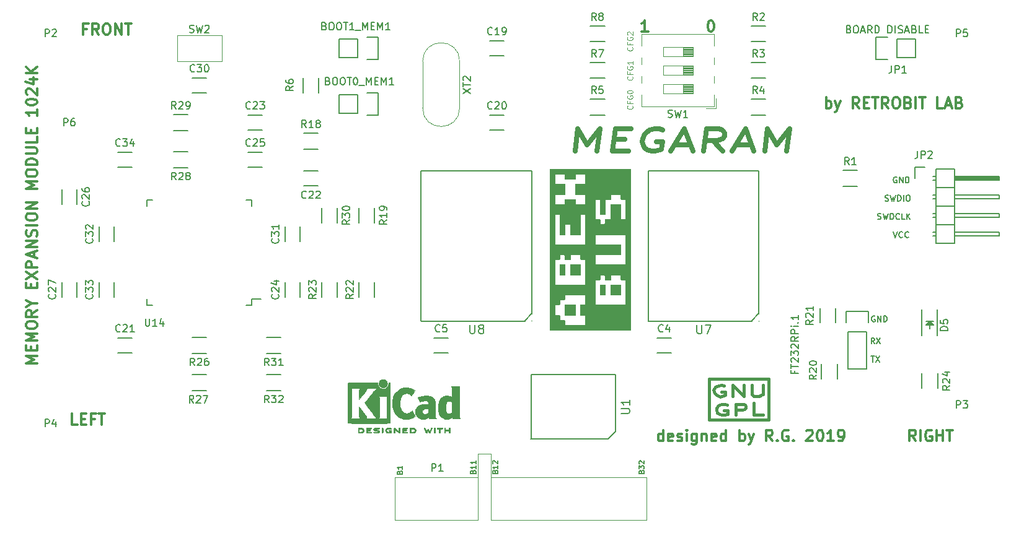
<source format=gto>
G04 #@! TF.FileFunction,Legend,Top*
%FSLAX46Y46*%
G04 Gerber Fmt 4.6, Leading zero omitted, Abs format (unit mm)*
G04 Created by KiCad (PCBNEW 4.0.2+dfsg1-stable) date gio 27 giu 2019 15:00:49 CEST*
%MOMM*%
G01*
G04 APERTURE LIST*
%ADD10C,0.100000*%
%ADD11C,0.300000*%
%ADD12C,0.700000*%
%ADD13C,0.150000*%
%ADD14C,0.200000*%
%ADD15C,0.010000*%
%ADD16C,0.381000*%
%ADD17C,0.120000*%
G04 APERTURE END LIST*
D10*
D11*
X165428572Y-58678571D02*
X164571429Y-58678571D01*
X165000001Y-58678571D02*
X165000001Y-57178571D01*
X164857144Y-57392857D01*
X164714286Y-57535714D01*
X164571429Y-57607143D01*
X173928572Y-57178571D02*
X174071429Y-57178571D01*
X174214286Y-57250000D01*
X174285715Y-57321429D01*
X174357144Y-57464286D01*
X174428572Y-57750000D01*
X174428572Y-58107143D01*
X174357144Y-58392857D01*
X174285715Y-58535714D01*
X174214286Y-58607143D01*
X174071429Y-58678571D01*
X173928572Y-58678571D01*
X173785715Y-58607143D01*
X173714286Y-58535714D01*
X173642858Y-58392857D01*
X173571429Y-58107143D01*
X173571429Y-57750000D01*
X173642858Y-57464286D01*
X173714286Y-57321429D01*
X173785715Y-57250000D01*
X173928572Y-57178571D01*
D10*
X163267857Y-60821428D02*
X163303571Y-60857142D01*
X163339286Y-60964285D01*
X163339286Y-61035714D01*
X163303571Y-61142857D01*
X163232143Y-61214285D01*
X163160714Y-61250000D01*
X163017857Y-61285714D01*
X162910714Y-61285714D01*
X162767857Y-61250000D01*
X162696429Y-61214285D01*
X162625000Y-61142857D01*
X162589286Y-61035714D01*
X162589286Y-60964285D01*
X162625000Y-60857142D01*
X162660714Y-60821428D01*
X162946429Y-60250000D02*
X162946429Y-60500000D01*
X163339286Y-60500000D02*
X162589286Y-60500000D01*
X162589286Y-60142857D01*
X162625000Y-59464285D02*
X162589286Y-59535714D01*
X162589286Y-59642857D01*
X162625000Y-59750000D01*
X162696429Y-59821428D01*
X162767857Y-59857143D01*
X162910714Y-59892857D01*
X163017857Y-59892857D01*
X163160714Y-59857143D01*
X163232143Y-59821428D01*
X163303571Y-59750000D01*
X163339286Y-59642857D01*
X163339286Y-59571428D01*
X163303571Y-59464285D01*
X163267857Y-59428571D01*
X163017857Y-59428571D01*
X163017857Y-59571428D01*
X162660714Y-59142857D02*
X162625000Y-59107143D01*
X162589286Y-59035714D01*
X162589286Y-58857143D01*
X162625000Y-58785714D01*
X162660714Y-58750000D01*
X162732143Y-58714285D01*
X162803571Y-58714285D01*
X162910714Y-58750000D01*
X163339286Y-59178571D01*
X163339286Y-58714285D01*
X163267857Y-64821428D02*
X163303571Y-64857142D01*
X163339286Y-64964285D01*
X163339286Y-65035714D01*
X163303571Y-65142857D01*
X163232143Y-65214285D01*
X163160714Y-65250000D01*
X163017857Y-65285714D01*
X162910714Y-65285714D01*
X162767857Y-65250000D01*
X162696429Y-65214285D01*
X162625000Y-65142857D01*
X162589286Y-65035714D01*
X162589286Y-64964285D01*
X162625000Y-64857142D01*
X162660714Y-64821428D01*
X162946429Y-64250000D02*
X162946429Y-64500000D01*
X163339286Y-64500000D02*
X162589286Y-64500000D01*
X162589286Y-64142857D01*
X162625000Y-63464285D02*
X162589286Y-63535714D01*
X162589286Y-63642857D01*
X162625000Y-63750000D01*
X162696429Y-63821428D01*
X162767857Y-63857143D01*
X162910714Y-63892857D01*
X163017857Y-63892857D01*
X163160714Y-63857143D01*
X163232143Y-63821428D01*
X163303571Y-63750000D01*
X163339286Y-63642857D01*
X163339286Y-63571428D01*
X163303571Y-63464285D01*
X163267857Y-63428571D01*
X163017857Y-63428571D01*
X163017857Y-63571428D01*
X163339286Y-62714285D02*
X163339286Y-63142857D01*
X163339286Y-62928571D02*
X162589286Y-62928571D01*
X162696429Y-63000000D01*
X162767857Y-63071428D01*
X162803571Y-63142857D01*
X163267857Y-68821428D02*
X163303571Y-68857142D01*
X163339286Y-68964285D01*
X163339286Y-69035714D01*
X163303571Y-69142857D01*
X163232143Y-69214285D01*
X163160714Y-69250000D01*
X163017857Y-69285714D01*
X162910714Y-69285714D01*
X162767857Y-69250000D01*
X162696429Y-69214285D01*
X162625000Y-69142857D01*
X162589286Y-69035714D01*
X162589286Y-68964285D01*
X162625000Y-68857142D01*
X162660714Y-68821428D01*
X162946429Y-68250000D02*
X162946429Y-68500000D01*
X163339286Y-68500000D02*
X162589286Y-68500000D01*
X162589286Y-68142857D01*
X162625000Y-67464285D02*
X162589286Y-67535714D01*
X162589286Y-67642857D01*
X162625000Y-67750000D01*
X162696429Y-67821428D01*
X162767857Y-67857143D01*
X162910714Y-67892857D01*
X163017857Y-67892857D01*
X163160714Y-67857143D01*
X163232143Y-67821428D01*
X163303571Y-67750000D01*
X163339286Y-67642857D01*
X163339286Y-67571428D01*
X163303571Y-67464285D01*
X163267857Y-67428571D01*
X163017857Y-67428571D01*
X163017857Y-67571428D01*
X162589286Y-66964285D02*
X162589286Y-66892857D01*
X162625000Y-66821428D01*
X162660714Y-66785714D01*
X162732143Y-66750000D01*
X162875000Y-66714285D01*
X163053571Y-66714285D01*
X163196429Y-66750000D01*
X163267857Y-66785714D01*
X163303571Y-66821428D01*
X163339286Y-66892857D01*
X163339286Y-66964285D01*
X163303571Y-67035714D01*
X163267857Y-67071428D01*
X163196429Y-67107143D01*
X163053571Y-67142857D01*
X162875000Y-67142857D01*
X162732143Y-67107143D01*
X162660714Y-67071428D01*
X162625000Y-67035714D01*
X162589286Y-66964285D01*
D12*
X155452322Y-75017143D02*
X155827322Y-72017143D01*
X157059465Y-74160000D01*
X158827322Y-72017143D01*
X158452322Y-75017143D01*
X160791608Y-73445714D02*
X162291608Y-73445714D01*
X162738036Y-75017143D02*
X160595179Y-75017143D01*
X160970179Y-72017143D01*
X163113036Y-72017143D01*
X167380893Y-72160000D02*
X166970179Y-72017143D01*
X166327322Y-72017143D01*
X165666608Y-72160000D01*
X165202322Y-72445714D01*
X164952322Y-72731429D01*
X164666608Y-73302857D01*
X164613036Y-73731429D01*
X164755894Y-74302857D01*
X164934465Y-74588571D01*
X165327322Y-74874286D01*
X165952322Y-75017143D01*
X166380893Y-75017143D01*
X167041607Y-74874286D01*
X167273750Y-74731429D01*
X167398750Y-73731429D01*
X166541607Y-73731429D01*
X169059465Y-74160000D02*
X171202322Y-74160000D01*
X168523750Y-75017143D02*
X170398750Y-72017143D01*
X171523750Y-75017143D01*
X175595179Y-75017143D02*
X174273751Y-73588571D01*
X173023751Y-75017143D02*
X173398751Y-72017143D01*
X175113036Y-72017143D01*
X175523751Y-72160000D01*
X175720179Y-72302857D01*
X175898751Y-72588571D01*
X175845179Y-73017143D01*
X175595179Y-73302857D01*
X175363037Y-73445714D01*
X174916608Y-73588571D01*
X173202323Y-73588571D01*
X177416608Y-74160000D02*
X179559465Y-74160000D01*
X176880893Y-75017143D02*
X178755893Y-72017143D01*
X179880893Y-75017143D01*
X181380894Y-75017143D02*
X181755894Y-72017143D01*
X182988037Y-74160000D01*
X184755894Y-72017143D01*
X184380894Y-75017143D01*
D13*
X196390477Y-97600000D02*
X196314286Y-97561905D01*
X196200001Y-97561905D01*
X196085715Y-97600000D01*
X196009524Y-97676190D01*
X195971429Y-97752381D01*
X195933334Y-97904762D01*
X195933334Y-98019048D01*
X195971429Y-98171429D01*
X196009524Y-98247619D01*
X196085715Y-98323810D01*
X196200001Y-98361905D01*
X196276191Y-98361905D01*
X196390477Y-98323810D01*
X196428572Y-98285714D01*
X196428572Y-98019048D01*
X196276191Y-98019048D01*
X196771429Y-98361905D02*
X196771429Y-97561905D01*
X197228572Y-98361905D01*
X197228572Y-97561905D01*
X197609524Y-98361905D02*
X197609524Y-97561905D01*
X197800000Y-97561905D01*
X197914286Y-97600000D01*
X197990477Y-97676190D01*
X198028572Y-97752381D01*
X198066667Y-97904762D01*
X198066667Y-98019048D01*
X198028572Y-98171429D01*
X197990477Y-98247619D01*
X197914286Y-98323810D01*
X197800000Y-98361905D01*
X197609524Y-98361905D01*
D11*
X202000000Y-114678571D02*
X201500000Y-113964286D01*
X201142857Y-114678571D02*
X201142857Y-113178571D01*
X201714285Y-113178571D01*
X201857143Y-113250000D01*
X201928571Y-113321429D01*
X202000000Y-113464286D01*
X202000000Y-113678571D01*
X201928571Y-113821429D01*
X201857143Y-113892857D01*
X201714285Y-113964286D01*
X201142857Y-113964286D01*
X202642857Y-114678571D02*
X202642857Y-113178571D01*
X204142857Y-113250000D02*
X204000000Y-113178571D01*
X203785714Y-113178571D01*
X203571429Y-113250000D01*
X203428571Y-113392857D01*
X203357143Y-113535714D01*
X203285714Y-113821429D01*
X203285714Y-114035714D01*
X203357143Y-114321429D01*
X203428571Y-114464286D01*
X203571429Y-114607143D01*
X203785714Y-114678571D01*
X203928571Y-114678571D01*
X204142857Y-114607143D01*
X204214286Y-114535714D01*
X204214286Y-114035714D01*
X203928571Y-114035714D01*
X204857143Y-114678571D02*
X204857143Y-113178571D01*
X204857143Y-113892857D02*
X205714286Y-113892857D01*
X205714286Y-114678571D02*
X205714286Y-113178571D01*
X206214286Y-113178571D02*
X207071429Y-113178571D01*
X206642858Y-114678571D02*
X206642858Y-113178571D01*
X87471429Y-112438571D02*
X86757143Y-112438571D01*
X86757143Y-110938571D01*
X87971429Y-111652857D02*
X88471429Y-111652857D01*
X88685715Y-112438571D02*
X87971429Y-112438571D01*
X87971429Y-110938571D01*
X88685715Y-110938571D01*
X89828572Y-111652857D02*
X89328572Y-111652857D01*
X89328572Y-112438571D02*
X89328572Y-110938571D01*
X90042858Y-110938571D01*
X90400000Y-110938571D02*
X91257143Y-110938571D01*
X90828572Y-112438571D02*
X90828572Y-110938571D01*
X88761429Y-58312857D02*
X88261429Y-58312857D01*
X88261429Y-59098571D02*
X88261429Y-57598571D01*
X88975715Y-57598571D01*
X90404286Y-59098571D02*
X89904286Y-58384286D01*
X89547143Y-59098571D02*
X89547143Y-57598571D01*
X90118571Y-57598571D01*
X90261429Y-57670000D01*
X90332857Y-57741429D01*
X90404286Y-57884286D01*
X90404286Y-58098571D01*
X90332857Y-58241429D01*
X90261429Y-58312857D01*
X90118571Y-58384286D01*
X89547143Y-58384286D01*
X91332857Y-57598571D02*
X91618571Y-57598571D01*
X91761429Y-57670000D01*
X91904286Y-57812857D01*
X91975714Y-58098571D01*
X91975714Y-58598571D01*
X91904286Y-58884286D01*
X91761429Y-59027143D01*
X91618571Y-59098571D01*
X91332857Y-59098571D01*
X91190000Y-59027143D01*
X91047143Y-58884286D01*
X90975714Y-58598571D01*
X90975714Y-58098571D01*
X91047143Y-57812857D01*
X91190000Y-57670000D01*
X91332857Y-57598571D01*
X92618572Y-59098571D02*
X92618572Y-57598571D01*
X93475715Y-59098571D01*
X93475715Y-57598571D01*
X93975715Y-57598571D02*
X94832858Y-57598571D01*
X94404287Y-59098571D02*
X94404287Y-57598571D01*
X167500001Y-114678571D02*
X167500001Y-113178571D01*
X167500001Y-114607143D02*
X167357144Y-114678571D01*
X167071430Y-114678571D01*
X166928572Y-114607143D01*
X166857144Y-114535714D01*
X166785715Y-114392857D01*
X166785715Y-113964286D01*
X166857144Y-113821429D01*
X166928572Y-113750000D01*
X167071430Y-113678571D01*
X167357144Y-113678571D01*
X167500001Y-113750000D01*
X168785715Y-114607143D02*
X168642858Y-114678571D01*
X168357144Y-114678571D01*
X168214287Y-114607143D01*
X168142858Y-114464286D01*
X168142858Y-113892857D01*
X168214287Y-113750000D01*
X168357144Y-113678571D01*
X168642858Y-113678571D01*
X168785715Y-113750000D01*
X168857144Y-113892857D01*
X168857144Y-114035714D01*
X168142858Y-114178571D01*
X169428572Y-114607143D02*
X169571429Y-114678571D01*
X169857144Y-114678571D01*
X170000001Y-114607143D01*
X170071429Y-114464286D01*
X170071429Y-114392857D01*
X170000001Y-114250000D01*
X169857144Y-114178571D01*
X169642858Y-114178571D01*
X169500001Y-114107143D01*
X169428572Y-113964286D01*
X169428572Y-113892857D01*
X169500001Y-113750000D01*
X169642858Y-113678571D01*
X169857144Y-113678571D01*
X170000001Y-113750000D01*
X170714287Y-114678571D02*
X170714287Y-113678571D01*
X170714287Y-113178571D02*
X170642858Y-113250000D01*
X170714287Y-113321429D01*
X170785715Y-113250000D01*
X170714287Y-113178571D01*
X170714287Y-113321429D01*
X172071430Y-113678571D02*
X172071430Y-114892857D01*
X172000001Y-115035714D01*
X171928573Y-115107143D01*
X171785716Y-115178571D01*
X171571430Y-115178571D01*
X171428573Y-115107143D01*
X172071430Y-114607143D02*
X171928573Y-114678571D01*
X171642859Y-114678571D01*
X171500001Y-114607143D01*
X171428573Y-114535714D01*
X171357144Y-114392857D01*
X171357144Y-113964286D01*
X171428573Y-113821429D01*
X171500001Y-113750000D01*
X171642859Y-113678571D01*
X171928573Y-113678571D01*
X172071430Y-113750000D01*
X172785716Y-113678571D02*
X172785716Y-114678571D01*
X172785716Y-113821429D02*
X172857144Y-113750000D01*
X173000002Y-113678571D01*
X173214287Y-113678571D01*
X173357144Y-113750000D01*
X173428573Y-113892857D01*
X173428573Y-114678571D01*
X174714287Y-114607143D02*
X174571430Y-114678571D01*
X174285716Y-114678571D01*
X174142859Y-114607143D01*
X174071430Y-114464286D01*
X174071430Y-113892857D01*
X174142859Y-113750000D01*
X174285716Y-113678571D01*
X174571430Y-113678571D01*
X174714287Y-113750000D01*
X174785716Y-113892857D01*
X174785716Y-114035714D01*
X174071430Y-114178571D01*
X176071430Y-114678571D02*
X176071430Y-113178571D01*
X176071430Y-114607143D02*
X175928573Y-114678571D01*
X175642859Y-114678571D01*
X175500001Y-114607143D01*
X175428573Y-114535714D01*
X175357144Y-114392857D01*
X175357144Y-113964286D01*
X175428573Y-113821429D01*
X175500001Y-113750000D01*
X175642859Y-113678571D01*
X175928573Y-113678571D01*
X176071430Y-113750000D01*
X177928573Y-114678571D02*
X177928573Y-113178571D01*
X177928573Y-113750000D02*
X178071430Y-113678571D01*
X178357144Y-113678571D01*
X178500001Y-113750000D01*
X178571430Y-113821429D01*
X178642859Y-113964286D01*
X178642859Y-114392857D01*
X178571430Y-114535714D01*
X178500001Y-114607143D01*
X178357144Y-114678571D01*
X178071430Y-114678571D01*
X177928573Y-114607143D01*
X179142859Y-113678571D02*
X179500002Y-114678571D01*
X179857144Y-113678571D02*
X179500002Y-114678571D01*
X179357144Y-115035714D01*
X179285716Y-115107143D01*
X179142859Y-115178571D01*
X182428573Y-114678571D02*
X181928573Y-113964286D01*
X181571430Y-114678571D02*
X181571430Y-113178571D01*
X182142858Y-113178571D01*
X182285716Y-113250000D01*
X182357144Y-113321429D01*
X182428573Y-113464286D01*
X182428573Y-113678571D01*
X182357144Y-113821429D01*
X182285716Y-113892857D01*
X182142858Y-113964286D01*
X181571430Y-113964286D01*
X183071430Y-114535714D02*
X183142858Y-114607143D01*
X183071430Y-114678571D01*
X183000001Y-114607143D01*
X183071430Y-114535714D01*
X183071430Y-114678571D01*
X184571430Y-113250000D02*
X184428573Y-113178571D01*
X184214287Y-113178571D01*
X184000002Y-113250000D01*
X183857144Y-113392857D01*
X183785716Y-113535714D01*
X183714287Y-113821429D01*
X183714287Y-114035714D01*
X183785716Y-114321429D01*
X183857144Y-114464286D01*
X184000002Y-114607143D01*
X184214287Y-114678571D01*
X184357144Y-114678571D01*
X184571430Y-114607143D01*
X184642859Y-114535714D01*
X184642859Y-114035714D01*
X184357144Y-114035714D01*
X185285716Y-114535714D02*
X185357144Y-114607143D01*
X185285716Y-114678571D01*
X185214287Y-114607143D01*
X185285716Y-114535714D01*
X185285716Y-114678571D01*
X187071430Y-113321429D02*
X187142859Y-113250000D01*
X187285716Y-113178571D01*
X187642859Y-113178571D01*
X187785716Y-113250000D01*
X187857145Y-113321429D01*
X187928573Y-113464286D01*
X187928573Y-113607143D01*
X187857145Y-113821429D01*
X187000002Y-114678571D01*
X187928573Y-114678571D01*
X188857144Y-113178571D02*
X189000001Y-113178571D01*
X189142858Y-113250000D01*
X189214287Y-113321429D01*
X189285716Y-113464286D01*
X189357144Y-113750000D01*
X189357144Y-114107143D01*
X189285716Y-114392857D01*
X189214287Y-114535714D01*
X189142858Y-114607143D01*
X189000001Y-114678571D01*
X188857144Y-114678571D01*
X188714287Y-114607143D01*
X188642858Y-114535714D01*
X188571430Y-114392857D01*
X188500001Y-114107143D01*
X188500001Y-113750000D01*
X188571430Y-113464286D01*
X188642858Y-113321429D01*
X188714287Y-113250000D01*
X188857144Y-113178571D01*
X190785715Y-114678571D02*
X189928572Y-114678571D01*
X190357144Y-114678571D02*
X190357144Y-113178571D01*
X190214287Y-113392857D01*
X190071429Y-113535714D01*
X189928572Y-113607143D01*
X191500000Y-114678571D02*
X191785715Y-114678571D01*
X191928572Y-114607143D01*
X192000000Y-114535714D01*
X192142858Y-114321429D01*
X192214286Y-114035714D01*
X192214286Y-113464286D01*
X192142858Y-113321429D01*
X192071429Y-113250000D01*
X191928572Y-113178571D01*
X191642858Y-113178571D01*
X191500000Y-113250000D01*
X191428572Y-113321429D01*
X191357143Y-113464286D01*
X191357143Y-113821429D01*
X191428572Y-113964286D01*
X191500000Y-114035714D01*
X191642858Y-114107143D01*
X191928572Y-114107143D01*
X192071429Y-114035714D01*
X192142858Y-113964286D01*
X192214286Y-113821429D01*
X189750000Y-69178571D02*
X189750000Y-67678571D01*
X189750000Y-68250000D02*
X189892857Y-68178571D01*
X190178571Y-68178571D01*
X190321428Y-68250000D01*
X190392857Y-68321429D01*
X190464286Y-68464286D01*
X190464286Y-68892857D01*
X190392857Y-69035714D01*
X190321428Y-69107143D01*
X190178571Y-69178571D01*
X189892857Y-69178571D01*
X189750000Y-69107143D01*
X190964286Y-68178571D02*
X191321429Y-69178571D01*
X191678571Y-68178571D02*
X191321429Y-69178571D01*
X191178571Y-69535714D01*
X191107143Y-69607143D01*
X190964286Y-69678571D01*
X194250000Y-69178571D02*
X193750000Y-68464286D01*
X193392857Y-69178571D02*
X193392857Y-67678571D01*
X193964285Y-67678571D01*
X194107143Y-67750000D01*
X194178571Y-67821429D01*
X194250000Y-67964286D01*
X194250000Y-68178571D01*
X194178571Y-68321429D01*
X194107143Y-68392857D01*
X193964285Y-68464286D01*
X193392857Y-68464286D01*
X194892857Y-68392857D02*
X195392857Y-68392857D01*
X195607143Y-69178571D02*
X194892857Y-69178571D01*
X194892857Y-67678571D01*
X195607143Y-67678571D01*
X196035714Y-67678571D02*
X196892857Y-67678571D01*
X196464286Y-69178571D02*
X196464286Y-67678571D01*
X198250000Y-69178571D02*
X197750000Y-68464286D01*
X197392857Y-69178571D02*
X197392857Y-67678571D01*
X197964285Y-67678571D01*
X198107143Y-67750000D01*
X198178571Y-67821429D01*
X198250000Y-67964286D01*
X198250000Y-68178571D01*
X198178571Y-68321429D01*
X198107143Y-68392857D01*
X197964285Y-68464286D01*
X197392857Y-68464286D01*
X199178571Y-67678571D02*
X199464285Y-67678571D01*
X199607143Y-67750000D01*
X199750000Y-67892857D01*
X199821428Y-68178571D01*
X199821428Y-68678571D01*
X199750000Y-68964286D01*
X199607143Y-69107143D01*
X199464285Y-69178571D01*
X199178571Y-69178571D01*
X199035714Y-69107143D01*
X198892857Y-68964286D01*
X198821428Y-68678571D01*
X198821428Y-68178571D01*
X198892857Y-67892857D01*
X199035714Y-67750000D01*
X199178571Y-67678571D01*
X200964286Y-68392857D02*
X201178572Y-68464286D01*
X201250000Y-68535714D01*
X201321429Y-68678571D01*
X201321429Y-68892857D01*
X201250000Y-69035714D01*
X201178572Y-69107143D01*
X201035714Y-69178571D01*
X200464286Y-69178571D01*
X200464286Y-67678571D01*
X200964286Y-67678571D01*
X201107143Y-67750000D01*
X201178572Y-67821429D01*
X201250000Y-67964286D01*
X201250000Y-68107143D01*
X201178572Y-68250000D01*
X201107143Y-68321429D01*
X200964286Y-68392857D01*
X200464286Y-68392857D01*
X201964286Y-69178571D02*
X201964286Y-67678571D01*
X202464286Y-67678571D02*
X203321429Y-67678571D01*
X202892858Y-69178571D02*
X202892858Y-67678571D01*
X205678572Y-69178571D02*
X204964286Y-69178571D01*
X204964286Y-67678571D01*
X206107143Y-68750000D02*
X206821429Y-68750000D01*
X205964286Y-69178571D02*
X206464286Y-67678571D01*
X206964286Y-69178571D01*
X207964286Y-68392857D02*
X208178572Y-68464286D01*
X208250000Y-68535714D01*
X208321429Y-68678571D01*
X208321429Y-68892857D01*
X208250000Y-69035714D01*
X208178572Y-69107143D01*
X208035714Y-69178571D01*
X207464286Y-69178571D01*
X207464286Y-67678571D01*
X207964286Y-67678571D01*
X208107143Y-67750000D01*
X208178572Y-67821429D01*
X208250000Y-67964286D01*
X208250000Y-68107143D01*
X208178572Y-68250000D01*
X208107143Y-68321429D01*
X207964286Y-68392857D01*
X207464286Y-68392857D01*
D14*
X192858096Y-58348571D02*
X193000953Y-58396190D01*
X193048572Y-58443810D01*
X193096191Y-58539048D01*
X193096191Y-58681905D01*
X193048572Y-58777143D01*
X193000953Y-58824762D01*
X192905715Y-58872381D01*
X192524762Y-58872381D01*
X192524762Y-57872381D01*
X192858096Y-57872381D01*
X192953334Y-57920000D01*
X193000953Y-57967619D01*
X193048572Y-58062857D01*
X193048572Y-58158095D01*
X193000953Y-58253333D01*
X192953334Y-58300952D01*
X192858096Y-58348571D01*
X192524762Y-58348571D01*
X193715238Y-57872381D02*
X193905715Y-57872381D01*
X194000953Y-57920000D01*
X194096191Y-58015238D01*
X194143810Y-58205714D01*
X194143810Y-58539048D01*
X194096191Y-58729524D01*
X194000953Y-58824762D01*
X193905715Y-58872381D01*
X193715238Y-58872381D01*
X193620000Y-58824762D01*
X193524762Y-58729524D01*
X193477143Y-58539048D01*
X193477143Y-58205714D01*
X193524762Y-58015238D01*
X193620000Y-57920000D01*
X193715238Y-57872381D01*
X194524762Y-58586667D02*
X195000953Y-58586667D01*
X194429524Y-58872381D02*
X194762857Y-57872381D01*
X195096191Y-58872381D01*
X196000953Y-58872381D02*
X195667619Y-58396190D01*
X195429524Y-58872381D02*
X195429524Y-57872381D01*
X195810477Y-57872381D01*
X195905715Y-57920000D01*
X195953334Y-57967619D01*
X196000953Y-58062857D01*
X196000953Y-58205714D01*
X195953334Y-58300952D01*
X195905715Y-58348571D01*
X195810477Y-58396190D01*
X195429524Y-58396190D01*
X196429524Y-58872381D02*
X196429524Y-57872381D01*
X196667619Y-57872381D01*
X196810477Y-57920000D01*
X196905715Y-58015238D01*
X196953334Y-58110476D01*
X197000953Y-58300952D01*
X197000953Y-58443810D01*
X196953334Y-58634286D01*
X196905715Y-58729524D01*
X196810477Y-58824762D01*
X196667619Y-58872381D01*
X196429524Y-58872381D01*
X198191429Y-58872381D02*
X198191429Y-57872381D01*
X198429524Y-57872381D01*
X198572382Y-57920000D01*
X198667620Y-58015238D01*
X198715239Y-58110476D01*
X198762858Y-58300952D01*
X198762858Y-58443810D01*
X198715239Y-58634286D01*
X198667620Y-58729524D01*
X198572382Y-58824762D01*
X198429524Y-58872381D01*
X198191429Y-58872381D01*
X199191429Y-58872381D02*
X199191429Y-57872381D01*
X199620000Y-58824762D02*
X199762857Y-58872381D01*
X200000953Y-58872381D01*
X200096191Y-58824762D01*
X200143810Y-58777143D01*
X200191429Y-58681905D01*
X200191429Y-58586667D01*
X200143810Y-58491429D01*
X200096191Y-58443810D01*
X200000953Y-58396190D01*
X199810476Y-58348571D01*
X199715238Y-58300952D01*
X199667619Y-58253333D01*
X199620000Y-58158095D01*
X199620000Y-58062857D01*
X199667619Y-57967619D01*
X199715238Y-57920000D01*
X199810476Y-57872381D01*
X200048572Y-57872381D01*
X200191429Y-57920000D01*
X200572381Y-58586667D02*
X201048572Y-58586667D01*
X200477143Y-58872381D02*
X200810476Y-57872381D01*
X201143810Y-58872381D01*
X201810477Y-58348571D02*
X201953334Y-58396190D01*
X202000953Y-58443810D01*
X202048572Y-58539048D01*
X202048572Y-58681905D01*
X202000953Y-58777143D01*
X201953334Y-58824762D01*
X201858096Y-58872381D01*
X201477143Y-58872381D01*
X201477143Y-57872381D01*
X201810477Y-57872381D01*
X201905715Y-57920000D01*
X201953334Y-57967619D01*
X202000953Y-58062857D01*
X202000953Y-58158095D01*
X201953334Y-58253333D01*
X201905715Y-58300952D01*
X201810477Y-58348571D01*
X201477143Y-58348571D01*
X202953334Y-58872381D02*
X202477143Y-58872381D01*
X202477143Y-57872381D01*
X203286667Y-58348571D02*
X203620001Y-58348571D01*
X203762858Y-58872381D02*
X203286667Y-58872381D01*
X203286667Y-57872381D01*
X203762858Y-57872381D01*
D13*
X198933333Y-86061905D02*
X199200000Y-86861905D01*
X199466667Y-86061905D01*
X200190476Y-86785714D02*
X200152381Y-86823810D01*
X200038095Y-86861905D01*
X199961905Y-86861905D01*
X199847619Y-86823810D01*
X199771428Y-86747619D01*
X199733333Y-86671429D01*
X199695238Y-86519048D01*
X199695238Y-86404762D01*
X199733333Y-86252381D01*
X199771428Y-86176190D01*
X199847619Y-86100000D01*
X199961905Y-86061905D01*
X200038095Y-86061905D01*
X200152381Y-86100000D01*
X200190476Y-86138095D01*
X200990476Y-86785714D02*
X200952381Y-86823810D01*
X200838095Y-86861905D01*
X200761905Y-86861905D01*
X200647619Y-86823810D01*
X200571428Y-86747619D01*
X200533333Y-86671429D01*
X200495238Y-86519048D01*
X200495238Y-86404762D01*
X200533333Y-86252381D01*
X200571428Y-86176190D01*
X200647619Y-86100000D01*
X200761905Y-86061905D01*
X200838095Y-86061905D01*
X200952381Y-86100000D01*
X200990476Y-86138095D01*
X196790476Y-84323810D02*
X196904762Y-84361905D01*
X197095238Y-84361905D01*
X197171428Y-84323810D01*
X197209524Y-84285714D01*
X197247619Y-84209524D01*
X197247619Y-84133333D01*
X197209524Y-84057143D01*
X197171428Y-84019048D01*
X197095238Y-83980952D01*
X196942857Y-83942857D01*
X196866666Y-83904762D01*
X196828571Y-83866667D01*
X196790476Y-83790476D01*
X196790476Y-83714286D01*
X196828571Y-83638095D01*
X196866666Y-83600000D01*
X196942857Y-83561905D01*
X197133333Y-83561905D01*
X197247619Y-83600000D01*
X197514286Y-83561905D02*
X197704762Y-84361905D01*
X197857143Y-83790476D01*
X198009524Y-84361905D01*
X198200000Y-83561905D01*
X198504762Y-84361905D02*
X198504762Y-83561905D01*
X198695238Y-83561905D01*
X198809524Y-83600000D01*
X198885715Y-83676190D01*
X198923810Y-83752381D01*
X198961905Y-83904762D01*
X198961905Y-84019048D01*
X198923810Y-84171429D01*
X198885715Y-84247619D01*
X198809524Y-84323810D01*
X198695238Y-84361905D01*
X198504762Y-84361905D01*
X199761905Y-84285714D02*
X199723810Y-84323810D01*
X199609524Y-84361905D01*
X199533334Y-84361905D01*
X199419048Y-84323810D01*
X199342857Y-84247619D01*
X199304762Y-84171429D01*
X199266667Y-84019048D01*
X199266667Y-83904762D01*
X199304762Y-83752381D01*
X199342857Y-83676190D01*
X199419048Y-83600000D01*
X199533334Y-83561905D01*
X199609524Y-83561905D01*
X199723810Y-83600000D01*
X199761905Y-83638095D01*
X200485715Y-84361905D02*
X200104762Y-84361905D01*
X200104762Y-83561905D01*
X200752381Y-84361905D02*
X200752381Y-83561905D01*
X201209524Y-84361905D02*
X200866667Y-83904762D01*
X201209524Y-83561905D02*
X200752381Y-84019048D01*
X197804762Y-81823810D02*
X197919048Y-81861905D01*
X198109524Y-81861905D01*
X198185714Y-81823810D01*
X198223810Y-81785714D01*
X198261905Y-81709524D01*
X198261905Y-81633333D01*
X198223810Y-81557143D01*
X198185714Y-81519048D01*
X198109524Y-81480952D01*
X197957143Y-81442857D01*
X197880952Y-81404762D01*
X197842857Y-81366667D01*
X197804762Y-81290476D01*
X197804762Y-81214286D01*
X197842857Y-81138095D01*
X197880952Y-81100000D01*
X197957143Y-81061905D01*
X198147619Y-81061905D01*
X198261905Y-81100000D01*
X198528572Y-81061905D02*
X198719048Y-81861905D01*
X198871429Y-81290476D01*
X199023810Y-81861905D01*
X199214286Y-81061905D01*
X199519048Y-81861905D02*
X199519048Y-81061905D01*
X199709524Y-81061905D01*
X199823810Y-81100000D01*
X199900001Y-81176190D01*
X199938096Y-81252381D01*
X199976191Y-81404762D01*
X199976191Y-81519048D01*
X199938096Y-81671429D01*
X199900001Y-81747619D01*
X199823810Y-81823810D01*
X199709524Y-81861905D01*
X199519048Y-81861905D01*
X200319048Y-81861905D02*
X200319048Y-81061905D01*
X200852381Y-81061905D02*
X201004762Y-81061905D01*
X201080953Y-81100000D01*
X201157143Y-81176190D01*
X201195238Y-81328571D01*
X201195238Y-81595238D01*
X201157143Y-81747619D01*
X201080953Y-81823810D01*
X201004762Y-81861905D01*
X200852381Y-81861905D01*
X200776191Y-81823810D01*
X200700000Y-81747619D01*
X200661905Y-81595238D01*
X200661905Y-81328571D01*
X200700000Y-81176190D01*
X200776191Y-81100000D01*
X200852381Y-81061905D01*
X199390477Y-78600000D02*
X199314286Y-78561905D01*
X199200001Y-78561905D01*
X199085715Y-78600000D01*
X199009524Y-78676190D01*
X198971429Y-78752381D01*
X198933334Y-78904762D01*
X198933334Y-79019048D01*
X198971429Y-79171429D01*
X199009524Y-79247619D01*
X199085715Y-79323810D01*
X199200001Y-79361905D01*
X199276191Y-79361905D01*
X199390477Y-79323810D01*
X199428572Y-79285714D01*
X199428572Y-79019048D01*
X199276191Y-79019048D01*
X199771429Y-79361905D02*
X199771429Y-78561905D01*
X200228572Y-79361905D01*
X200228572Y-78561905D01*
X200609524Y-79361905D02*
X200609524Y-78561905D01*
X200800000Y-78561905D01*
X200914286Y-78600000D01*
X200990477Y-78676190D01*
X201028572Y-78752381D01*
X201066667Y-78904762D01*
X201066667Y-79019048D01*
X201028572Y-79171429D01*
X200990477Y-79247619D01*
X200914286Y-79323810D01*
X200800000Y-79361905D01*
X200609524Y-79361905D01*
X195890476Y-103061905D02*
X196347619Y-103061905D01*
X196119048Y-103861905D02*
X196119048Y-103061905D01*
X196538096Y-103061905D02*
X197071429Y-103861905D01*
X197071429Y-103061905D02*
X196538096Y-103861905D01*
X196366667Y-101361905D02*
X196100000Y-100980952D01*
X195909524Y-101361905D02*
X195909524Y-100561905D01*
X196214286Y-100561905D01*
X196290477Y-100600000D01*
X196328572Y-100638095D01*
X196366667Y-100714286D01*
X196366667Y-100828571D01*
X196328572Y-100904762D01*
X196290477Y-100942857D01*
X196214286Y-100980952D01*
X195909524Y-100980952D01*
X196633334Y-100561905D02*
X197166667Y-101361905D01*
X197166667Y-100561905D02*
X196633334Y-101361905D01*
D11*
X81958571Y-104034286D02*
X80458571Y-104034286D01*
X81530000Y-103534286D01*
X80458571Y-103034286D01*
X81958571Y-103034286D01*
X81172857Y-102320000D02*
X81172857Y-101820000D01*
X81958571Y-101605714D02*
X81958571Y-102320000D01*
X80458571Y-102320000D01*
X80458571Y-101605714D01*
X81958571Y-100962857D02*
X80458571Y-100962857D01*
X81530000Y-100462857D01*
X80458571Y-99962857D01*
X81958571Y-99962857D01*
X80458571Y-98962857D02*
X80458571Y-98677143D01*
X80530000Y-98534285D01*
X80672857Y-98391428D01*
X80958571Y-98320000D01*
X81458571Y-98320000D01*
X81744286Y-98391428D01*
X81887143Y-98534285D01*
X81958571Y-98677143D01*
X81958571Y-98962857D01*
X81887143Y-99105714D01*
X81744286Y-99248571D01*
X81458571Y-99320000D01*
X80958571Y-99320000D01*
X80672857Y-99248571D01*
X80530000Y-99105714D01*
X80458571Y-98962857D01*
X81958571Y-96819999D02*
X81244286Y-97319999D01*
X81958571Y-97677142D02*
X80458571Y-97677142D01*
X80458571Y-97105714D01*
X80530000Y-96962856D01*
X80601429Y-96891428D01*
X80744286Y-96819999D01*
X80958571Y-96819999D01*
X81101429Y-96891428D01*
X81172857Y-96962856D01*
X81244286Y-97105714D01*
X81244286Y-97677142D01*
X81244286Y-95891428D02*
X81958571Y-95891428D01*
X80458571Y-96391428D02*
X81244286Y-95891428D01*
X80458571Y-95391428D01*
X81172857Y-93748571D02*
X81172857Y-93248571D01*
X81958571Y-93034285D02*
X81958571Y-93748571D01*
X80458571Y-93748571D01*
X80458571Y-93034285D01*
X80458571Y-92534285D02*
X81958571Y-91534285D01*
X80458571Y-91534285D02*
X81958571Y-92534285D01*
X81958571Y-90962857D02*
X80458571Y-90962857D01*
X80458571Y-90391429D01*
X80530000Y-90248571D01*
X80601429Y-90177143D01*
X80744286Y-90105714D01*
X80958571Y-90105714D01*
X81101429Y-90177143D01*
X81172857Y-90248571D01*
X81244286Y-90391429D01*
X81244286Y-90962857D01*
X81530000Y-89534286D02*
X81530000Y-88820000D01*
X81958571Y-89677143D02*
X80458571Y-89177143D01*
X81958571Y-88677143D01*
X81958571Y-88177143D02*
X80458571Y-88177143D01*
X81958571Y-87320000D01*
X80458571Y-87320000D01*
X81887143Y-86677143D02*
X81958571Y-86462857D01*
X81958571Y-86105714D01*
X81887143Y-85962857D01*
X81815714Y-85891428D01*
X81672857Y-85820000D01*
X81530000Y-85820000D01*
X81387143Y-85891428D01*
X81315714Y-85962857D01*
X81244286Y-86105714D01*
X81172857Y-86391428D01*
X81101429Y-86534286D01*
X81030000Y-86605714D01*
X80887143Y-86677143D01*
X80744286Y-86677143D01*
X80601429Y-86605714D01*
X80530000Y-86534286D01*
X80458571Y-86391428D01*
X80458571Y-86034286D01*
X80530000Y-85820000D01*
X81958571Y-85177143D02*
X80458571Y-85177143D01*
X80458571Y-84177143D02*
X80458571Y-83891429D01*
X80530000Y-83748571D01*
X80672857Y-83605714D01*
X80958571Y-83534286D01*
X81458571Y-83534286D01*
X81744286Y-83605714D01*
X81887143Y-83748571D01*
X81958571Y-83891429D01*
X81958571Y-84177143D01*
X81887143Y-84320000D01*
X81744286Y-84462857D01*
X81458571Y-84534286D01*
X80958571Y-84534286D01*
X80672857Y-84462857D01*
X80530000Y-84320000D01*
X80458571Y-84177143D01*
X81958571Y-82891428D02*
X80458571Y-82891428D01*
X81958571Y-82034285D01*
X80458571Y-82034285D01*
X81958571Y-80177142D02*
X80458571Y-80177142D01*
X81530000Y-79677142D01*
X80458571Y-79177142D01*
X81958571Y-79177142D01*
X80458571Y-78177142D02*
X80458571Y-77891428D01*
X80530000Y-77748570D01*
X80672857Y-77605713D01*
X80958571Y-77534285D01*
X81458571Y-77534285D01*
X81744286Y-77605713D01*
X81887143Y-77748570D01*
X81958571Y-77891428D01*
X81958571Y-78177142D01*
X81887143Y-78319999D01*
X81744286Y-78462856D01*
X81458571Y-78534285D01*
X80958571Y-78534285D01*
X80672857Y-78462856D01*
X80530000Y-78319999D01*
X80458571Y-78177142D01*
X81958571Y-76891427D02*
X80458571Y-76891427D01*
X80458571Y-76534284D01*
X80530000Y-76319999D01*
X80672857Y-76177141D01*
X80815714Y-76105713D01*
X81101429Y-76034284D01*
X81315714Y-76034284D01*
X81601429Y-76105713D01*
X81744286Y-76177141D01*
X81887143Y-76319999D01*
X81958571Y-76534284D01*
X81958571Y-76891427D01*
X80458571Y-75391427D02*
X81672857Y-75391427D01*
X81815714Y-75319999D01*
X81887143Y-75248570D01*
X81958571Y-75105713D01*
X81958571Y-74819999D01*
X81887143Y-74677141D01*
X81815714Y-74605713D01*
X81672857Y-74534284D01*
X80458571Y-74534284D01*
X81958571Y-73105712D02*
X81958571Y-73819998D01*
X80458571Y-73819998D01*
X81172857Y-72605712D02*
X81172857Y-72105712D01*
X81958571Y-71891426D02*
X81958571Y-72605712D01*
X80458571Y-72605712D01*
X80458571Y-71891426D01*
X81958571Y-69319998D02*
X81958571Y-70177141D01*
X81958571Y-69748569D02*
X80458571Y-69748569D01*
X80672857Y-69891426D01*
X80815714Y-70034284D01*
X80887143Y-70177141D01*
X80458571Y-68391427D02*
X80458571Y-68248570D01*
X80530000Y-68105713D01*
X80601429Y-68034284D01*
X80744286Y-67962855D01*
X81030000Y-67891427D01*
X81387143Y-67891427D01*
X81672857Y-67962855D01*
X81815714Y-68034284D01*
X81887143Y-68105713D01*
X81958571Y-68248570D01*
X81958571Y-68391427D01*
X81887143Y-68534284D01*
X81815714Y-68605713D01*
X81672857Y-68677141D01*
X81387143Y-68748570D01*
X81030000Y-68748570D01*
X80744286Y-68677141D01*
X80601429Y-68605713D01*
X80530000Y-68534284D01*
X80458571Y-68391427D01*
X80601429Y-67319999D02*
X80530000Y-67248570D01*
X80458571Y-67105713D01*
X80458571Y-66748570D01*
X80530000Y-66605713D01*
X80601429Y-66534284D01*
X80744286Y-66462856D01*
X80887143Y-66462856D01*
X81101429Y-66534284D01*
X81958571Y-67391427D01*
X81958571Y-66462856D01*
X80958571Y-65177142D02*
X81958571Y-65177142D01*
X80387143Y-65534285D02*
X81458571Y-65891428D01*
X81458571Y-64962856D01*
X81958571Y-64391428D02*
X80458571Y-64391428D01*
X81958571Y-63534285D02*
X81101429Y-64177142D01*
X80458571Y-63534285D02*
X81315714Y-64391428D01*
D15*
G36*
X126124257Y-106693689D02*
X126388780Y-106693725D01*
X126511912Y-106693730D01*
X128482811Y-106693730D01*
X128482811Y-106809910D01*
X128495211Y-106951291D01*
X128532636Y-107081684D01*
X128595423Y-107201862D01*
X128683906Y-107312602D01*
X128713843Y-107342511D01*
X128821534Y-107427348D01*
X128940275Y-107489221D01*
X129066540Y-107528159D01*
X129196803Y-107544190D01*
X129327535Y-107537342D01*
X129455212Y-107507643D01*
X129576305Y-107455120D01*
X129687288Y-107379803D01*
X129737132Y-107334363D01*
X129830017Y-107222952D01*
X129898127Y-107100435D01*
X129940871Y-106968215D01*
X129957653Y-106827692D01*
X129957876Y-106813867D01*
X129958756Y-106693734D01*
X130011557Y-106693732D01*
X130058396Y-106700089D01*
X130101183Y-106715556D01*
X130104011Y-106717154D01*
X130113675Y-106722168D01*
X130122549Y-106726073D01*
X130130665Y-106730007D01*
X130138057Y-106735106D01*
X130144755Y-106742508D01*
X130150792Y-106753351D01*
X130156199Y-106768772D01*
X130161010Y-106789909D01*
X130165255Y-106817899D01*
X130168968Y-106853879D01*
X130172179Y-106898987D01*
X130174922Y-106954360D01*
X130177228Y-107021137D01*
X130179129Y-107100453D01*
X130180658Y-107193447D01*
X130181846Y-107301257D01*
X130182726Y-107425019D01*
X130183330Y-107565871D01*
X130183689Y-107724950D01*
X130183835Y-107903395D01*
X130183802Y-108102342D01*
X130183620Y-108322929D01*
X130183323Y-108566293D01*
X130182941Y-108833572D01*
X130182508Y-109125903D01*
X130182055Y-109444424D01*
X130182002Y-109483230D01*
X130181596Y-109803782D01*
X130181251Y-110098012D01*
X130180931Y-110367056D01*
X130180600Y-110612052D01*
X130180221Y-110834137D01*
X130179757Y-111034447D01*
X130179172Y-111214119D01*
X130178430Y-111374290D01*
X130177494Y-111516098D01*
X130176327Y-111640679D01*
X130174893Y-111749170D01*
X130173156Y-111842707D01*
X130171078Y-111922429D01*
X130168624Y-111989472D01*
X130165756Y-112044973D01*
X130162439Y-112090068D01*
X130158636Y-112125895D01*
X130154310Y-112153591D01*
X130149425Y-112174293D01*
X130143945Y-112189137D01*
X130137832Y-112199260D01*
X130131050Y-112205800D01*
X130123563Y-112209893D01*
X130115334Y-112212676D01*
X130106327Y-112215287D01*
X130096505Y-112218862D01*
X130094106Y-112219950D01*
X130086565Y-112222396D01*
X130073944Y-112224642D01*
X130055141Y-112226698D01*
X130029053Y-112228572D01*
X129994578Y-112230271D01*
X129950615Y-112231803D01*
X129896061Y-112233177D01*
X129829815Y-112234400D01*
X129750774Y-112235481D01*
X129657837Y-112236427D01*
X129549901Y-112237247D01*
X129425864Y-112237947D01*
X129284624Y-112238538D01*
X129125079Y-112239025D01*
X128946128Y-112239419D01*
X128746668Y-112239725D01*
X128525596Y-112239953D01*
X128281812Y-112240110D01*
X128014213Y-112240205D01*
X127721697Y-112240245D01*
X127403161Y-112240238D01*
X127299979Y-112240228D01*
X126974377Y-112240176D01*
X126675119Y-112240091D01*
X126401091Y-112239963D01*
X126151176Y-112239785D01*
X125924260Y-112239548D01*
X125719227Y-112239242D01*
X125534962Y-112238860D01*
X125370350Y-112238392D01*
X125224275Y-112237830D01*
X125095624Y-112237165D01*
X124983279Y-112236388D01*
X124886126Y-112235491D01*
X124803050Y-112234465D01*
X124732936Y-112233301D01*
X124674668Y-112231991D01*
X124627131Y-112230525D01*
X124589210Y-112228896D01*
X124559790Y-112227093D01*
X124537755Y-112225110D01*
X124521990Y-112222936D01*
X124511380Y-112220563D01*
X124505596Y-112218391D01*
X124495316Y-112214056D01*
X124485878Y-112210859D01*
X124477245Y-112207665D01*
X124469381Y-112203338D01*
X124462252Y-112196744D01*
X124455821Y-112186747D01*
X124450053Y-112172212D01*
X124444911Y-112152003D01*
X124440360Y-112124985D01*
X124436365Y-112090023D01*
X124432889Y-112045981D01*
X124429898Y-111991724D01*
X124427354Y-111926117D01*
X124425223Y-111848024D01*
X124423468Y-111756310D01*
X124422055Y-111649840D01*
X124421685Y-111608973D01*
X124788116Y-111608973D01*
X126083266Y-111608973D01*
X126058345Y-111571217D01*
X126033553Y-111532417D01*
X126012560Y-111495469D01*
X125995065Y-111457788D01*
X125980770Y-111416788D01*
X125969377Y-111369883D01*
X125960587Y-111314487D01*
X125954102Y-111248016D01*
X125949623Y-111167883D01*
X125946850Y-111071502D01*
X125945487Y-110956289D01*
X125945233Y-110819657D01*
X125945791Y-110659020D01*
X125946107Y-110599382D01*
X125949675Y-109960041D01*
X126354702Y-110511449D01*
X126469446Y-110667876D01*
X126568857Y-110804088D01*
X126654010Y-110921890D01*
X126725978Y-111023084D01*
X126785834Y-111109477D01*
X126834652Y-111182874D01*
X126873505Y-111245077D01*
X126903466Y-111297893D01*
X126925609Y-111343125D01*
X126941007Y-111382578D01*
X126950734Y-111418058D01*
X126955863Y-111451368D01*
X126957468Y-111484313D01*
X126956621Y-111518697D01*
X126956405Y-111523019D01*
X126951946Y-111609031D01*
X128371308Y-111608973D01*
X128265735Y-111502522D01*
X128237087Y-111473406D01*
X128209910Y-111445076D01*
X128183011Y-111415968D01*
X128155197Y-111384520D01*
X128125275Y-111349169D01*
X128092054Y-111308354D01*
X128054339Y-111260511D01*
X128010940Y-111204079D01*
X127960662Y-111137494D01*
X127902312Y-111059195D01*
X127834700Y-110967619D01*
X127756631Y-110861204D01*
X127666912Y-110738387D01*
X127564352Y-110597605D01*
X127447758Y-110437297D01*
X127352191Y-110305798D01*
X127232251Y-110140596D01*
X127127620Y-109996152D01*
X127037352Y-109871094D01*
X126960497Y-109764052D01*
X126896109Y-109673654D01*
X126843239Y-109598529D01*
X126800940Y-109537304D01*
X126768264Y-109488610D01*
X126744262Y-109451074D01*
X126727987Y-109423325D01*
X126718492Y-109403992D01*
X126714827Y-109391703D01*
X126715929Y-109385242D01*
X126729276Y-109368048D01*
X126758134Y-109331655D01*
X126800760Y-109278224D01*
X126855415Y-109209919D01*
X126920356Y-109128903D01*
X126993842Y-109037340D01*
X127074132Y-108937392D01*
X127159485Y-108831224D01*
X127248160Y-108720997D01*
X127338414Y-108608876D01*
X127388056Y-108547244D01*
X128620627Y-108547244D01*
X128671854Y-108639919D01*
X128723081Y-108732595D01*
X128723081Y-111423622D01*
X128671854Y-111516298D01*
X128620627Y-111608973D01*
X129226604Y-111608973D01*
X129371266Y-111608931D01*
X129490756Y-111608741D01*
X129587358Y-111608308D01*
X129663358Y-111607536D01*
X129721043Y-111606330D01*
X129762699Y-111604594D01*
X129790611Y-111602232D01*
X129807065Y-111599150D01*
X129814348Y-111595251D01*
X129814745Y-111590440D01*
X129810542Y-111584622D01*
X129810499Y-111584574D01*
X129793187Y-111559532D01*
X129770264Y-111518815D01*
X129750019Y-111478168D01*
X129711621Y-111396162D01*
X129703789Y-108547244D01*
X128620627Y-108547244D01*
X127388056Y-108547244D01*
X127428507Y-108497024D01*
X127516698Y-108387604D01*
X127601246Y-108282778D01*
X127680408Y-108184711D01*
X127752444Y-108095566D01*
X127815613Y-108017505D01*
X127868173Y-107952692D01*
X127908383Y-107903290D01*
X127932000Y-107874487D01*
X128023710Y-107766778D01*
X128111940Y-107669580D01*
X128193597Y-107586076D01*
X128265590Y-107519448D01*
X128316681Y-107478599D01*
X128377093Y-107435135D01*
X126987702Y-107435135D01*
X126988092Y-107516666D01*
X126984209Y-107576606D01*
X126969610Y-107632177D01*
X126947012Y-107684855D01*
X126932322Y-107714615D01*
X126916528Y-107744103D01*
X126898186Y-107775276D01*
X126875855Y-107810093D01*
X126848091Y-107850510D01*
X126813451Y-107898486D01*
X126770493Y-107955978D01*
X126717773Y-108024943D01*
X126653849Y-108107339D01*
X126577279Y-108205124D01*
X126486619Y-108320255D01*
X126380426Y-108454690D01*
X126368432Y-108469859D01*
X125949675Y-108999412D01*
X125945622Y-108412922D01*
X125944805Y-108237251D01*
X125944979Y-108088532D01*
X125946151Y-107966275D01*
X125948331Y-107869989D01*
X125951526Y-107799183D01*
X125955744Y-107753369D01*
X125957162Y-107744679D01*
X125979409Y-107653135D01*
X126008557Y-107570608D01*
X126041818Y-107504253D01*
X126061800Y-107476110D01*
X126096278Y-107435135D01*
X125442086Y-107435135D01*
X125286031Y-107435269D01*
X125155533Y-107435703D01*
X125048690Y-107436489D01*
X124963602Y-107437676D01*
X124898365Y-107439317D01*
X124851079Y-107441461D01*
X124819843Y-107444159D01*
X124802754Y-107447462D01*
X124797912Y-107451421D01*
X124798247Y-107452298D01*
X124812115Y-107473231D01*
X124835268Y-107506412D01*
X124847246Y-107523193D01*
X124859631Y-107539940D01*
X124870763Y-107554915D01*
X124880712Y-107569594D01*
X124889549Y-107585449D01*
X124897343Y-107603955D01*
X124904165Y-107626585D01*
X124910084Y-107654813D01*
X124915171Y-107690113D01*
X124919496Y-107733958D01*
X124923129Y-107787822D01*
X124926140Y-107853180D01*
X124928599Y-107931504D01*
X124930577Y-108024268D01*
X124932142Y-108132947D01*
X124933366Y-108259013D01*
X124934319Y-108403942D01*
X124935070Y-108569206D01*
X124935689Y-108756279D01*
X124936248Y-108966635D01*
X124936815Y-109201748D01*
X124937345Y-109417741D01*
X124937845Y-109658535D01*
X124938105Y-109888274D01*
X124938132Y-110105493D01*
X124937933Y-110308722D01*
X124937514Y-110496496D01*
X124936882Y-110667345D01*
X124936044Y-110819803D01*
X124935008Y-110952403D01*
X124933780Y-111063676D01*
X124932367Y-111152156D01*
X124930775Y-111216375D01*
X124929013Y-111254865D01*
X124928679Y-111258933D01*
X124916534Y-111352248D01*
X124897573Y-111427190D01*
X124868698Y-111492594D01*
X124826810Y-111557293D01*
X124821571Y-111564352D01*
X124788116Y-111608973D01*
X124421685Y-111608973D01*
X124420946Y-111527479D01*
X124420107Y-111388090D01*
X124419502Y-111230539D01*
X124419095Y-111053691D01*
X124418850Y-110856410D01*
X124418733Y-110637560D01*
X124418705Y-110396007D01*
X124418733Y-110130615D01*
X124418780Y-109840249D01*
X124418810Y-109523773D01*
X124418811Y-109460946D01*
X124418828Y-109141137D01*
X124418888Y-108847661D01*
X124418998Y-108579390D01*
X124419167Y-108335198D01*
X124419403Y-108113957D01*
X124419716Y-107914540D01*
X124420115Y-107735820D01*
X124420607Y-107576671D01*
X124421203Y-107435966D01*
X124421910Y-107312576D01*
X124422737Y-107205376D01*
X124423693Y-107113238D01*
X124424787Y-107035035D01*
X124426027Y-106969641D01*
X124427422Y-106915928D01*
X124428982Y-106872769D01*
X124430714Y-106839037D01*
X124432628Y-106813605D01*
X124434732Y-106795347D01*
X124437034Y-106783134D01*
X124439545Y-106775841D01*
X124439637Y-106775659D01*
X124444808Y-106764518D01*
X124449115Y-106754431D01*
X124453879Y-106745346D01*
X124460422Y-106737212D01*
X124470065Y-106729976D01*
X124484129Y-106723586D01*
X124503937Y-106717989D01*
X124530809Y-106713133D01*
X124566067Y-106708966D01*
X124611032Y-106705436D01*
X124667026Y-106702491D01*
X124735371Y-106700077D01*
X124817386Y-106698144D01*
X124914395Y-106696638D01*
X125027718Y-106695508D01*
X125158677Y-106694702D01*
X125308593Y-106694166D01*
X125478787Y-106693849D01*
X125670582Y-106693699D01*
X125885298Y-106693663D01*
X126124257Y-106693689D01*
X126124257Y-106693689D01*
G37*
X126124257Y-106693689D02*
X126388780Y-106693725D01*
X126511912Y-106693730D01*
X128482811Y-106693730D01*
X128482811Y-106809910D01*
X128495211Y-106951291D01*
X128532636Y-107081684D01*
X128595423Y-107201862D01*
X128683906Y-107312602D01*
X128713843Y-107342511D01*
X128821534Y-107427348D01*
X128940275Y-107489221D01*
X129066540Y-107528159D01*
X129196803Y-107544190D01*
X129327535Y-107537342D01*
X129455212Y-107507643D01*
X129576305Y-107455120D01*
X129687288Y-107379803D01*
X129737132Y-107334363D01*
X129830017Y-107222952D01*
X129898127Y-107100435D01*
X129940871Y-106968215D01*
X129957653Y-106827692D01*
X129957876Y-106813867D01*
X129958756Y-106693734D01*
X130011557Y-106693732D01*
X130058396Y-106700089D01*
X130101183Y-106715556D01*
X130104011Y-106717154D01*
X130113675Y-106722168D01*
X130122549Y-106726073D01*
X130130665Y-106730007D01*
X130138057Y-106735106D01*
X130144755Y-106742508D01*
X130150792Y-106753351D01*
X130156199Y-106768772D01*
X130161010Y-106789909D01*
X130165255Y-106817899D01*
X130168968Y-106853879D01*
X130172179Y-106898987D01*
X130174922Y-106954360D01*
X130177228Y-107021137D01*
X130179129Y-107100453D01*
X130180658Y-107193447D01*
X130181846Y-107301257D01*
X130182726Y-107425019D01*
X130183330Y-107565871D01*
X130183689Y-107724950D01*
X130183835Y-107903395D01*
X130183802Y-108102342D01*
X130183620Y-108322929D01*
X130183323Y-108566293D01*
X130182941Y-108833572D01*
X130182508Y-109125903D01*
X130182055Y-109444424D01*
X130182002Y-109483230D01*
X130181596Y-109803782D01*
X130181251Y-110098012D01*
X130180931Y-110367056D01*
X130180600Y-110612052D01*
X130180221Y-110834137D01*
X130179757Y-111034447D01*
X130179172Y-111214119D01*
X130178430Y-111374290D01*
X130177494Y-111516098D01*
X130176327Y-111640679D01*
X130174893Y-111749170D01*
X130173156Y-111842707D01*
X130171078Y-111922429D01*
X130168624Y-111989472D01*
X130165756Y-112044973D01*
X130162439Y-112090068D01*
X130158636Y-112125895D01*
X130154310Y-112153591D01*
X130149425Y-112174293D01*
X130143945Y-112189137D01*
X130137832Y-112199260D01*
X130131050Y-112205800D01*
X130123563Y-112209893D01*
X130115334Y-112212676D01*
X130106327Y-112215287D01*
X130096505Y-112218862D01*
X130094106Y-112219950D01*
X130086565Y-112222396D01*
X130073944Y-112224642D01*
X130055141Y-112226698D01*
X130029053Y-112228572D01*
X129994578Y-112230271D01*
X129950615Y-112231803D01*
X129896061Y-112233177D01*
X129829815Y-112234400D01*
X129750774Y-112235481D01*
X129657837Y-112236427D01*
X129549901Y-112237247D01*
X129425864Y-112237947D01*
X129284624Y-112238538D01*
X129125079Y-112239025D01*
X128946128Y-112239419D01*
X128746668Y-112239725D01*
X128525596Y-112239953D01*
X128281812Y-112240110D01*
X128014213Y-112240205D01*
X127721697Y-112240245D01*
X127403161Y-112240238D01*
X127299979Y-112240228D01*
X126974377Y-112240176D01*
X126675119Y-112240091D01*
X126401091Y-112239963D01*
X126151176Y-112239785D01*
X125924260Y-112239548D01*
X125719227Y-112239242D01*
X125534962Y-112238860D01*
X125370350Y-112238392D01*
X125224275Y-112237830D01*
X125095624Y-112237165D01*
X124983279Y-112236388D01*
X124886126Y-112235491D01*
X124803050Y-112234465D01*
X124732936Y-112233301D01*
X124674668Y-112231991D01*
X124627131Y-112230525D01*
X124589210Y-112228896D01*
X124559790Y-112227093D01*
X124537755Y-112225110D01*
X124521990Y-112222936D01*
X124511380Y-112220563D01*
X124505596Y-112218391D01*
X124495316Y-112214056D01*
X124485878Y-112210859D01*
X124477245Y-112207665D01*
X124469381Y-112203338D01*
X124462252Y-112196744D01*
X124455821Y-112186747D01*
X124450053Y-112172212D01*
X124444911Y-112152003D01*
X124440360Y-112124985D01*
X124436365Y-112090023D01*
X124432889Y-112045981D01*
X124429898Y-111991724D01*
X124427354Y-111926117D01*
X124425223Y-111848024D01*
X124423468Y-111756310D01*
X124422055Y-111649840D01*
X124421685Y-111608973D01*
X124788116Y-111608973D01*
X126083266Y-111608973D01*
X126058345Y-111571217D01*
X126033553Y-111532417D01*
X126012560Y-111495469D01*
X125995065Y-111457788D01*
X125980770Y-111416788D01*
X125969377Y-111369883D01*
X125960587Y-111314487D01*
X125954102Y-111248016D01*
X125949623Y-111167883D01*
X125946850Y-111071502D01*
X125945487Y-110956289D01*
X125945233Y-110819657D01*
X125945791Y-110659020D01*
X125946107Y-110599382D01*
X125949675Y-109960041D01*
X126354702Y-110511449D01*
X126469446Y-110667876D01*
X126568857Y-110804088D01*
X126654010Y-110921890D01*
X126725978Y-111023084D01*
X126785834Y-111109477D01*
X126834652Y-111182874D01*
X126873505Y-111245077D01*
X126903466Y-111297893D01*
X126925609Y-111343125D01*
X126941007Y-111382578D01*
X126950734Y-111418058D01*
X126955863Y-111451368D01*
X126957468Y-111484313D01*
X126956621Y-111518697D01*
X126956405Y-111523019D01*
X126951946Y-111609031D01*
X128371308Y-111608973D01*
X128265735Y-111502522D01*
X128237087Y-111473406D01*
X128209910Y-111445076D01*
X128183011Y-111415968D01*
X128155197Y-111384520D01*
X128125275Y-111349169D01*
X128092054Y-111308354D01*
X128054339Y-111260511D01*
X128010940Y-111204079D01*
X127960662Y-111137494D01*
X127902312Y-111059195D01*
X127834700Y-110967619D01*
X127756631Y-110861204D01*
X127666912Y-110738387D01*
X127564352Y-110597605D01*
X127447758Y-110437297D01*
X127352191Y-110305798D01*
X127232251Y-110140596D01*
X127127620Y-109996152D01*
X127037352Y-109871094D01*
X126960497Y-109764052D01*
X126896109Y-109673654D01*
X126843239Y-109598529D01*
X126800940Y-109537304D01*
X126768264Y-109488610D01*
X126744262Y-109451074D01*
X126727987Y-109423325D01*
X126718492Y-109403992D01*
X126714827Y-109391703D01*
X126715929Y-109385242D01*
X126729276Y-109368048D01*
X126758134Y-109331655D01*
X126800760Y-109278224D01*
X126855415Y-109209919D01*
X126920356Y-109128903D01*
X126993842Y-109037340D01*
X127074132Y-108937392D01*
X127159485Y-108831224D01*
X127248160Y-108720997D01*
X127338414Y-108608876D01*
X127388056Y-108547244D01*
X128620627Y-108547244D01*
X128671854Y-108639919D01*
X128723081Y-108732595D01*
X128723081Y-111423622D01*
X128671854Y-111516298D01*
X128620627Y-111608973D01*
X129226604Y-111608973D01*
X129371266Y-111608931D01*
X129490756Y-111608741D01*
X129587358Y-111608308D01*
X129663358Y-111607536D01*
X129721043Y-111606330D01*
X129762699Y-111604594D01*
X129790611Y-111602232D01*
X129807065Y-111599150D01*
X129814348Y-111595251D01*
X129814745Y-111590440D01*
X129810542Y-111584622D01*
X129810499Y-111584574D01*
X129793187Y-111559532D01*
X129770264Y-111518815D01*
X129750019Y-111478168D01*
X129711621Y-111396162D01*
X129703789Y-108547244D01*
X128620627Y-108547244D01*
X127388056Y-108547244D01*
X127428507Y-108497024D01*
X127516698Y-108387604D01*
X127601246Y-108282778D01*
X127680408Y-108184711D01*
X127752444Y-108095566D01*
X127815613Y-108017505D01*
X127868173Y-107952692D01*
X127908383Y-107903290D01*
X127932000Y-107874487D01*
X128023710Y-107766778D01*
X128111940Y-107669580D01*
X128193597Y-107586076D01*
X128265590Y-107519448D01*
X128316681Y-107478599D01*
X128377093Y-107435135D01*
X126987702Y-107435135D01*
X126988092Y-107516666D01*
X126984209Y-107576606D01*
X126969610Y-107632177D01*
X126947012Y-107684855D01*
X126932322Y-107714615D01*
X126916528Y-107744103D01*
X126898186Y-107775276D01*
X126875855Y-107810093D01*
X126848091Y-107850510D01*
X126813451Y-107898486D01*
X126770493Y-107955978D01*
X126717773Y-108024943D01*
X126653849Y-108107339D01*
X126577279Y-108205124D01*
X126486619Y-108320255D01*
X126380426Y-108454690D01*
X126368432Y-108469859D01*
X125949675Y-108999412D01*
X125945622Y-108412922D01*
X125944805Y-108237251D01*
X125944979Y-108088532D01*
X125946151Y-107966275D01*
X125948331Y-107869989D01*
X125951526Y-107799183D01*
X125955744Y-107753369D01*
X125957162Y-107744679D01*
X125979409Y-107653135D01*
X126008557Y-107570608D01*
X126041818Y-107504253D01*
X126061800Y-107476110D01*
X126096278Y-107435135D01*
X125442086Y-107435135D01*
X125286031Y-107435269D01*
X125155533Y-107435703D01*
X125048690Y-107436489D01*
X124963602Y-107437676D01*
X124898365Y-107439317D01*
X124851079Y-107441461D01*
X124819843Y-107444159D01*
X124802754Y-107447462D01*
X124797912Y-107451421D01*
X124798247Y-107452298D01*
X124812115Y-107473231D01*
X124835268Y-107506412D01*
X124847246Y-107523193D01*
X124859631Y-107539940D01*
X124870763Y-107554915D01*
X124880712Y-107569594D01*
X124889549Y-107585449D01*
X124897343Y-107603955D01*
X124904165Y-107626585D01*
X124910084Y-107654813D01*
X124915171Y-107690113D01*
X124919496Y-107733958D01*
X124923129Y-107787822D01*
X124926140Y-107853180D01*
X124928599Y-107931504D01*
X124930577Y-108024268D01*
X124932142Y-108132947D01*
X124933366Y-108259013D01*
X124934319Y-108403942D01*
X124935070Y-108569206D01*
X124935689Y-108756279D01*
X124936248Y-108966635D01*
X124936815Y-109201748D01*
X124937345Y-109417741D01*
X124937845Y-109658535D01*
X124938105Y-109888274D01*
X124938132Y-110105493D01*
X124937933Y-110308722D01*
X124937514Y-110496496D01*
X124936882Y-110667345D01*
X124936044Y-110819803D01*
X124935008Y-110952403D01*
X124933780Y-111063676D01*
X124932367Y-111152156D01*
X124930775Y-111216375D01*
X124929013Y-111254865D01*
X124928679Y-111258933D01*
X124916534Y-111352248D01*
X124897573Y-111427190D01*
X124868698Y-111492594D01*
X124826810Y-111557293D01*
X124821571Y-111564352D01*
X124788116Y-111608973D01*
X124421685Y-111608973D01*
X124420946Y-111527479D01*
X124420107Y-111388090D01*
X124419502Y-111230539D01*
X124419095Y-111053691D01*
X124418850Y-110856410D01*
X124418733Y-110637560D01*
X124418705Y-110396007D01*
X124418733Y-110130615D01*
X124418780Y-109840249D01*
X124418810Y-109523773D01*
X124418811Y-109460946D01*
X124418828Y-109141137D01*
X124418888Y-108847661D01*
X124418998Y-108579390D01*
X124419167Y-108335198D01*
X124419403Y-108113957D01*
X124419716Y-107914540D01*
X124420115Y-107735820D01*
X124420607Y-107576671D01*
X124421203Y-107435966D01*
X124421910Y-107312576D01*
X124422737Y-107205376D01*
X124423693Y-107113238D01*
X124424787Y-107035035D01*
X124426027Y-106969641D01*
X124427422Y-106915928D01*
X124428982Y-106872769D01*
X124430714Y-106839037D01*
X124432628Y-106813605D01*
X124434732Y-106795347D01*
X124437034Y-106783134D01*
X124439545Y-106775841D01*
X124439637Y-106775659D01*
X124444808Y-106764518D01*
X124449115Y-106754431D01*
X124453879Y-106745346D01*
X124460422Y-106737212D01*
X124470065Y-106729976D01*
X124484129Y-106723586D01*
X124503937Y-106717989D01*
X124530809Y-106713133D01*
X124566067Y-106708966D01*
X124611032Y-106705436D01*
X124667026Y-106702491D01*
X124735371Y-106700077D01*
X124817386Y-106698144D01*
X124914395Y-106696638D01*
X125027718Y-106695508D01*
X125158677Y-106694702D01*
X125308593Y-106694166D01*
X125478787Y-106693849D01*
X125670582Y-106693699D01*
X125885298Y-106693663D01*
X126124257Y-106693689D01*
G36*
X132519962Y-107380499D02*
X132668014Y-107396707D01*
X132811452Y-107425718D01*
X132956110Y-107469045D01*
X133107824Y-107528201D01*
X133272428Y-107604700D01*
X133302071Y-107619517D01*
X133370098Y-107653031D01*
X133434256Y-107683208D01*
X133488215Y-107707166D01*
X133525640Y-107722024D01*
X133531389Y-107723895D01*
X133586486Y-107740402D01*
X133339851Y-108099201D01*
X133279552Y-108186893D01*
X133224422Y-108267012D01*
X133176336Y-108336836D01*
X133137168Y-108393647D01*
X133108794Y-108434723D01*
X133093087Y-108457346D01*
X133090536Y-108460928D01*
X133080171Y-108453438D01*
X133054660Y-108430918D01*
X133018563Y-108397461D01*
X132998642Y-108378550D01*
X132885773Y-108288778D01*
X132759014Y-108220561D01*
X132649783Y-108183195D01*
X132584214Y-108171460D01*
X132502116Y-108164308D01*
X132413144Y-108161874D01*
X132326956Y-108164288D01*
X132253205Y-108171683D01*
X132223776Y-108177347D01*
X132091133Y-108222982D01*
X131971606Y-108292663D01*
X131865283Y-108386260D01*
X131772253Y-108503649D01*
X131692605Y-108644700D01*
X131626426Y-108809286D01*
X131573806Y-108997280D01*
X131542533Y-109158217D01*
X131534374Y-109229263D01*
X131528815Y-109321046D01*
X131525802Y-109426968D01*
X131525281Y-109540434D01*
X131527200Y-109654849D01*
X131531503Y-109763617D01*
X131538137Y-109860143D01*
X131547049Y-109937831D01*
X131548979Y-109949817D01*
X131591499Y-110142892D01*
X131649433Y-110313773D01*
X131723133Y-110463224D01*
X131812951Y-110592011D01*
X131876707Y-110661639D01*
X131991286Y-110756173D01*
X132116942Y-110826246D01*
X132251557Y-110871477D01*
X132393011Y-110891484D01*
X132539183Y-110885885D01*
X132687955Y-110854300D01*
X132775911Y-110823394D01*
X132897629Y-110761506D01*
X133023080Y-110672729D01*
X133093353Y-110612694D01*
X133132811Y-110577947D01*
X133163812Y-110552454D01*
X133181458Y-110540170D01*
X133183648Y-110539795D01*
X133191524Y-110552347D01*
X133211932Y-110585516D01*
X133243132Y-110636458D01*
X133283386Y-110702331D01*
X133330957Y-110780289D01*
X133384104Y-110867490D01*
X133413687Y-110916067D01*
X133639648Y-111287215D01*
X133357527Y-111426639D01*
X133255522Y-111476719D01*
X133172889Y-111516210D01*
X133104578Y-111547073D01*
X133045537Y-111571268D01*
X132990714Y-111590758D01*
X132935060Y-111607503D01*
X132873523Y-111623465D01*
X132814540Y-111637482D01*
X132762115Y-111648329D01*
X132707288Y-111656526D01*
X132644572Y-111662528D01*
X132568477Y-111666790D01*
X132473516Y-111669767D01*
X132409513Y-111671052D01*
X132318192Y-111671930D01*
X132230627Y-111671487D01*
X132152612Y-111669852D01*
X132089942Y-111667149D01*
X132048413Y-111663505D01*
X132045952Y-111663142D01*
X131830303Y-111616487D01*
X131627793Y-111545729D01*
X131438495Y-111450914D01*
X131262479Y-111332089D01*
X131099816Y-111189300D01*
X130950578Y-111022594D01*
X130842496Y-110874433D01*
X130727434Y-110680502D01*
X130634423Y-110475699D01*
X130563013Y-110258383D01*
X130512756Y-110026912D01*
X130483201Y-109779643D01*
X130473889Y-109528559D01*
X130481548Y-109285670D01*
X130505613Y-109061570D01*
X130546852Y-108852477D01*
X130606027Y-108654613D01*
X130683904Y-108464196D01*
X130693203Y-108444468D01*
X130795648Y-108260059D01*
X130921472Y-108084576D01*
X131067112Y-107921650D01*
X131229001Y-107774914D01*
X131403576Y-107648001D01*
X131566244Y-107554905D01*
X131730573Y-107481991D01*
X131895251Y-107429174D01*
X132066652Y-107395015D01*
X132251153Y-107378078D01*
X132361459Y-107375580D01*
X132519962Y-107380499D01*
X132519962Y-107380499D01*
G37*
X132519962Y-107380499D02*
X132668014Y-107396707D01*
X132811452Y-107425718D01*
X132956110Y-107469045D01*
X133107824Y-107528201D01*
X133272428Y-107604700D01*
X133302071Y-107619517D01*
X133370098Y-107653031D01*
X133434256Y-107683208D01*
X133488215Y-107707166D01*
X133525640Y-107722024D01*
X133531389Y-107723895D01*
X133586486Y-107740402D01*
X133339851Y-108099201D01*
X133279552Y-108186893D01*
X133224422Y-108267012D01*
X133176336Y-108336836D01*
X133137168Y-108393647D01*
X133108794Y-108434723D01*
X133093087Y-108457346D01*
X133090536Y-108460928D01*
X133080171Y-108453438D01*
X133054660Y-108430918D01*
X133018563Y-108397461D01*
X132998642Y-108378550D01*
X132885773Y-108288778D01*
X132759014Y-108220561D01*
X132649783Y-108183195D01*
X132584214Y-108171460D01*
X132502116Y-108164308D01*
X132413144Y-108161874D01*
X132326956Y-108164288D01*
X132253205Y-108171683D01*
X132223776Y-108177347D01*
X132091133Y-108222982D01*
X131971606Y-108292663D01*
X131865283Y-108386260D01*
X131772253Y-108503649D01*
X131692605Y-108644700D01*
X131626426Y-108809286D01*
X131573806Y-108997280D01*
X131542533Y-109158217D01*
X131534374Y-109229263D01*
X131528815Y-109321046D01*
X131525802Y-109426968D01*
X131525281Y-109540434D01*
X131527200Y-109654849D01*
X131531503Y-109763617D01*
X131538137Y-109860143D01*
X131547049Y-109937831D01*
X131548979Y-109949817D01*
X131591499Y-110142892D01*
X131649433Y-110313773D01*
X131723133Y-110463224D01*
X131812951Y-110592011D01*
X131876707Y-110661639D01*
X131991286Y-110756173D01*
X132116942Y-110826246D01*
X132251557Y-110871477D01*
X132393011Y-110891484D01*
X132539183Y-110885885D01*
X132687955Y-110854300D01*
X132775911Y-110823394D01*
X132897629Y-110761506D01*
X133023080Y-110672729D01*
X133093353Y-110612694D01*
X133132811Y-110577947D01*
X133163812Y-110552454D01*
X133181458Y-110540170D01*
X133183648Y-110539795D01*
X133191524Y-110552347D01*
X133211932Y-110585516D01*
X133243132Y-110636458D01*
X133283386Y-110702331D01*
X133330957Y-110780289D01*
X133384104Y-110867490D01*
X133413687Y-110916067D01*
X133639648Y-111287215D01*
X133357527Y-111426639D01*
X133255522Y-111476719D01*
X133172889Y-111516210D01*
X133104578Y-111547073D01*
X133045537Y-111571268D01*
X132990714Y-111590758D01*
X132935060Y-111607503D01*
X132873523Y-111623465D01*
X132814540Y-111637482D01*
X132762115Y-111648329D01*
X132707288Y-111656526D01*
X132644572Y-111662528D01*
X132568477Y-111666790D01*
X132473516Y-111669767D01*
X132409513Y-111671052D01*
X132318192Y-111671930D01*
X132230627Y-111671487D01*
X132152612Y-111669852D01*
X132089942Y-111667149D01*
X132048413Y-111663505D01*
X132045952Y-111663142D01*
X131830303Y-111616487D01*
X131627793Y-111545729D01*
X131438495Y-111450914D01*
X131262479Y-111332089D01*
X131099816Y-111189300D01*
X130950578Y-111022594D01*
X130842496Y-110874433D01*
X130727434Y-110680502D01*
X130634423Y-110475699D01*
X130563013Y-110258383D01*
X130512756Y-110026912D01*
X130483201Y-109779643D01*
X130473889Y-109528559D01*
X130481548Y-109285670D01*
X130505613Y-109061570D01*
X130546852Y-108852477D01*
X130606027Y-108654613D01*
X130683904Y-108464196D01*
X130693203Y-108444468D01*
X130795648Y-108260059D01*
X130921472Y-108084576D01*
X131067112Y-107921650D01*
X131229001Y-107774914D01*
X131403576Y-107648001D01*
X131566244Y-107554905D01*
X131730573Y-107481991D01*
X131895251Y-107429174D01*
X132066652Y-107395015D01*
X132251153Y-107378078D01*
X132361459Y-107375580D01*
X132519962Y-107380499D01*
G36*
X135247505Y-108484229D02*
X135315531Y-108489378D01*
X135510163Y-108515273D01*
X135682529Y-108556575D01*
X135833470Y-108613853D01*
X135963825Y-108687674D01*
X136074434Y-108778608D01*
X136166135Y-108887222D01*
X136239770Y-109014085D01*
X136293539Y-109151352D01*
X136307187Y-109195137D01*
X136319073Y-109236141D01*
X136329334Y-109276569D01*
X136338113Y-109318630D01*
X136345548Y-109364531D01*
X136351780Y-109416480D01*
X136356950Y-109476685D01*
X136361196Y-109547352D01*
X136364660Y-109630689D01*
X136367481Y-109728905D01*
X136369800Y-109844205D01*
X136371757Y-109978799D01*
X136373491Y-110134893D01*
X136375143Y-110314695D01*
X136376324Y-110455676D01*
X136384270Y-111423622D01*
X136435756Y-111516770D01*
X136460137Y-111561645D01*
X136478280Y-111596501D01*
X136486935Y-111615054D01*
X136487243Y-111616311D01*
X136474014Y-111617749D01*
X136436326Y-111619074D01*
X136377183Y-111620249D01*
X136299586Y-111621237D01*
X136206536Y-111621999D01*
X136101035Y-111622500D01*
X135986084Y-111622701D01*
X135972378Y-111622703D01*
X135457513Y-111622703D01*
X135457513Y-111506000D01*
X135456635Y-111453260D01*
X135454292Y-111412926D01*
X135450921Y-111391300D01*
X135449431Y-111389298D01*
X135435804Y-111397683D01*
X135407757Y-111419692D01*
X135371303Y-111450601D01*
X135370485Y-111451316D01*
X135303962Y-111500843D01*
X135219948Y-111550575D01*
X135127937Y-111595626D01*
X135037421Y-111631110D01*
X134997567Y-111643236D01*
X134918255Y-111658637D01*
X134820935Y-111668465D01*
X134714516Y-111672580D01*
X134607907Y-111670841D01*
X134510017Y-111663108D01*
X134441513Y-111651981D01*
X134273520Y-111602648D01*
X134122281Y-111532342D01*
X133988782Y-111441933D01*
X133874006Y-111332295D01*
X133778937Y-111204299D01*
X133704560Y-111058818D01*
X133672474Y-110970541D01*
X133652365Y-110884739D01*
X133639038Y-110781736D01*
X133632872Y-110671034D01*
X133633074Y-110654925D01*
X134561648Y-110654925D01*
X134569348Y-110737184D01*
X134594989Y-110805546D01*
X134642378Y-110868970D01*
X134660579Y-110887567D01*
X134725282Y-110937846D01*
X134800066Y-110970056D01*
X134889662Y-110985648D01*
X134984012Y-110986796D01*
X135073501Y-110979216D01*
X135142018Y-110964389D01*
X135171775Y-110953253D01*
X135225408Y-110922904D01*
X135282235Y-110880221D01*
X135334082Y-110832317D01*
X135372778Y-110786301D01*
X135383054Y-110769421D01*
X135391042Y-110745782D01*
X135396721Y-110708168D01*
X135400356Y-110652985D01*
X135402211Y-110576640D01*
X135402594Y-110503981D01*
X135402335Y-110419270D01*
X135401287Y-110358018D01*
X135399045Y-110316227D01*
X135395206Y-110289899D01*
X135389365Y-110275035D01*
X135381118Y-110267639D01*
X135378567Y-110266461D01*
X135356400Y-110262833D01*
X135312680Y-110259866D01*
X135253311Y-110257827D01*
X135184196Y-110256983D01*
X135169189Y-110256982D01*
X135076805Y-110258457D01*
X135005432Y-110262842D01*
X134948719Y-110270738D01*
X134901872Y-110282270D01*
X134785669Y-110326215D01*
X134694543Y-110380243D01*
X134627705Y-110445219D01*
X134584365Y-110522005D01*
X134563734Y-110611467D01*
X134561648Y-110654925D01*
X133633074Y-110654925D01*
X133634244Y-110562133D01*
X133643532Y-110464536D01*
X133650777Y-110425105D01*
X133697039Y-110278701D01*
X133767384Y-110143995D01*
X133860484Y-110022280D01*
X133975012Y-109914847D01*
X134109640Y-109822988D01*
X134263040Y-109747996D01*
X134393459Y-109702458D01*
X134480623Y-109678533D01*
X134563996Y-109659943D01*
X134648976Y-109646084D01*
X134740965Y-109636351D01*
X134845362Y-109630141D01*
X134967568Y-109626851D01*
X135078055Y-109625924D01*
X135405677Y-109625027D01*
X135399401Y-109526547D01*
X135381579Y-109419695D01*
X135343667Y-109327852D01*
X135287280Y-109253310D01*
X135214031Y-109198364D01*
X135149535Y-109171552D01*
X135057123Y-109154654D01*
X134947111Y-109152227D01*
X134824656Y-109163378D01*
X134694914Y-109187210D01*
X134563042Y-109222830D01*
X134434198Y-109269343D01*
X134340566Y-109311883D01*
X134295517Y-109333728D01*
X134261156Y-109348984D01*
X134243681Y-109354937D01*
X134242733Y-109354746D01*
X134236703Y-109341412D01*
X134221645Y-109306068D01*
X134198977Y-109252101D01*
X134170115Y-109182896D01*
X134136477Y-109101840D01*
X134102284Y-109019118D01*
X133965586Y-108687803D01*
X134062820Y-108671833D01*
X134104964Y-108663820D01*
X134168319Y-108650361D01*
X134247457Y-108632679D01*
X134336951Y-108611996D01*
X134431373Y-108589532D01*
X134468973Y-108580403D01*
X134631637Y-108542674D01*
X134774050Y-108514388D01*
X134901527Y-108494972D01*
X135019384Y-108483854D01*
X135132938Y-108480464D01*
X135247505Y-108484229D01*
X135247505Y-108484229D01*
G37*
X135247505Y-108484229D02*
X135315531Y-108489378D01*
X135510163Y-108515273D01*
X135682529Y-108556575D01*
X135833470Y-108613853D01*
X135963825Y-108687674D01*
X136074434Y-108778608D01*
X136166135Y-108887222D01*
X136239770Y-109014085D01*
X136293539Y-109151352D01*
X136307187Y-109195137D01*
X136319073Y-109236141D01*
X136329334Y-109276569D01*
X136338113Y-109318630D01*
X136345548Y-109364531D01*
X136351780Y-109416480D01*
X136356950Y-109476685D01*
X136361196Y-109547352D01*
X136364660Y-109630689D01*
X136367481Y-109728905D01*
X136369800Y-109844205D01*
X136371757Y-109978799D01*
X136373491Y-110134893D01*
X136375143Y-110314695D01*
X136376324Y-110455676D01*
X136384270Y-111423622D01*
X136435756Y-111516770D01*
X136460137Y-111561645D01*
X136478280Y-111596501D01*
X136486935Y-111615054D01*
X136487243Y-111616311D01*
X136474014Y-111617749D01*
X136436326Y-111619074D01*
X136377183Y-111620249D01*
X136299586Y-111621237D01*
X136206536Y-111621999D01*
X136101035Y-111622500D01*
X135986084Y-111622701D01*
X135972378Y-111622703D01*
X135457513Y-111622703D01*
X135457513Y-111506000D01*
X135456635Y-111453260D01*
X135454292Y-111412926D01*
X135450921Y-111391300D01*
X135449431Y-111389298D01*
X135435804Y-111397683D01*
X135407757Y-111419692D01*
X135371303Y-111450601D01*
X135370485Y-111451316D01*
X135303962Y-111500843D01*
X135219948Y-111550575D01*
X135127937Y-111595626D01*
X135037421Y-111631110D01*
X134997567Y-111643236D01*
X134918255Y-111658637D01*
X134820935Y-111668465D01*
X134714516Y-111672580D01*
X134607907Y-111670841D01*
X134510017Y-111663108D01*
X134441513Y-111651981D01*
X134273520Y-111602648D01*
X134122281Y-111532342D01*
X133988782Y-111441933D01*
X133874006Y-111332295D01*
X133778937Y-111204299D01*
X133704560Y-111058818D01*
X133672474Y-110970541D01*
X133652365Y-110884739D01*
X133639038Y-110781736D01*
X133632872Y-110671034D01*
X133633074Y-110654925D01*
X134561648Y-110654925D01*
X134569348Y-110737184D01*
X134594989Y-110805546D01*
X134642378Y-110868970D01*
X134660579Y-110887567D01*
X134725282Y-110937846D01*
X134800066Y-110970056D01*
X134889662Y-110985648D01*
X134984012Y-110986796D01*
X135073501Y-110979216D01*
X135142018Y-110964389D01*
X135171775Y-110953253D01*
X135225408Y-110922904D01*
X135282235Y-110880221D01*
X135334082Y-110832317D01*
X135372778Y-110786301D01*
X135383054Y-110769421D01*
X135391042Y-110745782D01*
X135396721Y-110708168D01*
X135400356Y-110652985D01*
X135402211Y-110576640D01*
X135402594Y-110503981D01*
X135402335Y-110419270D01*
X135401287Y-110358018D01*
X135399045Y-110316227D01*
X135395206Y-110289899D01*
X135389365Y-110275035D01*
X135381118Y-110267639D01*
X135378567Y-110266461D01*
X135356400Y-110262833D01*
X135312680Y-110259866D01*
X135253311Y-110257827D01*
X135184196Y-110256983D01*
X135169189Y-110256982D01*
X135076805Y-110258457D01*
X135005432Y-110262842D01*
X134948719Y-110270738D01*
X134901872Y-110282270D01*
X134785669Y-110326215D01*
X134694543Y-110380243D01*
X134627705Y-110445219D01*
X134584365Y-110522005D01*
X134563734Y-110611467D01*
X134561648Y-110654925D01*
X133633074Y-110654925D01*
X133634244Y-110562133D01*
X133643532Y-110464536D01*
X133650777Y-110425105D01*
X133697039Y-110278701D01*
X133767384Y-110143995D01*
X133860484Y-110022280D01*
X133975012Y-109914847D01*
X134109640Y-109822988D01*
X134263040Y-109747996D01*
X134393459Y-109702458D01*
X134480623Y-109678533D01*
X134563996Y-109659943D01*
X134648976Y-109646084D01*
X134740965Y-109636351D01*
X134845362Y-109630141D01*
X134967568Y-109626851D01*
X135078055Y-109625924D01*
X135405677Y-109625027D01*
X135399401Y-109526547D01*
X135381579Y-109419695D01*
X135343667Y-109327852D01*
X135287280Y-109253310D01*
X135214031Y-109198364D01*
X135149535Y-109171552D01*
X135057123Y-109154654D01*
X134947111Y-109152227D01*
X134824656Y-109163378D01*
X134694914Y-109187210D01*
X134563042Y-109222830D01*
X134434198Y-109269343D01*
X134340566Y-109311883D01*
X134295517Y-109333728D01*
X134261156Y-109348984D01*
X134243681Y-109354937D01*
X134242733Y-109354746D01*
X134236703Y-109341412D01*
X134221645Y-109306068D01*
X134198977Y-109252101D01*
X134170115Y-109182896D01*
X134136477Y-109101840D01*
X134102284Y-109019118D01*
X133965586Y-108687803D01*
X134062820Y-108671833D01*
X134104964Y-108663820D01*
X134168319Y-108650361D01*
X134247457Y-108632679D01*
X134336951Y-108611996D01*
X134431373Y-108589532D01*
X134468973Y-108580403D01*
X134631637Y-108542674D01*
X134774050Y-108514388D01*
X134901527Y-108494972D01*
X135019384Y-108483854D01*
X135132938Y-108480464D01*
X135247505Y-108484229D01*
G36*
X138922270Y-107176825D02*
X139039041Y-107177304D01*
X139078729Y-107177545D01*
X139624486Y-107181135D01*
X139631351Y-109274919D01*
X139632258Y-109558842D01*
X139633062Y-109816640D01*
X139633815Y-110049646D01*
X139634569Y-110259194D01*
X139635375Y-110446618D01*
X139636285Y-110613250D01*
X139637351Y-110760425D01*
X139638624Y-110889477D01*
X139640156Y-111001739D01*
X139641998Y-111098544D01*
X139644203Y-111181226D01*
X139646822Y-111251119D01*
X139649906Y-111309557D01*
X139653508Y-111357872D01*
X139657678Y-111397400D01*
X139662469Y-111429473D01*
X139667931Y-111455424D01*
X139674118Y-111476589D01*
X139681080Y-111494299D01*
X139688869Y-111509889D01*
X139697537Y-111524693D01*
X139707135Y-111540044D01*
X139717715Y-111557276D01*
X139719884Y-111560946D01*
X139756268Y-111623031D01*
X139230431Y-111619434D01*
X138704594Y-111615838D01*
X138697729Y-111500331D01*
X138693992Y-111444899D01*
X138690097Y-111412851D01*
X138684811Y-111400135D01*
X138676903Y-111402696D01*
X138670270Y-111410024D01*
X138641374Y-111436714D01*
X138594279Y-111471021D01*
X138535620Y-111508846D01*
X138472031Y-111546090D01*
X138410149Y-111578653D01*
X138362634Y-111600077D01*
X138251316Y-111635283D01*
X138123596Y-111660222D01*
X137988901Y-111673941D01*
X137856663Y-111675486D01*
X137736308Y-111663906D01*
X137734326Y-111663574D01*
X137569641Y-111622250D01*
X137415479Y-111556412D01*
X137273328Y-111467474D01*
X137144675Y-111356852D01*
X137031007Y-111225961D01*
X136933810Y-111076216D01*
X136854572Y-110909033D01*
X136811430Y-110785190D01*
X136782979Y-110681581D01*
X136761880Y-110581252D01*
X136747488Y-110478109D01*
X136739158Y-110366057D01*
X136736245Y-110239001D01*
X136737535Y-110135252D01*
X137750650Y-110135252D01*
X137755444Y-110309222D01*
X137770568Y-110458895D01*
X137796485Y-110585597D01*
X137833663Y-110690658D01*
X137882565Y-110775406D01*
X137943658Y-110841169D01*
X138014177Y-110887659D01*
X138050871Y-110905014D01*
X138082696Y-110915419D01*
X138118177Y-110920179D01*
X138165841Y-110920601D01*
X138217189Y-110918748D01*
X138318169Y-110909841D01*
X138398035Y-110892398D01*
X138423135Y-110883661D01*
X138480448Y-110857857D01*
X138540897Y-110825453D01*
X138567297Y-110809233D01*
X138635946Y-110764205D01*
X138635946Y-109336982D01*
X138560432Y-109291718D01*
X138455121Y-109240572D01*
X138347525Y-109210324D01*
X138241581Y-109200795D01*
X138141224Y-109211807D01*
X138050387Y-109243181D01*
X137973007Y-109294740D01*
X137948039Y-109319488D01*
X137887856Y-109400577D01*
X137839145Y-109498734D01*
X137801499Y-109615643D01*
X137774512Y-109752985D01*
X137757775Y-109912444D01*
X137750883Y-110095700D01*
X137750650Y-110135252D01*
X136737535Y-110135252D01*
X136738073Y-110092067D01*
X136749647Y-109866053D01*
X136772920Y-109662192D01*
X136808504Y-109477513D01*
X136857013Y-109309048D01*
X136919060Y-109153826D01*
X136941201Y-109107808D01*
X137030385Y-108957739D01*
X137138159Y-108824377D01*
X137261990Y-108709877D01*
X137399342Y-108616389D01*
X137547683Y-108546068D01*
X137636604Y-108517060D01*
X137723933Y-108499840D01*
X137829011Y-108489594D01*
X137943029Y-108486318D01*
X138057177Y-108490009D01*
X138162648Y-108500660D01*
X138247334Y-108517370D01*
X138348128Y-108550140D01*
X138445822Y-108592279D01*
X138531296Y-108639519D01*
X138576789Y-108671581D01*
X138608169Y-108695422D01*
X138630142Y-108709939D01*
X138635141Y-108712000D01*
X138636690Y-108698718D01*
X138638135Y-108660663D01*
X138639443Y-108600519D01*
X138640583Y-108520973D01*
X138641521Y-108424711D01*
X138642226Y-108314419D01*
X138642667Y-108192781D01*
X138642811Y-108068885D01*
X138642730Y-107910196D01*
X138642335Y-107776408D01*
X138641395Y-107664960D01*
X138639680Y-107573295D01*
X138636957Y-107498853D01*
X138632997Y-107439075D01*
X138627569Y-107391402D01*
X138620441Y-107353274D01*
X138611384Y-107322134D01*
X138600167Y-107295421D01*
X138586558Y-107270577D01*
X138570328Y-107245043D01*
X138568240Y-107241881D01*
X138547306Y-107208810D01*
X138534667Y-107186069D01*
X138532973Y-107181272D01*
X138546216Y-107179759D01*
X138584002Y-107178528D01*
X138643416Y-107177599D01*
X138721542Y-107176992D01*
X138815465Y-107176727D01*
X138922270Y-107176825D01*
X138922270Y-107176825D01*
G37*
X138922270Y-107176825D02*
X139039041Y-107177304D01*
X139078729Y-107177545D01*
X139624486Y-107181135D01*
X139631351Y-109274919D01*
X139632258Y-109558842D01*
X139633062Y-109816640D01*
X139633815Y-110049646D01*
X139634569Y-110259194D01*
X139635375Y-110446618D01*
X139636285Y-110613250D01*
X139637351Y-110760425D01*
X139638624Y-110889477D01*
X139640156Y-111001739D01*
X139641998Y-111098544D01*
X139644203Y-111181226D01*
X139646822Y-111251119D01*
X139649906Y-111309557D01*
X139653508Y-111357872D01*
X139657678Y-111397400D01*
X139662469Y-111429473D01*
X139667931Y-111455424D01*
X139674118Y-111476589D01*
X139681080Y-111494299D01*
X139688869Y-111509889D01*
X139697537Y-111524693D01*
X139707135Y-111540044D01*
X139717715Y-111557276D01*
X139719884Y-111560946D01*
X139756268Y-111623031D01*
X139230431Y-111619434D01*
X138704594Y-111615838D01*
X138697729Y-111500331D01*
X138693992Y-111444899D01*
X138690097Y-111412851D01*
X138684811Y-111400135D01*
X138676903Y-111402696D01*
X138670270Y-111410024D01*
X138641374Y-111436714D01*
X138594279Y-111471021D01*
X138535620Y-111508846D01*
X138472031Y-111546090D01*
X138410149Y-111578653D01*
X138362634Y-111600077D01*
X138251316Y-111635283D01*
X138123596Y-111660222D01*
X137988901Y-111673941D01*
X137856663Y-111675486D01*
X137736308Y-111663906D01*
X137734326Y-111663574D01*
X137569641Y-111622250D01*
X137415479Y-111556412D01*
X137273328Y-111467474D01*
X137144675Y-111356852D01*
X137031007Y-111225961D01*
X136933810Y-111076216D01*
X136854572Y-110909033D01*
X136811430Y-110785190D01*
X136782979Y-110681581D01*
X136761880Y-110581252D01*
X136747488Y-110478109D01*
X136739158Y-110366057D01*
X136736245Y-110239001D01*
X136737535Y-110135252D01*
X137750650Y-110135252D01*
X137755444Y-110309222D01*
X137770568Y-110458895D01*
X137796485Y-110585597D01*
X137833663Y-110690658D01*
X137882565Y-110775406D01*
X137943658Y-110841169D01*
X138014177Y-110887659D01*
X138050871Y-110905014D01*
X138082696Y-110915419D01*
X138118177Y-110920179D01*
X138165841Y-110920601D01*
X138217189Y-110918748D01*
X138318169Y-110909841D01*
X138398035Y-110892398D01*
X138423135Y-110883661D01*
X138480448Y-110857857D01*
X138540897Y-110825453D01*
X138567297Y-110809233D01*
X138635946Y-110764205D01*
X138635946Y-109336982D01*
X138560432Y-109291718D01*
X138455121Y-109240572D01*
X138347525Y-109210324D01*
X138241581Y-109200795D01*
X138141224Y-109211807D01*
X138050387Y-109243181D01*
X137973007Y-109294740D01*
X137948039Y-109319488D01*
X137887856Y-109400577D01*
X137839145Y-109498734D01*
X137801499Y-109615643D01*
X137774512Y-109752985D01*
X137757775Y-109912444D01*
X137750883Y-110095700D01*
X137750650Y-110135252D01*
X136737535Y-110135252D01*
X136738073Y-110092067D01*
X136749647Y-109866053D01*
X136772920Y-109662192D01*
X136808504Y-109477513D01*
X136857013Y-109309048D01*
X136919060Y-109153826D01*
X136941201Y-109107808D01*
X137030385Y-108957739D01*
X137138159Y-108824377D01*
X137261990Y-108709877D01*
X137399342Y-108616389D01*
X137547683Y-108546068D01*
X137636604Y-108517060D01*
X137723933Y-108499840D01*
X137829011Y-108489594D01*
X137943029Y-108486318D01*
X138057177Y-108490009D01*
X138162648Y-108500660D01*
X138247334Y-108517370D01*
X138348128Y-108550140D01*
X138445822Y-108592279D01*
X138531296Y-108639519D01*
X138576789Y-108671581D01*
X138608169Y-108695422D01*
X138630142Y-108709939D01*
X138635141Y-108712000D01*
X138636690Y-108698718D01*
X138638135Y-108660663D01*
X138639443Y-108600519D01*
X138640583Y-108520973D01*
X138641521Y-108424711D01*
X138642226Y-108314419D01*
X138642667Y-108192781D01*
X138642811Y-108068885D01*
X138642730Y-107910196D01*
X138642335Y-107776408D01*
X138641395Y-107664960D01*
X138639680Y-107573295D01*
X138636957Y-107498853D01*
X138632997Y-107439075D01*
X138627569Y-107391402D01*
X138620441Y-107353274D01*
X138611384Y-107322134D01*
X138600167Y-107295421D01*
X138586558Y-107270577D01*
X138570328Y-107245043D01*
X138568240Y-107241881D01*
X138547306Y-107208810D01*
X138534667Y-107186069D01*
X138532973Y-107181272D01*
X138546216Y-107179759D01*
X138584002Y-107178528D01*
X138643416Y-107177599D01*
X138721542Y-107176992D01*
X138815465Y-107176727D01*
X138922270Y-107176825D01*
G36*
X129353921Y-106256490D02*
X129457027Y-106292238D01*
X129553022Y-106348507D01*
X129638753Y-106425288D01*
X129711070Y-106522573D01*
X129743555Y-106583892D01*
X129771668Y-106669660D01*
X129785295Y-106768677D01*
X129783786Y-106870471D01*
X129767031Y-106962714D01*
X129721237Y-107075432D01*
X129654832Y-107173207D01*
X129571191Y-107254115D01*
X129473688Y-107316232D01*
X129365700Y-107357634D01*
X129250601Y-107376397D01*
X129131766Y-107370598D01*
X129073189Y-107358206D01*
X128959028Y-107313797D01*
X128857635Y-107246033D01*
X128771455Y-107157001D01*
X128702934Y-107048791D01*
X128697136Y-107036973D01*
X128677096Y-106992628D01*
X128664513Y-106955280D01*
X128657681Y-106915880D01*
X128654895Y-106865381D01*
X128654432Y-106810433D01*
X128655197Y-106744415D01*
X128658648Y-106696689D01*
X128666523Y-106658103D01*
X128680557Y-106619506D01*
X128697880Y-106581426D01*
X128762495Y-106473328D01*
X128842066Y-106385803D01*
X128933440Y-106318841D01*
X129033464Y-106272436D01*
X129138988Y-106246581D01*
X129246858Y-106241268D01*
X129353921Y-106256490D01*
X129353921Y-106256490D01*
G37*
X129353921Y-106256490D02*
X129457027Y-106292238D01*
X129553022Y-106348507D01*
X129638753Y-106425288D01*
X129711070Y-106522573D01*
X129743555Y-106583892D01*
X129771668Y-106669660D01*
X129785295Y-106768677D01*
X129783786Y-106870471D01*
X129767031Y-106962714D01*
X129721237Y-107075432D01*
X129654832Y-107173207D01*
X129571191Y-107254115D01*
X129473688Y-107316232D01*
X129365700Y-107357634D01*
X129250601Y-107376397D01*
X129131766Y-107370598D01*
X129073189Y-107358206D01*
X128959028Y-107313797D01*
X128857635Y-107246033D01*
X128771455Y-107157001D01*
X128702934Y-107048791D01*
X128697136Y-107036973D01*
X128677096Y-106992628D01*
X128664513Y-106955280D01*
X128657681Y-106915880D01*
X128654895Y-106865381D01*
X128654432Y-106810433D01*
X128655197Y-106744415D01*
X128658648Y-106696689D01*
X128666523Y-106658103D01*
X128680557Y-106619506D01*
X128697880Y-106581426D01*
X128762495Y-106473328D01*
X128842066Y-106385803D01*
X128933440Y-106318841D01*
X129033464Y-106272436D01*
X129138988Y-106246581D01*
X129246858Y-106241268D01*
X129353921Y-106256490D01*
G36*
X138320531Y-112860725D02*
X138351910Y-112882968D01*
X138379619Y-112910677D01*
X138379619Y-113220112D01*
X138379546Y-113311991D01*
X138379203Y-113384032D01*
X138378400Y-113438972D01*
X138376949Y-113479552D01*
X138374660Y-113508509D01*
X138371344Y-113528583D01*
X138366813Y-113542513D01*
X138360877Y-113553037D01*
X138356222Y-113559292D01*
X138325491Y-113583865D01*
X138290204Y-113586533D01*
X138257953Y-113571463D01*
X138247296Y-113562566D01*
X138240172Y-113550749D01*
X138235875Y-113531718D01*
X138233699Y-113501184D01*
X138232936Y-113454854D01*
X138232863Y-113419063D01*
X138232863Y-113284237D01*
X137736152Y-113284237D01*
X137736152Y-113406892D01*
X137735639Y-113462979D01*
X137733584Y-113501525D01*
X137729216Y-113527553D01*
X137721764Y-113546089D01*
X137712755Y-113559292D01*
X137681852Y-113583796D01*
X137646904Y-113586698D01*
X137613446Y-113569281D01*
X137604312Y-113560151D01*
X137597860Y-113548047D01*
X137593605Y-113529193D01*
X137591060Y-113499812D01*
X137589737Y-113456129D01*
X137589151Y-113394367D01*
X137589083Y-113380192D01*
X137588599Y-113263823D01*
X137588349Y-113167919D01*
X137588431Y-113090369D01*
X137588939Y-113029061D01*
X137589970Y-112981882D01*
X137591621Y-112946722D01*
X137593987Y-112921468D01*
X137597165Y-112904009D01*
X137601252Y-112892233D01*
X137606342Y-112884027D01*
X137611974Y-112877837D01*
X137643836Y-112858036D01*
X137677065Y-112860725D01*
X137708443Y-112882968D01*
X137721141Y-112897318D01*
X137729234Y-112913170D01*
X137733750Y-112935746D01*
X137735714Y-112970270D01*
X137736152Y-113021968D01*
X137736152Y-113137481D01*
X138232863Y-113137481D01*
X138232863Y-113018948D01*
X138233370Y-112964340D01*
X138235406Y-112927467D01*
X138239743Y-112903499D01*
X138247155Y-112887607D01*
X138255441Y-112877837D01*
X138287302Y-112858036D01*
X138320531Y-112860725D01*
X138320531Y-112860725D01*
G37*
X138320531Y-112860725D02*
X138351910Y-112882968D01*
X138379619Y-112910677D01*
X138379619Y-113220112D01*
X138379546Y-113311991D01*
X138379203Y-113384032D01*
X138378400Y-113438972D01*
X138376949Y-113479552D01*
X138374660Y-113508509D01*
X138371344Y-113528583D01*
X138366813Y-113542513D01*
X138360877Y-113553037D01*
X138356222Y-113559292D01*
X138325491Y-113583865D01*
X138290204Y-113586533D01*
X138257953Y-113571463D01*
X138247296Y-113562566D01*
X138240172Y-113550749D01*
X138235875Y-113531718D01*
X138233699Y-113501184D01*
X138232936Y-113454854D01*
X138232863Y-113419063D01*
X138232863Y-113284237D01*
X137736152Y-113284237D01*
X137736152Y-113406892D01*
X137735639Y-113462979D01*
X137733584Y-113501525D01*
X137729216Y-113527553D01*
X137721764Y-113546089D01*
X137712755Y-113559292D01*
X137681852Y-113583796D01*
X137646904Y-113586698D01*
X137613446Y-113569281D01*
X137604312Y-113560151D01*
X137597860Y-113548047D01*
X137593605Y-113529193D01*
X137591060Y-113499812D01*
X137589737Y-113456129D01*
X137589151Y-113394367D01*
X137589083Y-113380192D01*
X137588599Y-113263823D01*
X137588349Y-113167919D01*
X137588431Y-113090369D01*
X137588939Y-113029061D01*
X137589970Y-112981882D01*
X137591621Y-112946722D01*
X137593987Y-112921468D01*
X137597165Y-112904009D01*
X137601252Y-112892233D01*
X137606342Y-112884027D01*
X137611974Y-112877837D01*
X137643836Y-112858036D01*
X137677065Y-112860725D01*
X137708443Y-112882968D01*
X137721141Y-112897318D01*
X137729234Y-112913170D01*
X137733750Y-112935746D01*
X137735714Y-112970270D01*
X137736152Y-113021968D01*
X137736152Y-113137481D01*
X138232863Y-113137481D01*
X138232863Y-113018948D01*
X138233370Y-112964340D01*
X138235406Y-112927467D01*
X138239743Y-112903499D01*
X138247155Y-112887607D01*
X138255441Y-112877837D01*
X138287302Y-112858036D01*
X138320531Y-112860725D01*
G36*
X137054773Y-112855355D02*
X137133480Y-112855734D01*
X137194571Y-112856525D01*
X137240525Y-112857862D01*
X137273822Y-112859875D01*
X137296944Y-112862698D01*
X137312370Y-112866461D01*
X137322579Y-112871297D01*
X137327521Y-112875014D01*
X137353165Y-112907550D01*
X137356267Y-112941330D01*
X137340419Y-112972018D01*
X137330056Y-112984281D01*
X137318904Y-112992642D01*
X137302743Y-112997849D01*
X137277350Y-113000649D01*
X137238506Y-113001788D01*
X137181988Y-113002013D01*
X137170888Y-113002014D01*
X137024952Y-113002014D01*
X137024952Y-113272948D01*
X137024856Y-113358346D01*
X137024419Y-113424056D01*
X137023420Y-113472966D01*
X137021636Y-113507965D01*
X137018845Y-113531941D01*
X137014825Y-113547785D01*
X137009353Y-113558383D01*
X137002374Y-113566459D01*
X136969442Y-113586304D01*
X136935062Y-113584740D01*
X136903884Y-113562098D01*
X136901594Y-113559292D01*
X136894137Y-113548684D01*
X136888455Y-113536273D01*
X136884309Y-113519042D01*
X136881458Y-113493976D01*
X136879662Y-113458059D01*
X136878680Y-113408275D01*
X136878272Y-113341609D01*
X136878197Y-113265781D01*
X136878197Y-113002014D01*
X136738835Y-113002014D01*
X136679030Y-113001610D01*
X136637626Y-113000032D01*
X136610456Y-112996739D01*
X136593354Y-112991184D01*
X136582151Y-112982823D01*
X136580791Y-112981370D01*
X136564433Y-112948131D01*
X136565880Y-112910554D01*
X136584686Y-112877837D01*
X136591958Y-112871490D01*
X136601335Y-112866458D01*
X136615317Y-112862588D01*
X136636404Y-112859729D01*
X136667097Y-112857727D01*
X136709897Y-112856431D01*
X136767303Y-112855690D01*
X136841818Y-112855350D01*
X136935941Y-112855260D01*
X136955968Y-112855259D01*
X137054773Y-112855355D01*
X137054773Y-112855355D01*
G37*
X137054773Y-112855355D02*
X137133480Y-112855734D01*
X137194571Y-112856525D01*
X137240525Y-112857862D01*
X137273822Y-112859875D01*
X137296944Y-112862698D01*
X137312370Y-112866461D01*
X137322579Y-112871297D01*
X137327521Y-112875014D01*
X137353165Y-112907550D01*
X137356267Y-112941330D01*
X137340419Y-112972018D01*
X137330056Y-112984281D01*
X137318904Y-112992642D01*
X137302743Y-112997849D01*
X137277350Y-113000649D01*
X137238506Y-113001788D01*
X137181988Y-113002013D01*
X137170888Y-113002014D01*
X137024952Y-113002014D01*
X137024952Y-113272948D01*
X137024856Y-113358346D01*
X137024419Y-113424056D01*
X137023420Y-113472966D01*
X137021636Y-113507965D01*
X137018845Y-113531941D01*
X137014825Y-113547785D01*
X137009353Y-113558383D01*
X137002374Y-113566459D01*
X136969442Y-113586304D01*
X136935062Y-113584740D01*
X136903884Y-113562098D01*
X136901594Y-113559292D01*
X136894137Y-113548684D01*
X136888455Y-113536273D01*
X136884309Y-113519042D01*
X136881458Y-113493976D01*
X136879662Y-113458059D01*
X136878680Y-113408275D01*
X136878272Y-113341609D01*
X136878197Y-113265781D01*
X136878197Y-113002014D01*
X136738835Y-113002014D01*
X136679030Y-113001610D01*
X136637626Y-113000032D01*
X136610456Y-112996739D01*
X136593354Y-112991184D01*
X136582151Y-112982823D01*
X136580791Y-112981370D01*
X136564433Y-112948131D01*
X136565880Y-112910554D01*
X136584686Y-112877837D01*
X136591958Y-112871490D01*
X136601335Y-112866458D01*
X136615317Y-112862588D01*
X136636404Y-112859729D01*
X136667097Y-112857727D01*
X136709897Y-112856431D01*
X136767303Y-112855690D01*
X136841818Y-112855350D01*
X136935941Y-112855260D01*
X136955968Y-112855259D01*
X137054773Y-112855355D01*
G36*
X136280322Y-112862069D02*
X136304035Y-112876839D01*
X136330686Y-112898419D01*
X136330686Y-113219965D01*
X136330601Y-113314022D01*
X136330237Y-113388124D01*
X136329432Y-113444896D01*
X136328021Y-113486960D01*
X136325841Y-113516940D01*
X136322729Y-113537459D01*
X136318522Y-113551141D01*
X136313056Y-113560608D01*
X136309180Y-113565274D01*
X136277742Y-113585767D01*
X136241941Y-113584931D01*
X136210581Y-113567456D01*
X136183930Y-113545876D01*
X136183930Y-112898419D01*
X136210581Y-112876839D01*
X136236302Y-112861141D01*
X136257308Y-112855259D01*
X136280322Y-112862069D01*
X136280322Y-112862069D01*
G37*
X136280322Y-112862069D02*
X136304035Y-112876839D01*
X136330686Y-112898419D01*
X136330686Y-113219965D01*
X136330601Y-113314022D01*
X136330237Y-113388124D01*
X136329432Y-113444896D01*
X136328021Y-113486960D01*
X136325841Y-113516940D01*
X136322729Y-113537459D01*
X136318522Y-113551141D01*
X136313056Y-113560608D01*
X136309180Y-113565274D01*
X136277742Y-113585767D01*
X136241941Y-113584931D01*
X136210581Y-113567456D01*
X136183930Y-113545876D01*
X136183930Y-112898419D01*
X136210581Y-112876839D01*
X136236302Y-112861141D01*
X136257308Y-112855259D01*
X136280322Y-112862069D01*
G36*
X135836373Y-112857226D02*
X135855963Y-112864227D01*
X135856718Y-112864569D01*
X135883321Y-112884870D01*
X135897978Y-112905753D01*
X135900846Y-112915544D01*
X135900704Y-112928553D01*
X135896669Y-112947087D01*
X135887854Y-112973449D01*
X135873377Y-113009944D01*
X135852353Y-113058879D01*
X135823896Y-113122557D01*
X135787123Y-113203285D01*
X135766883Y-113247408D01*
X135730333Y-113326177D01*
X135696023Y-113398615D01*
X135665260Y-113462072D01*
X135639356Y-113513900D01*
X135619618Y-113551451D01*
X135607358Y-113572076D01*
X135604932Y-113574925D01*
X135573891Y-113587494D01*
X135538829Y-113585811D01*
X135510708Y-113570524D01*
X135509562Y-113569281D01*
X135498376Y-113552346D01*
X135479612Y-113519362D01*
X135455583Y-113474572D01*
X135428605Y-113422224D01*
X135418909Y-113402934D01*
X135345722Y-113256342D01*
X135265948Y-113415585D01*
X135237475Y-113470607D01*
X135211058Y-113518324D01*
X135188856Y-113555085D01*
X135173027Y-113577236D01*
X135167662Y-113581933D01*
X135125965Y-113588294D01*
X135091557Y-113574925D01*
X135081436Y-113560638D01*
X135063922Y-113528884D01*
X135040443Y-113482789D01*
X135012428Y-113425477D01*
X134981307Y-113360072D01*
X134948507Y-113289699D01*
X134915458Y-113217483D01*
X134883589Y-113146547D01*
X134854327Y-113080017D01*
X134829103Y-113021018D01*
X134809344Y-112972673D01*
X134796480Y-112938107D01*
X134791939Y-112920445D01*
X134791985Y-112919805D01*
X134803034Y-112897580D01*
X134825118Y-112874945D01*
X134826418Y-112873960D01*
X134853561Y-112858617D01*
X134878666Y-112858766D01*
X134888076Y-112861658D01*
X134899542Y-112867910D01*
X134911718Y-112880206D01*
X134926065Y-112901100D01*
X134944044Y-112933141D01*
X134967115Y-112978880D01*
X134996738Y-113040869D01*
X135023453Y-113098090D01*
X135054188Y-113164418D01*
X135081729Y-113224066D01*
X135104646Y-113273917D01*
X135121506Y-113310856D01*
X135130881Y-113331765D01*
X135132248Y-113335037D01*
X135138397Y-113329689D01*
X135152530Y-113307301D01*
X135172765Y-113271138D01*
X135197223Y-113224469D01*
X135206956Y-113205214D01*
X135239925Y-113140196D01*
X135265351Y-113092846D01*
X135285320Y-113060411D01*
X135301918Y-113040138D01*
X135317232Y-113029274D01*
X135333348Y-113025067D01*
X135343851Y-113024592D01*
X135362378Y-113026234D01*
X135378612Y-113033023D01*
X135394743Y-113047758D01*
X135412959Y-113073236D01*
X135435447Y-113112253D01*
X135464397Y-113167606D01*
X135480370Y-113199095D01*
X135506278Y-113249279D01*
X135528875Y-113290896D01*
X135546166Y-113320434D01*
X135556158Y-113334381D01*
X135557517Y-113334962D01*
X135563969Y-113323985D01*
X135578416Y-113295482D01*
X135599411Y-113252436D01*
X135625505Y-113197830D01*
X135655254Y-113134646D01*
X135669888Y-113103263D01*
X135707958Y-113022270D01*
X135738613Y-112959948D01*
X135763445Y-112914263D01*
X135784045Y-112883181D01*
X135802006Y-112864670D01*
X135818918Y-112856696D01*
X135836373Y-112857226D01*
X135836373Y-112857226D01*
G37*
X135836373Y-112857226D02*
X135855963Y-112864227D01*
X135856718Y-112864569D01*
X135883321Y-112884870D01*
X135897978Y-112905753D01*
X135900846Y-112915544D01*
X135900704Y-112928553D01*
X135896669Y-112947087D01*
X135887854Y-112973449D01*
X135873377Y-113009944D01*
X135852353Y-113058879D01*
X135823896Y-113122557D01*
X135787123Y-113203285D01*
X135766883Y-113247408D01*
X135730333Y-113326177D01*
X135696023Y-113398615D01*
X135665260Y-113462072D01*
X135639356Y-113513900D01*
X135619618Y-113551451D01*
X135607358Y-113572076D01*
X135604932Y-113574925D01*
X135573891Y-113587494D01*
X135538829Y-113585811D01*
X135510708Y-113570524D01*
X135509562Y-113569281D01*
X135498376Y-113552346D01*
X135479612Y-113519362D01*
X135455583Y-113474572D01*
X135428605Y-113422224D01*
X135418909Y-113402934D01*
X135345722Y-113256342D01*
X135265948Y-113415585D01*
X135237475Y-113470607D01*
X135211058Y-113518324D01*
X135188856Y-113555085D01*
X135173027Y-113577236D01*
X135167662Y-113581933D01*
X135125965Y-113588294D01*
X135091557Y-113574925D01*
X135081436Y-113560638D01*
X135063922Y-113528884D01*
X135040443Y-113482789D01*
X135012428Y-113425477D01*
X134981307Y-113360072D01*
X134948507Y-113289699D01*
X134915458Y-113217483D01*
X134883589Y-113146547D01*
X134854327Y-113080017D01*
X134829103Y-113021018D01*
X134809344Y-112972673D01*
X134796480Y-112938107D01*
X134791939Y-112920445D01*
X134791985Y-112919805D01*
X134803034Y-112897580D01*
X134825118Y-112874945D01*
X134826418Y-112873960D01*
X134853561Y-112858617D01*
X134878666Y-112858766D01*
X134888076Y-112861658D01*
X134899542Y-112867910D01*
X134911718Y-112880206D01*
X134926065Y-112901100D01*
X134944044Y-112933141D01*
X134967115Y-112978880D01*
X134996738Y-113040869D01*
X135023453Y-113098090D01*
X135054188Y-113164418D01*
X135081729Y-113224066D01*
X135104646Y-113273917D01*
X135121506Y-113310856D01*
X135130881Y-113331765D01*
X135132248Y-113335037D01*
X135138397Y-113329689D01*
X135152530Y-113307301D01*
X135172765Y-113271138D01*
X135197223Y-113224469D01*
X135206956Y-113205214D01*
X135239925Y-113140196D01*
X135265351Y-113092846D01*
X135285320Y-113060411D01*
X135301918Y-113040138D01*
X135317232Y-113029274D01*
X135333348Y-113025067D01*
X135343851Y-113024592D01*
X135362378Y-113026234D01*
X135378612Y-113033023D01*
X135394743Y-113047758D01*
X135412959Y-113073236D01*
X135435447Y-113112253D01*
X135464397Y-113167606D01*
X135480370Y-113199095D01*
X135506278Y-113249279D01*
X135528875Y-113290896D01*
X135546166Y-113320434D01*
X135556158Y-113334381D01*
X135557517Y-113334962D01*
X135563969Y-113323985D01*
X135578416Y-113295482D01*
X135599411Y-113252436D01*
X135625505Y-113197830D01*
X135655254Y-113134646D01*
X135669888Y-113103263D01*
X135707958Y-113022270D01*
X135738613Y-112959948D01*
X135763445Y-112914263D01*
X135784045Y-112883181D01*
X135802006Y-112864670D01*
X135818918Y-112856696D01*
X135836373Y-112857226D01*
G36*
X133110017Y-112855467D02*
X133238996Y-112859828D01*
X133348699Y-112873053D01*
X133440934Y-112895933D01*
X133517510Y-112929262D01*
X133580235Y-112973830D01*
X133630920Y-113030428D01*
X133671371Y-113099850D01*
X133672167Y-113101543D01*
X133696309Y-113163675D01*
X133704911Y-113218701D01*
X133697939Y-113274079D01*
X133675362Y-113337265D01*
X133671080Y-113346881D01*
X133641880Y-113403158D01*
X133609064Y-113446643D01*
X133566710Y-113483609D01*
X133508898Y-113520327D01*
X133505539Y-113522244D01*
X133455212Y-113546419D01*
X133398329Y-113564474D01*
X133331235Y-113577031D01*
X133250273Y-113584714D01*
X133151790Y-113588145D01*
X133116994Y-113588443D01*
X132951302Y-113589037D01*
X132927905Y-113559292D01*
X132920965Y-113549511D01*
X132915550Y-113538089D01*
X132911473Y-113522287D01*
X132908545Y-113499367D01*
X132906575Y-113466588D01*
X132905933Y-113442281D01*
X133062552Y-113442281D01*
X133156434Y-113442281D01*
X133211372Y-113440675D01*
X133267768Y-113436447D01*
X133314053Y-113430484D01*
X133316847Y-113429982D01*
X133399056Y-113407928D01*
X133462822Y-113374792D01*
X133510160Y-113329039D01*
X133543090Y-113269131D01*
X133548816Y-113253253D01*
X133554429Y-113228525D01*
X133551999Y-113204094D01*
X133540175Y-113171592D01*
X133533048Y-113155626D01*
X133509708Y-113113198D01*
X133481588Y-113083432D01*
X133450648Y-113062703D01*
X133388674Y-113035729D01*
X133309359Y-113016190D01*
X133216961Y-113004938D01*
X133150041Y-113002462D01*
X133062552Y-113002014D01*
X133062552Y-113442281D01*
X132905933Y-113442281D01*
X132905376Y-113421213D01*
X132904758Y-113360503D01*
X132904533Y-113281718D01*
X132904508Y-113220112D01*
X132904508Y-112910677D01*
X132932217Y-112882968D01*
X132944514Y-112871736D01*
X132957811Y-112864045D01*
X132976380Y-112859232D01*
X133004494Y-112856638D01*
X133046425Y-112855602D01*
X133106445Y-112855462D01*
X133110017Y-112855467D01*
X133110017Y-112855467D01*
G37*
X133110017Y-112855467D02*
X133238996Y-112859828D01*
X133348699Y-112873053D01*
X133440934Y-112895933D01*
X133517510Y-112929262D01*
X133580235Y-112973830D01*
X133630920Y-113030428D01*
X133671371Y-113099850D01*
X133672167Y-113101543D01*
X133696309Y-113163675D01*
X133704911Y-113218701D01*
X133697939Y-113274079D01*
X133675362Y-113337265D01*
X133671080Y-113346881D01*
X133641880Y-113403158D01*
X133609064Y-113446643D01*
X133566710Y-113483609D01*
X133508898Y-113520327D01*
X133505539Y-113522244D01*
X133455212Y-113546419D01*
X133398329Y-113564474D01*
X133331235Y-113577031D01*
X133250273Y-113584714D01*
X133151790Y-113588145D01*
X133116994Y-113588443D01*
X132951302Y-113589037D01*
X132927905Y-113559292D01*
X132920965Y-113549511D01*
X132915550Y-113538089D01*
X132911473Y-113522287D01*
X132908545Y-113499367D01*
X132906575Y-113466588D01*
X132905933Y-113442281D01*
X133062552Y-113442281D01*
X133156434Y-113442281D01*
X133211372Y-113440675D01*
X133267768Y-113436447D01*
X133314053Y-113430484D01*
X133316847Y-113429982D01*
X133399056Y-113407928D01*
X133462822Y-113374792D01*
X133510160Y-113329039D01*
X133543090Y-113269131D01*
X133548816Y-113253253D01*
X133554429Y-113228525D01*
X133551999Y-113204094D01*
X133540175Y-113171592D01*
X133533048Y-113155626D01*
X133509708Y-113113198D01*
X133481588Y-113083432D01*
X133450648Y-113062703D01*
X133388674Y-113035729D01*
X133309359Y-113016190D01*
X133216961Y-113004938D01*
X133150041Y-113002462D01*
X133062552Y-113002014D01*
X133062552Y-113442281D01*
X132905933Y-113442281D01*
X132905376Y-113421213D01*
X132904758Y-113360503D01*
X132904533Y-113281718D01*
X132904508Y-113220112D01*
X132904508Y-112910677D01*
X132932217Y-112882968D01*
X132944514Y-112871736D01*
X132957811Y-112864045D01*
X132976380Y-112859232D01*
X133004494Y-112856638D01*
X133046425Y-112855602D01*
X133106445Y-112855462D01*
X133110017Y-112855467D01*
G36*
X132322051Y-112855452D02*
X132398409Y-112856366D01*
X132456925Y-112858503D01*
X132499963Y-112862367D01*
X132529891Y-112868459D01*
X132549076Y-112877282D01*
X132559884Y-112889338D01*
X132564681Y-112905131D01*
X132565835Y-112925162D01*
X132565841Y-112927527D01*
X132564839Y-112950184D01*
X132560104Y-112967695D01*
X132549041Y-112980766D01*
X132529056Y-112990105D01*
X132497554Y-112996419D01*
X132451940Y-113000414D01*
X132389621Y-113002798D01*
X132308001Y-113004278D01*
X132282985Y-113004606D01*
X132040908Y-113007659D01*
X132037522Y-113072570D01*
X132034137Y-113137481D01*
X132202284Y-113137481D01*
X132267974Y-113137723D01*
X132314880Y-113138748D01*
X132346791Y-113141003D01*
X132367499Y-113144934D01*
X132380792Y-113150990D01*
X132390463Y-113159616D01*
X132390525Y-113159685D01*
X132408064Y-113193304D01*
X132407430Y-113229640D01*
X132389022Y-113260615D01*
X132385379Y-113263799D01*
X132372449Y-113272004D01*
X132354732Y-113277713D01*
X132328278Y-113281354D01*
X132289140Y-113283359D01*
X132233370Y-113284156D01*
X132197702Y-113284237D01*
X132035263Y-113284237D01*
X132035263Y-113442281D01*
X132281869Y-113442281D01*
X132363288Y-113442423D01*
X132425118Y-113443006D01*
X132470345Y-113444260D01*
X132501956Y-113446419D01*
X132522939Y-113449715D01*
X132536281Y-113454381D01*
X132544969Y-113460649D01*
X132547158Y-113462925D01*
X132563322Y-113494472D01*
X132564505Y-113530360D01*
X132551244Y-113561477D01*
X132540751Y-113571463D01*
X132529837Y-113576961D01*
X132512925Y-113581214D01*
X132487341Y-113584372D01*
X132450409Y-113586584D01*
X132399454Y-113587998D01*
X132331802Y-113588764D01*
X132244777Y-113589030D01*
X132225102Y-113589037D01*
X132136619Y-113588979D01*
X132067935Y-113588659D01*
X132016272Y-113587859D01*
X131978853Y-113586359D01*
X131952898Y-113583941D01*
X131935630Y-113580386D01*
X131924270Y-113575474D01*
X131916040Y-113568987D01*
X131911525Y-113564330D01*
X131904729Y-113556081D01*
X131899420Y-113545861D01*
X131895414Y-113530992D01*
X131892529Y-113508794D01*
X131890582Y-113476585D01*
X131889389Y-113431688D01*
X131888769Y-113371420D01*
X131888537Y-113293103D01*
X131888508Y-113227186D01*
X131888579Y-113134820D01*
X131888916Y-113062309D01*
X131889706Y-113006929D01*
X131891134Y-112965957D01*
X131893387Y-112936670D01*
X131896651Y-112916345D01*
X131901112Y-112902258D01*
X131906956Y-112891687D01*
X131911905Y-112885003D01*
X131935302Y-112855259D01*
X132225482Y-112855259D01*
X132322051Y-112855452D01*
X132322051Y-112855452D01*
G37*
X132322051Y-112855452D02*
X132398409Y-112856366D01*
X132456925Y-112858503D01*
X132499963Y-112862367D01*
X132529891Y-112868459D01*
X132549076Y-112877282D01*
X132559884Y-112889338D01*
X132564681Y-112905131D01*
X132565835Y-112925162D01*
X132565841Y-112927527D01*
X132564839Y-112950184D01*
X132560104Y-112967695D01*
X132549041Y-112980766D01*
X132529056Y-112990105D01*
X132497554Y-112996419D01*
X132451940Y-113000414D01*
X132389621Y-113002798D01*
X132308001Y-113004278D01*
X132282985Y-113004606D01*
X132040908Y-113007659D01*
X132037522Y-113072570D01*
X132034137Y-113137481D01*
X132202284Y-113137481D01*
X132267974Y-113137723D01*
X132314880Y-113138748D01*
X132346791Y-113141003D01*
X132367499Y-113144934D01*
X132380792Y-113150990D01*
X132390463Y-113159616D01*
X132390525Y-113159685D01*
X132408064Y-113193304D01*
X132407430Y-113229640D01*
X132389022Y-113260615D01*
X132385379Y-113263799D01*
X132372449Y-113272004D01*
X132354732Y-113277713D01*
X132328278Y-113281354D01*
X132289140Y-113283359D01*
X132233370Y-113284156D01*
X132197702Y-113284237D01*
X132035263Y-113284237D01*
X132035263Y-113442281D01*
X132281869Y-113442281D01*
X132363288Y-113442423D01*
X132425118Y-113443006D01*
X132470345Y-113444260D01*
X132501956Y-113446419D01*
X132522939Y-113449715D01*
X132536281Y-113454381D01*
X132544969Y-113460649D01*
X132547158Y-113462925D01*
X132563322Y-113494472D01*
X132564505Y-113530360D01*
X132551244Y-113561477D01*
X132540751Y-113571463D01*
X132529837Y-113576961D01*
X132512925Y-113581214D01*
X132487341Y-113584372D01*
X132450409Y-113586584D01*
X132399454Y-113587998D01*
X132331802Y-113588764D01*
X132244777Y-113589030D01*
X132225102Y-113589037D01*
X132136619Y-113588979D01*
X132067935Y-113588659D01*
X132016272Y-113587859D01*
X131978853Y-113586359D01*
X131952898Y-113583941D01*
X131935630Y-113580386D01*
X131924270Y-113575474D01*
X131916040Y-113568987D01*
X131911525Y-113564330D01*
X131904729Y-113556081D01*
X131899420Y-113545861D01*
X131895414Y-113530992D01*
X131892529Y-113508794D01*
X131890582Y-113476585D01*
X131889389Y-113431688D01*
X131888769Y-113371420D01*
X131888537Y-113293103D01*
X131888508Y-113227186D01*
X131888579Y-113134820D01*
X131888916Y-113062309D01*
X131889706Y-113006929D01*
X131891134Y-112965957D01*
X131893387Y-112936670D01*
X131896651Y-112916345D01*
X131901112Y-112902258D01*
X131906956Y-112891687D01*
X131911905Y-112885003D01*
X131935302Y-112855259D01*
X132225482Y-112855259D01*
X132322051Y-112855452D01*
G36*
X130791594Y-112859640D02*
X130815160Y-112873465D01*
X130845973Y-112896073D01*
X130885630Y-112928530D01*
X130935728Y-112971900D01*
X130997865Y-113027250D01*
X131073636Y-113095643D01*
X131160374Y-113174276D01*
X131340997Y-113338070D01*
X131346641Y-113118221D01*
X131348679Y-113042543D01*
X131350645Y-112986186D01*
X131352974Y-112945898D01*
X131356102Y-112918427D01*
X131360463Y-112900521D01*
X131366492Y-112888929D01*
X131374624Y-112880400D01*
X131378936Y-112876815D01*
X131413467Y-112857862D01*
X131446325Y-112860633D01*
X131472390Y-112876825D01*
X131499041Y-112898391D01*
X131502356Y-113213343D01*
X131503273Y-113305971D01*
X131503740Y-113378736D01*
X131503595Y-113434353D01*
X131502676Y-113475534D01*
X131500821Y-113504995D01*
X131497869Y-113525447D01*
X131493658Y-113539605D01*
X131488026Y-113550183D01*
X131481781Y-113558666D01*
X131468269Y-113574399D01*
X131454825Y-113584828D01*
X131439584Y-113588831D01*
X131420682Y-113585286D01*
X131396253Y-113573071D01*
X131364435Y-113551063D01*
X131323360Y-113518141D01*
X131271166Y-113473183D01*
X131205986Y-113415067D01*
X131132152Y-113348291D01*
X130866863Y-113107650D01*
X130861219Y-113326781D01*
X130859177Y-113402320D01*
X130857206Y-113458546D01*
X130854869Y-113498716D01*
X130851727Y-113526088D01*
X130847344Y-113543920D01*
X130841284Y-113555471D01*
X130833108Y-113563999D01*
X130828924Y-113567474D01*
X130791943Y-113586564D01*
X130757000Y-113583685D01*
X130726572Y-113559292D01*
X130719611Y-113549478D01*
X130714185Y-113538018D01*
X130710105Y-113522160D01*
X130707179Y-113499155D01*
X130705216Y-113466254D01*
X130704025Y-113420708D01*
X130703416Y-113359765D01*
X130703197Y-113280678D01*
X130703174Y-113222148D01*
X130703248Y-113130599D01*
X130703595Y-113058879D01*
X130704407Y-113004237D01*
X130705875Y-112963924D01*
X130708189Y-112935190D01*
X130711541Y-112915285D01*
X130716120Y-112901460D01*
X130722119Y-112890964D01*
X130726572Y-112885003D01*
X130737858Y-112870883D01*
X130748407Y-112860221D01*
X130759815Y-112854084D01*
X130773678Y-112853535D01*
X130791594Y-112859640D01*
X130791594Y-112859640D01*
G37*
X130791594Y-112859640D02*
X130815160Y-112873465D01*
X130845973Y-112896073D01*
X130885630Y-112928530D01*
X130935728Y-112971900D01*
X130997865Y-113027250D01*
X131073636Y-113095643D01*
X131160374Y-113174276D01*
X131340997Y-113338070D01*
X131346641Y-113118221D01*
X131348679Y-113042543D01*
X131350645Y-112986186D01*
X131352974Y-112945898D01*
X131356102Y-112918427D01*
X131360463Y-112900521D01*
X131366492Y-112888929D01*
X131374624Y-112880400D01*
X131378936Y-112876815D01*
X131413467Y-112857862D01*
X131446325Y-112860633D01*
X131472390Y-112876825D01*
X131499041Y-112898391D01*
X131502356Y-113213343D01*
X131503273Y-113305971D01*
X131503740Y-113378736D01*
X131503595Y-113434353D01*
X131502676Y-113475534D01*
X131500821Y-113504995D01*
X131497869Y-113525447D01*
X131493658Y-113539605D01*
X131488026Y-113550183D01*
X131481781Y-113558666D01*
X131468269Y-113574399D01*
X131454825Y-113584828D01*
X131439584Y-113588831D01*
X131420682Y-113585286D01*
X131396253Y-113573071D01*
X131364435Y-113551063D01*
X131323360Y-113518141D01*
X131271166Y-113473183D01*
X131205986Y-113415067D01*
X131132152Y-113348291D01*
X130866863Y-113107650D01*
X130861219Y-113326781D01*
X130859177Y-113402320D01*
X130857206Y-113458546D01*
X130854869Y-113498716D01*
X130851727Y-113526088D01*
X130847344Y-113543920D01*
X130841284Y-113555471D01*
X130833108Y-113563999D01*
X130828924Y-113567474D01*
X130791943Y-113586564D01*
X130757000Y-113583685D01*
X130726572Y-113559292D01*
X130719611Y-113549478D01*
X130714185Y-113538018D01*
X130710105Y-113522160D01*
X130707179Y-113499155D01*
X130705216Y-113466254D01*
X130704025Y-113420708D01*
X130703416Y-113359765D01*
X130703197Y-113280678D01*
X130703174Y-113222148D01*
X130703248Y-113130599D01*
X130703595Y-113058879D01*
X130704407Y-113004237D01*
X130705875Y-112963924D01*
X130708189Y-112935190D01*
X130711541Y-112915285D01*
X130716120Y-112901460D01*
X130722119Y-112890964D01*
X130726572Y-112885003D01*
X130737858Y-112870883D01*
X130748407Y-112860221D01*
X130759815Y-112854084D01*
X130773678Y-112853535D01*
X130791594Y-112859640D01*
G36*
X130141627Y-112860791D02*
X130210143Y-112872287D01*
X130262765Y-112890159D01*
X130297000Y-112913691D01*
X130306329Y-112927116D01*
X130315815Y-112958340D01*
X130309431Y-112986587D01*
X130289278Y-113013374D01*
X130257963Y-113025905D01*
X130212525Y-113024888D01*
X130177382Y-113018098D01*
X130099289Y-113005163D01*
X130019482Y-113003934D01*
X129930153Y-113014433D01*
X129905479Y-113018882D01*
X129822417Y-113042300D01*
X129757435Y-113077137D01*
X129711247Y-113122796D01*
X129684563Y-113178686D01*
X129679045Y-113207580D01*
X129682657Y-113266204D01*
X129705979Y-113318071D01*
X129746884Y-113362170D01*
X129803249Y-113397491D01*
X129872948Y-113423021D01*
X129953856Y-113437751D01*
X130043848Y-113440670D01*
X130140798Y-113430767D01*
X130146272Y-113429833D01*
X130184833Y-113422651D01*
X130206214Y-113415713D01*
X130215481Y-113405419D01*
X130217702Y-113388168D01*
X130217752Y-113379033D01*
X130217752Y-113340681D01*
X130149277Y-113340681D01*
X130088808Y-113336539D01*
X130047543Y-113323339D01*
X130023533Y-113299922D01*
X130014831Y-113265128D01*
X130014725Y-113260586D01*
X130019816Y-113230846D01*
X130037275Y-113209611D01*
X130069769Y-113195558D01*
X130119965Y-113187365D01*
X130168585Y-113184353D01*
X130239252Y-113182625D01*
X130290510Y-113185262D01*
X130325469Y-113194992D01*
X130347238Y-113214545D01*
X130358928Y-113246648D01*
X130363648Y-113294030D01*
X130364508Y-113356263D01*
X130363099Y-113425727D01*
X130358860Y-113472978D01*
X130351772Y-113498204D01*
X130350397Y-113500180D01*
X130311480Y-113531700D01*
X130254422Y-113556662D01*
X130182839Y-113574532D01*
X130100350Y-113584778D01*
X130010569Y-113586865D01*
X129917116Y-113580260D01*
X129862152Y-113572148D01*
X129775942Y-113547746D01*
X129695816Y-113507854D01*
X129628731Y-113456079D01*
X129618535Y-113445731D01*
X129585406Y-113402227D01*
X129555514Y-113348310D01*
X129532351Y-113291784D01*
X129519410Y-113240451D01*
X129517850Y-113220736D01*
X129524490Y-113179611D01*
X129542140Y-113128444D01*
X129567411Y-113074586D01*
X129596919Y-113025387D01*
X129622989Y-112992526D01*
X129683943Y-112943644D01*
X129762739Y-112904737D01*
X129856551Y-112876686D01*
X129962558Y-112860371D01*
X130059708Y-112856384D01*
X130141627Y-112860791D01*
X130141627Y-112860791D01*
G37*
X130141627Y-112860791D02*
X130210143Y-112872287D01*
X130262765Y-112890159D01*
X130297000Y-112913691D01*
X130306329Y-112927116D01*
X130315815Y-112958340D01*
X130309431Y-112986587D01*
X130289278Y-113013374D01*
X130257963Y-113025905D01*
X130212525Y-113024888D01*
X130177382Y-113018098D01*
X130099289Y-113005163D01*
X130019482Y-113003934D01*
X129930153Y-113014433D01*
X129905479Y-113018882D01*
X129822417Y-113042300D01*
X129757435Y-113077137D01*
X129711247Y-113122796D01*
X129684563Y-113178686D01*
X129679045Y-113207580D01*
X129682657Y-113266204D01*
X129705979Y-113318071D01*
X129746884Y-113362170D01*
X129803249Y-113397491D01*
X129872948Y-113423021D01*
X129953856Y-113437751D01*
X130043848Y-113440670D01*
X130140798Y-113430767D01*
X130146272Y-113429833D01*
X130184833Y-113422651D01*
X130206214Y-113415713D01*
X130215481Y-113405419D01*
X130217702Y-113388168D01*
X130217752Y-113379033D01*
X130217752Y-113340681D01*
X130149277Y-113340681D01*
X130088808Y-113336539D01*
X130047543Y-113323339D01*
X130023533Y-113299922D01*
X130014831Y-113265128D01*
X130014725Y-113260586D01*
X130019816Y-113230846D01*
X130037275Y-113209611D01*
X130069769Y-113195558D01*
X130119965Y-113187365D01*
X130168585Y-113184353D01*
X130239252Y-113182625D01*
X130290510Y-113185262D01*
X130325469Y-113194992D01*
X130347238Y-113214545D01*
X130358928Y-113246648D01*
X130363648Y-113294030D01*
X130364508Y-113356263D01*
X130363099Y-113425727D01*
X130358860Y-113472978D01*
X130351772Y-113498204D01*
X130350397Y-113500180D01*
X130311480Y-113531700D01*
X130254422Y-113556662D01*
X130182839Y-113574532D01*
X130100350Y-113584778D01*
X130010569Y-113586865D01*
X129917116Y-113580260D01*
X129862152Y-113572148D01*
X129775942Y-113547746D01*
X129695816Y-113507854D01*
X129628731Y-113456079D01*
X129618535Y-113445731D01*
X129585406Y-113402227D01*
X129555514Y-113348310D01*
X129532351Y-113291784D01*
X129519410Y-113240451D01*
X129517850Y-113220736D01*
X129524490Y-113179611D01*
X129542140Y-113128444D01*
X129567411Y-113074586D01*
X129596919Y-113025387D01*
X129622989Y-112992526D01*
X129683943Y-112943644D01*
X129762739Y-112904737D01*
X129856551Y-112876686D01*
X129962558Y-112860371D01*
X130059708Y-112856384D01*
X130141627Y-112860791D01*
G36*
X129167886Y-112877837D02*
X129174466Y-112885410D01*
X129179629Y-112895179D01*
X129183544Y-112909763D01*
X129186384Y-112931777D01*
X129188321Y-112963840D01*
X129189525Y-113008567D01*
X129190169Y-113068577D01*
X129190424Y-113146486D01*
X129190463Y-113222148D01*
X129190394Y-113315994D01*
X129190070Y-113389881D01*
X129189322Y-113446424D01*
X129187976Y-113488241D01*
X129185862Y-113517949D01*
X129182808Y-113538165D01*
X129178642Y-113551506D01*
X129173192Y-113560590D01*
X129167886Y-113566459D01*
X129134882Y-113586139D01*
X129099717Y-113584373D01*
X129068253Y-113562909D01*
X129061024Y-113554529D01*
X129055374Y-113544806D01*
X129051109Y-113531053D01*
X129048035Y-113510581D01*
X129045956Y-113480704D01*
X129044678Y-113438733D01*
X129044007Y-113381981D01*
X129043749Y-113307759D01*
X129043708Y-113223729D01*
X129043708Y-112910677D01*
X129071417Y-112882968D01*
X129105571Y-112859655D01*
X129138702Y-112858815D01*
X129167886Y-112877837D01*
X129167886Y-112877837D01*
G37*
X129167886Y-112877837D02*
X129174466Y-112885410D01*
X129179629Y-112895179D01*
X129183544Y-112909763D01*
X129186384Y-112931777D01*
X129188321Y-112963840D01*
X129189525Y-113008567D01*
X129190169Y-113068577D01*
X129190424Y-113146486D01*
X129190463Y-113222148D01*
X129190394Y-113315994D01*
X129190070Y-113389881D01*
X129189322Y-113446424D01*
X129187976Y-113488241D01*
X129185862Y-113517949D01*
X129182808Y-113538165D01*
X129178642Y-113551506D01*
X129173192Y-113560590D01*
X129167886Y-113566459D01*
X129134882Y-113586139D01*
X129099717Y-113584373D01*
X129068253Y-113562909D01*
X129061024Y-113554529D01*
X129055374Y-113544806D01*
X129051109Y-113531053D01*
X129048035Y-113510581D01*
X129045956Y-113480704D01*
X129044678Y-113438733D01*
X129044007Y-113381981D01*
X129043749Y-113307759D01*
X129043708Y-113223729D01*
X129043708Y-112910677D01*
X129071417Y-112882968D01*
X129105571Y-112859655D01*
X129138702Y-112858815D01*
X129167886Y-112877837D01*
G36*
X128400005Y-112856543D02*
X128474820Y-112861773D01*
X128544402Y-112869942D01*
X128604706Y-112880742D01*
X128651688Y-112893865D01*
X128681302Y-112909005D01*
X128685848Y-112913461D01*
X128701654Y-112948042D01*
X128696861Y-112983543D01*
X128672344Y-113013917D01*
X128671174Y-113014788D01*
X128656754Y-113024146D01*
X128641700Y-113029068D01*
X128620703Y-113029665D01*
X128588451Y-113026053D01*
X128539635Y-113018346D01*
X128535708Y-113017697D01*
X128462969Y-113008761D01*
X128384491Y-113004353D01*
X128305781Y-113004311D01*
X128232347Y-113008471D01*
X128169697Y-113016671D01*
X128123338Y-113028749D01*
X128120292Y-113029963D01*
X128086660Y-113048807D01*
X128074844Y-113067877D01*
X128084094Y-113086631D01*
X128113661Y-113104529D01*
X128162797Y-113121029D01*
X128230751Y-113135588D01*
X128276063Y-113142598D01*
X128370252Y-113156081D01*
X128445164Y-113168406D01*
X128503991Y-113180641D01*
X128549923Y-113193853D01*
X128586153Y-113209109D01*
X128615870Y-113227477D01*
X128642266Y-113250023D01*
X128663478Y-113272163D01*
X128688643Y-113303011D01*
X128701027Y-113329537D01*
X128704900Y-113362218D01*
X128705041Y-113374187D01*
X128702132Y-113413904D01*
X128690506Y-113443451D01*
X128670385Y-113469678D01*
X128629492Y-113509768D01*
X128583891Y-113540341D01*
X128530195Y-113562395D01*
X128465016Y-113576927D01*
X128384964Y-113584933D01*
X128286651Y-113587410D01*
X128270419Y-113587369D01*
X128204859Y-113586010D01*
X128139842Y-113582922D01*
X128082456Y-113578548D01*
X128039786Y-113573332D01*
X128036336Y-113572733D01*
X127993912Y-113562683D01*
X127957928Y-113549988D01*
X127937558Y-113538382D01*
X127918601Y-113507764D01*
X127917281Y-113472110D01*
X127933623Y-113440336D01*
X127937279Y-113436743D01*
X127952393Y-113426068D01*
X127971293Y-113421468D01*
X128000546Y-113422251D01*
X128036057Y-113426319D01*
X128075738Y-113429954D01*
X128131363Y-113433020D01*
X128196302Y-113435245D01*
X128263923Y-113436356D01*
X128281708Y-113436429D01*
X128349580Y-113436156D01*
X128399254Y-113434838D01*
X128435098Y-113432019D01*
X128461484Y-113427242D01*
X128482782Y-113420049D01*
X128495582Y-113414059D01*
X128523708Y-113397425D01*
X128541640Y-113382360D01*
X128544261Y-113378089D01*
X128538732Y-113360455D01*
X128512448Y-113343384D01*
X128467230Y-113327650D01*
X128404900Y-113314030D01*
X128386537Y-113310996D01*
X128290618Y-113295930D01*
X128214067Y-113283338D01*
X128153928Y-113272303D01*
X128107248Y-113261912D01*
X128071071Y-113251248D01*
X128042443Y-113239397D01*
X128018410Y-113225443D01*
X127996016Y-113208473D01*
X127972306Y-113187570D01*
X127964328Y-113180241D01*
X127936355Y-113152891D01*
X127921548Y-113131221D01*
X127915756Y-113106424D01*
X127914819Y-113075175D01*
X127925133Y-113013897D01*
X127955956Y-112961832D01*
X128007113Y-112919150D01*
X128078425Y-112886017D01*
X128129308Y-112871156D01*
X128184608Y-112861558D01*
X128250855Y-112856128D01*
X128324002Y-112854559D01*
X128400005Y-112856543D01*
X128400005Y-112856543D01*
G37*
X128400005Y-112856543D02*
X128474820Y-112861773D01*
X128544402Y-112869942D01*
X128604706Y-112880742D01*
X128651688Y-112893865D01*
X128681302Y-112909005D01*
X128685848Y-112913461D01*
X128701654Y-112948042D01*
X128696861Y-112983543D01*
X128672344Y-113013917D01*
X128671174Y-113014788D01*
X128656754Y-113024146D01*
X128641700Y-113029068D01*
X128620703Y-113029665D01*
X128588451Y-113026053D01*
X128539635Y-113018346D01*
X128535708Y-113017697D01*
X128462969Y-113008761D01*
X128384491Y-113004353D01*
X128305781Y-113004311D01*
X128232347Y-113008471D01*
X128169697Y-113016671D01*
X128123338Y-113028749D01*
X128120292Y-113029963D01*
X128086660Y-113048807D01*
X128074844Y-113067877D01*
X128084094Y-113086631D01*
X128113661Y-113104529D01*
X128162797Y-113121029D01*
X128230751Y-113135588D01*
X128276063Y-113142598D01*
X128370252Y-113156081D01*
X128445164Y-113168406D01*
X128503991Y-113180641D01*
X128549923Y-113193853D01*
X128586153Y-113209109D01*
X128615870Y-113227477D01*
X128642266Y-113250023D01*
X128663478Y-113272163D01*
X128688643Y-113303011D01*
X128701027Y-113329537D01*
X128704900Y-113362218D01*
X128705041Y-113374187D01*
X128702132Y-113413904D01*
X128690506Y-113443451D01*
X128670385Y-113469678D01*
X128629492Y-113509768D01*
X128583891Y-113540341D01*
X128530195Y-113562395D01*
X128465016Y-113576927D01*
X128384964Y-113584933D01*
X128286651Y-113587410D01*
X128270419Y-113587369D01*
X128204859Y-113586010D01*
X128139842Y-113582922D01*
X128082456Y-113578548D01*
X128039786Y-113573332D01*
X128036336Y-113572733D01*
X127993912Y-113562683D01*
X127957928Y-113549988D01*
X127937558Y-113538382D01*
X127918601Y-113507764D01*
X127917281Y-113472110D01*
X127933623Y-113440336D01*
X127937279Y-113436743D01*
X127952393Y-113426068D01*
X127971293Y-113421468D01*
X128000546Y-113422251D01*
X128036057Y-113426319D01*
X128075738Y-113429954D01*
X128131363Y-113433020D01*
X128196302Y-113435245D01*
X128263923Y-113436356D01*
X128281708Y-113436429D01*
X128349580Y-113436156D01*
X128399254Y-113434838D01*
X128435098Y-113432019D01*
X128461484Y-113427242D01*
X128482782Y-113420049D01*
X128495582Y-113414059D01*
X128523708Y-113397425D01*
X128541640Y-113382360D01*
X128544261Y-113378089D01*
X128538732Y-113360455D01*
X128512448Y-113343384D01*
X128467230Y-113327650D01*
X128404900Y-113314030D01*
X128386537Y-113310996D01*
X128290618Y-113295930D01*
X128214067Y-113283338D01*
X128153928Y-113272303D01*
X128107248Y-113261912D01*
X128071071Y-113251248D01*
X128042443Y-113239397D01*
X128018410Y-113225443D01*
X127996016Y-113208473D01*
X127972306Y-113187570D01*
X127964328Y-113180241D01*
X127936355Y-113152891D01*
X127921548Y-113131221D01*
X127915756Y-113106424D01*
X127914819Y-113075175D01*
X127925133Y-113013897D01*
X127955956Y-112961832D01*
X128007113Y-112919150D01*
X128078425Y-112886017D01*
X128129308Y-112871156D01*
X128184608Y-112861558D01*
X128250855Y-112856128D01*
X128324002Y-112854559D01*
X128400005Y-112856543D01*
G36*
X127378914Y-112855338D02*
X127448322Y-112855710D01*
X127500711Y-112856577D01*
X127538861Y-112858138D01*
X127565549Y-112860595D01*
X127583555Y-112864149D01*
X127595659Y-112869002D01*
X127604639Y-112875353D01*
X127607890Y-112878276D01*
X127627665Y-112909334D01*
X127631226Y-112945020D01*
X127618217Y-112976702D01*
X127612202Y-112983105D01*
X127602473Y-112989313D01*
X127586807Y-112994102D01*
X127562300Y-112997706D01*
X127526047Y-113000356D01*
X127475143Y-113002287D01*
X127406682Y-113003731D01*
X127344091Y-113004610D01*
X127096374Y-113007659D01*
X127092989Y-113072570D01*
X127089603Y-113137481D01*
X127257750Y-113137481D01*
X127330749Y-113138111D01*
X127384191Y-113140745D01*
X127421080Y-113146501D01*
X127444420Y-113156496D01*
X127457214Y-113171848D01*
X127462466Y-113193674D01*
X127463263Y-113213930D01*
X127460785Y-113238784D01*
X127451431Y-113257098D01*
X127432325Y-113269829D01*
X127400590Y-113277933D01*
X127353349Y-113282368D01*
X127287725Y-113284091D01*
X127251907Y-113284237D01*
X127090730Y-113284237D01*
X127090730Y-113442281D01*
X127339086Y-113442281D01*
X127420495Y-113442394D01*
X127482366Y-113442904D01*
X127527740Y-113444062D01*
X127559654Y-113446122D01*
X127581149Y-113449338D01*
X127595265Y-113453964D01*
X127605040Y-113460251D01*
X127610019Y-113464859D01*
X127627098Y-113491752D01*
X127632597Y-113515659D01*
X127624745Y-113544859D01*
X127610019Y-113566459D01*
X127602162Y-113573258D01*
X127592020Y-113578538D01*
X127576864Y-113582490D01*
X127553967Y-113585305D01*
X127520599Y-113587174D01*
X127474033Y-113588290D01*
X127411541Y-113588843D01*
X127330394Y-113589025D01*
X127288286Y-113589037D01*
X127198110Y-113588957D01*
X127127784Y-113588590D01*
X127074579Y-113587744D01*
X127035768Y-113586228D01*
X127008621Y-113583851D01*
X126990410Y-113580421D01*
X126978408Y-113575746D01*
X126969886Y-113569636D01*
X126966552Y-113566459D01*
X126959953Y-113558862D01*
X126954781Y-113549062D01*
X126950862Y-113534431D01*
X126948024Y-113512344D01*
X126946093Y-113480174D01*
X126944896Y-113435295D01*
X126944260Y-113375081D01*
X126944011Y-113296905D01*
X126943974Y-113224115D01*
X126944008Y-113130899D01*
X126944243Y-113057623D01*
X126944878Y-113001650D01*
X126946114Y-112960343D01*
X126948152Y-112931064D01*
X126951191Y-112911176D01*
X126955431Y-112898042D01*
X126961073Y-112889024D01*
X126968317Y-112881485D01*
X126970102Y-112879804D01*
X126978763Y-112872364D01*
X126988826Y-112866601D01*
X127003083Y-112862304D01*
X127024325Y-112859256D01*
X127055344Y-112857243D01*
X127098931Y-112856052D01*
X127157877Y-112855467D01*
X127234974Y-112855275D01*
X127289707Y-112855259D01*
X127378914Y-112855338D01*
X127378914Y-112855338D01*
G37*
X127378914Y-112855338D02*
X127448322Y-112855710D01*
X127500711Y-112856577D01*
X127538861Y-112858138D01*
X127565549Y-112860595D01*
X127583555Y-112864149D01*
X127595659Y-112869002D01*
X127604639Y-112875353D01*
X127607890Y-112878276D01*
X127627665Y-112909334D01*
X127631226Y-112945020D01*
X127618217Y-112976702D01*
X127612202Y-112983105D01*
X127602473Y-112989313D01*
X127586807Y-112994102D01*
X127562300Y-112997706D01*
X127526047Y-113000356D01*
X127475143Y-113002287D01*
X127406682Y-113003731D01*
X127344091Y-113004610D01*
X127096374Y-113007659D01*
X127092989Y-113072570D01*
X127089603Y-113137481D01*
X127257750Y-113137481D01*
X127330749Y-113138111D01*
X127384191Y-113140745D01*
X127421080Y-113146501D01*
X127444420Y-113156496D01*
X127457214Y-113171848D01*
X127462466Y-113193674D01*
X127463263Y-113213930D01*
X127460785Y-113238784D01*
X127451431Y-113257098D01*
X127432325Y-113269829D01*
X127400590Y-113277933D01*
X127353349Y-113282368D01*
X127287725Y-113284091D01*
X127251907Y-113284237D01*
X127090730Y-113284237D01*
X127090730Y-113442281D01*
X127339086Y-113442281D01*
X127420495Y-113442394D01*
X127482366Y-113442904D01*
X127527740Y-113444062D01*
X127559654Y-113446122D01*
X127581149Y-113449338D01*
X127595265Y-113453964D01*
X127605040Y-113460251D01*
X127610019Y-113464859D01*
X127627098Y-113491752D01*
X127632597Y-113515659D01*
X127624745Y-113544859D01*
X127610019Y-113566459D01*
X127602162Y-113573258D01*
X127592020Y-113578538D01*
X127576864Y-113582490D01*
X127553967Y-113585305D01*
X127520599Y-113587174D01*
X127474033Y-113588290D01*
X127411541Y-113588843D01*
X127330394Y-113589025D01*
X127288286Y-113589037D01*
X127198110Y-113588957D01*
X127127784Y-113588590D01*
X127074579Y-113587744D01*
X127035768Y-113586228D01*
X127008621Y-113583851D01*
X126990410Y-113580421D01*
X126978408Y-113575746D01*
X126969886Y-113569636D01*
X126966552Y-113566459D01*
X126959953Y-113558862D01*
X126954781Y-113549062D01*
X126950862Y-113534431D01*
X126948024Y-113512344D01*
X126946093Y-113480174D01*
X126944896Y-113435295D01*
X126944260Y-113375081D01*
X126944011Y-113296905D01*
X126943974Y-113224115D01*
X126944008Y-113130899D01*
X126944243Y-113057623D01*
X126944878Y-113001650D01*
X126946114Y-112960343D01*
X126948152Y-112931064D01*
X126951191Y-112911176D01*
X126955431Y-112898042D01*
X126961073Y-112889024D01*
X126968317Y-112881485D01*
X126970102Y-112879804D01*
X126978763Y-112872364D01*
X126988826Y-112866601D01*
X127003083Y-112862304D01*
X127024325Y-112859256D01*
X127055344Y-112857243D01*
X127098931Y-112856052D01*
X127157877Y-112855467D01*
X127234974Y-112855275D01*
X127289707Y-112855259D01*
X127378914Y-112855338D01*
G36*
X125970337Y-112855258D02*
X126009819Y-112855659D01*
X126125508Y-112858451D01*
X126222397Y-112866742D01*
X126303789Y-112881424D01*
X126372985Y-112903385D01*
X126433288Y-112933514D01*
X126488000Y-112972702D01*
X126507541Y-112989724D01*
X126539958Y-113029555D01*
X126569188Y-113083605D01*
X126591717Y-113143515D01*
X126604029Y-113200931D01*
X126605308Y-113222148D01*
X126597291Y-113280961D01*
X126575809Y-113345205D01*
X126544709Y-113406013D01*
X126507842Y-113454522D01*
X126501854Y-113460374D01*
X126451129Y-113501513D01*
X126395583Y-113533627D01*
X126332012Y-113557557D01*
X126257214Y-113574145D01*
X126167986Y-113584233D01*
X126061126Y-113588661D01*
X126012180Y-113589037D01*
X125949946Y-113588737D01*
X125906180Y-113587484D01*
X125876777Y-113584746D01*
X125857629Y-113579993D01*
X125844631Y-113572693D01*
X125837663Y-113566459D01*
X125831082Y-113558886D01*
X125825920Y-113549116D01*
X125822005Y-113534532D01*
X125819165Y-113512518D01*
X125817228Y-113480456D01*
X125816024Y-113435728D01*
X125815380Y-113375718D01*
X125815125Y-113297809D01*
X125815086Y-113222148D01*
X125814838Y-113121233D01*
X125814891Y-113040619D01*
X125815851Y-113002014D01*
X125961841Y-113002014D01*
X125961841Y-113442281D01*
X126054974Y-113442196D01*
X126111015Y-113440588D01*
X126169709Y-113436448D01*
X126218680Y-113430656D01*
X126220170Y-113430418D01*
X126299316Y-113411282D01*
X126360706Y-113381479D01*
X126407403Y-113339070D01*
X126437073Y-113293153D01*
X126455355Y-113242218D01*
X126453937Y-113194392D01*
X126432720Y-113143125D01*
X126391219Y-113090091D01*
X126333710Y-113050792D01*
X126258958Y-113024523D01*
X126209000Y-113015227D01*
X126152292Y-113008699D01*
X126092189Y-113003974D01*
X126041069Y-113002009D01*
X126038041Y-113002000D01*
X125961841Y-113002014D01*
X125815851Y-113002014D01*
X125816448Y-112978043D01*
X125820710Y-112931247D01*
X125828878Y-112897970D01*
X125842152Y-112875951D01*
X125861734Y-112862931D01*
X125888825Y-112856649D01*
X125924626Y-112854845D01*
X125970337Y-112855258D01*
X125970337Y-112855258D01*
G37*
X125970337Y-112855258D02*
X126009819Y-112855659D01*
X126125508Y-112858451D01*
X126222397Y-112866742D01*
X126303789Y-112881424D01*
X126372985Y-112903385D01*
X126433288Y-112933514D01*
X126488000Y-112972702D01*
X126507541Y-112989724D01*
X126539958Y-113029555D01*
X126569188Y-113083605D01*
X126591717Y-113143515D01*
X126604029Y-113200931D01*
X126605308Y-113222148D01*
X126597291Y-113280961D01*
X126575809Y-113345205D01*
X126544709Y-113406013D01*
X126507842Y-113454522D01*
X126501854Y-113460374D01*
X126451129Y-113501513D01*
X126395583Y-113533627D01*
X126332012Y-113557557D01*
X126257214Y-113574145D01*
X126167986Y-113584233D01*
X126061126Y-113588661D01*
X126012180Y-113589037D01*
X125949946Y-113588737D01*
X125906180Y-113587484D01*
X125876777Y-113584746D01*
X125857629Y-113579993D01*
X125844631Y-113572693D01*
X125837663Y-113566459D01*
X125831082Y-113558886D01*
X125825920Y-113549116D01*
X125822005Y-113534532D01*
X125819165Y-113512518D01*
X125817228Y-113480456D01*
X125816024Y-113435728D01*
X125815380Y-113375718D01*
X125815125Y-113297809D01*
X125815086Y-113222148D01*
X125814838Y-113121233D01*
X125814891Y-113040619D01*
X125815851Y-113002014D01*
X125961841Y-113002014D01*
X125961841Y-113442281D01*
X126054974Y-113442196D01*
X126111015Y-113440588D01*
X126169709Y-113436448D01*
X126218680Y-113430656D01*
X126220170Y-113430418D01*
X126299316Y-113411282D01*
X126360706Y-113381479D01*
X126407403Y-113339070D01*
X126437073Y-113293153D01*
X126455355Y-113242218D01*
X126453937Y-113194392D01*
X126432720Y-113143125D01*
X126391219Y-113090091D01*
X126333710Y-113050792D01*
X126258958Y-113024523D01*
X126209000Y-113015227D01*
X126152292Y-113008699D01*
X126092189Y-113003974D01*
X126041069Y-113002009D01*
X126038041Y-113002000D01*
X125961841Y-113002014D01*
X125815851Y-113002014D01*
X125816448Y-112978043D01*
X125820710Y-112931247D01*
X125828878Y-112897970D01*
X125842152Y-112875951D01*
X125861734Y-112862931D01*
X125888825Y-112856649D01*
X125924626Y-112854845D01*
X125970337Y-112855258D01*
D16*
X179900580Y-109519720D02*
X179900580Y-111119920D01*
X179900580Y-111119920D02*
X181099460Y-111119920D01*
X177401220Y-111119920D02*
X177401220Y-109618780D01*
X177401220Y-109618780D02*
X178300380Y-109618780D01*
X178300380Y-109618780D02*
X178501040Y-109618780D01*
X178501040Y-109618780D02*
X178699160Y-109720380D01*
X178699160Y-109720380D02*
X178800760Y-109921040D01*
X178800760Y-109921040D02*
X178800760Y-110119160D01*
X178800760Y-110119160D02*
X178600100Y-110319820D01*
X178600100Y-110319820D02*
X178300380Y-110418880D01*
X178300380Y-110418880D02*
X177401220Y-110418880D01*
X176199800Y-109720380D02*
X175999140Y-109618780D01*
X175999140Y-109618780D02*
X175498760Y-109618780D01*
X175498760Y-109618780D02*
X175199040Y-109720380D01*
X175199040Y-109720380D02*
X175000920Y-109819440D01*
X175000920Y-109819440D02*
X174800260Y-110119160D01*
X174800260Y-110119160D02*
X174800260Y-110418880D01*
X174800260Y-110418880D02*
X174899320Y-110820200D01*
X174899320Y-110820200D02*
X175199040Y-111020860D01*
X175199040Y-111020860D02*
X175498760Y-111119920D01*
X175498760Y-111119920D02*
X175801020Y-111119920D01*
X175801020Y-111119920D02*
X176298860Y-111020860D01*
X176298860Y-111020860D02*
X176298860Y-110520480D01*
X176298860Y-110520480D02*
X175801020Y-110520480D01*
X179600860Y-107020360D02*
X179600860Y-108320840D01*
X179600860Y-108320840D02*
X179900580Y-108518960D01*
X179900580Y-108518960D02*
X180200300Y-108518960D01*
X180200300Y-108518960D02*
X180599080Y-108518960D01*
X180599080Y-108518960D02*
X180898800Y-108419900D01*
X180898800Y-108419900D02*
X181099460Y-108320840D01*
X181099460Y-108320840D02*
X181099460Y-107020360D01*
X176999900Y-108518960D02*
X176999900Y-107020360D01*
X176999900Y-107020360D02*
X178501040Y-108518960D01*
X178501040Y-108518960D02*
X178501040Y-107020360D01*
X175801020Y-107119420D02*
X175498760Y-107020360D01*
X175498760Y-107020360D02*
X175000920Y-107119420D01*
X175000920Y-107119420D02*
X174599600Y-107320080D01*
X174599600Y-107320080D02*
X174398940Y-107718860D01*
X174398940Y-107718860D02*
X174500540Y-108120180D01*
X174500540Y-108120180D02*
X174800260Y-108419900D01*
X174800260Y-108419900D02*
X175300640Y-108620560D01*
X175300640Y-108620560D02*
X175999140Y-108419900D01*
X175999140Y-108419900D02*
X175999140Y-107919520D01*
X175999140Y-107919520D02*
X175498760Y-107919520D01*
X173736000Y-106172000D02*
X181864000Y-106172000D01*
X181864000Y-106172000D02*
X181864000Y-111760000D01*
X181864000Y-111760000D02*
X173736000Y-111760000D01*
X173736000Y-111760000D02*
X173736000Y-106172000D01*
D15*
G36*
X163003333Y-77493333D02*
X163003333Y-99506666D01*
X158177333Y-99506666D01*
X158177333Y-96035333D01*
X162326000Y-96035333D01*
X162326000Y-92648666D01*
X161987333Y-92648666D01*
X161770559Y-92640519D01*
X161674236Y-92583490D01*
X161649481Y-92428696D01*
X161648667Y-92310000D01*
X161648667Y-91971333D01*
X160294000Y-91971333D01*
X160294000Y-92648666D01*
X159532000Y-92648666D01*
X159532000Y-92310000D01*
X159523853Y-92093226D01*
X159466823Y-91996902D01*
X159312029Y-91972148D01*
X159193333Y-91971333D01*
X158976559Y-91979480D01*
X158880236Y-92036510D01*
X158855481Y-92191304D01*
X158854667Y-92310000D01*
X158846519Y-92526774D01*
X158789490Y-92623097D01*
X158634696Y-92647852D01*
X158516000Y-92648666D01*
X158177333Y-92648666D01*
X158177333Y-90532000D01*
X162326000Y-90532000D01*
X162326000Y-86468000D01*
X159193333Y-86468000D01*
X159193333Y-85028666D01*
X159410107Y-85020519D01*
X159506431Y-84963490D01*
X159531185Y-84808696D01*
X159532000Y-84690000D01*
X159532000Y-84351333D01*
X160294000Y-84351333D01*
X160294000Y-82319333D01*
X161648667Y-82319333D01*
X161648667Y-84351333D01*
X162326000Y-84351333D01*
X162326000Y-81642000D01*
X161987333Y-81642000D01*
X161770559Y-81633853D01*
X161674236Y-81576823D01*
X161649481Y-81422029D01*
X161648667Y-81303333D01*
X161648667Y-80964666D01*
X160294000Y-80964666D01*
X160294000Y-81642000D01*
X159532000Y-81642000D01*
X159532000Y-83674000D01*
X158854667Y-83674000D01*
X158854667Y-81642000D01*
X158177333Y-81642000D01*
X158177333Y-84351333D01*
X158516000Y-84351333D01*
X158732774Y-84359480D01*
X158829097Y-84416510D01*
X158853852Y-84571304D01*
X158854667Y-84690000D01*
X158862814Y-84906774D01*
X158919843Y-85003097D01*
X159074637Y-85027852D01*
X159193333Y-85028666D01*
X159193333Y-86468000D01*
X158177333Y-86468000D01*
X158177333Y-87822666D01*
X161648667Y-87822666D01*
X161648667Y-89177333D01*
X158177333Y-89177333D01*
X158177333Y-90532000D01*
X158177333Y-92648666D01*
X158177333Y-96035333D01*
X158177333Y-99506666D01*
X154028667Y-99506666D01*
X154028667Y-98829333D01*
X156822667Y-98829333D01*
X156822667Y-97474666D01*
X156145333Y-97474666D01*
X156145333Y-96035333D01*
X156822667Y-96035333D01*
X156822667Y-94680666D01*
X154028667Y-94680666D01*
X154028667Y-95019333D01*
X154020519Y-95236107D01*
X153963490Y-95332431D01*
X153808696Y-95357185D01*
X153690000Y-95358000D01*
X153473226Y-95366147D01*
X153376902Y-95423176D01*
X153352148Y-95577970D01*
X153351333Y-95696666D01*
X153343186Y-95913441D01*
X153286157Y-96009764D01*
X153131363Y-96034519D01*
X153012667Y-96035333D01*
X152674000Y-96035333D01*
X152674000Y-93326000D01*
X156822667Y-93326000D01*
X156822667Y-89854666D01*
X156484000Y-89854666D01*
X156267226Y-89846519D01*
X156170902Y-89789490D01*
X156146148Y-89634696D01*
X156145333Y-89516000D01*
X156145333Y-89177333D01*
X154790667Y-89177333D01*
X154790667Y-89854666D01*
X154028667Y-89854666D01*
X154028667Y-89516000D01*
X154020519Y-89299226D01*
X153963490Y-89202902D01*
X153808696Y-89178148D01*
X153690000Y-89177333D01*
X153473226Y-89185480D01*
X153376902Y-89242510D01*
X153352148Y-89397304D01*
X153351333Y-89516000D01*
X153343186Y-89732774D01*
X153286157Y-89829097D01*
X153131363Y-89853852D01*
X153012667Y-89854666D01*
X152674000Y-89854666D01*
X152674000Y-87822666D01*
X156822667Y-87822666D01*
X156822667Y-83674000D01*
X156145333Y-83674000D01*
X156145333Y-86468000D01*
X154790667Y-86468000D01*
X154790667Y-85028666D01*
X154028667Y-85028666D01*
X154028667Y-86468000D01*
X153351333Y-86468000D01*
X153351333Y-83674000D01*
X152674000Y-83674000D01*
X152674000Y-82319333D01*
X154028667Y-82319333D01*
X154028667Y-81642000D01*
X155468000Y-81642000D01*
X155468000Y-82319333D01*
X156822667Y-82319333D01*
X156822667Y-80964666D01*
X155468000Y-80964666D01*
X155468000Y-79525333D01*
X156822667Y-79525333D01*
X156822667Y-78170666D01*
X155468000Y-78170666D01*
X155468000Y-78848000D01*
X154028667Y-78848000D01*
X154028667Y-78170666D01*
X152674000Y-78170666D01*
X152674000Y-79525333D01*
X154028667Y-79525333D01*
X154028667Y-80964666D01*
X152674000Y-80964666D01*
X152674000Y-82319333D01*
X152674000Y-83674000D01*
X152674000Y-87822666D01*
X152674000Y-89854666D01*
X152674000Y-93326000D01*
X152674000Y-96035333D01*
X152674000Y-97474666D01*
X153012667Y-97474666D01*
X153229441Y-97482814D01*
X153325764Y-97539843D01*
X153350519Y-97694637D01*
X153351333Y-97813333D01*
X153359480Y-98030107D01*
X153416510Y-98126431D01*
X153571304Y-98151185D01*
X153690000Y-98152000D01*
X153906774Y-98160147D01*
X154003097Y-98217176D01*
X154027852Y-98371970D01*
X154028667Y-98490666D01*
X154028667Y-98829333D01*
X154028667Y-99506666D01*
X151996667Y-99506666D01*
X151996667Y-77493333D01*
X163003333Y-77493333D01*
X163003333Y-77493333D01*
G37*
X163003333Y-77493333D02*
X163003333Y-99506666D01*
X158177333Y-99506666D01*
X158177333Y-96035333D01*
X162326000Y-96035333D01*
X162326000Y-92648666D01*
X161987333Y-92648666D01*
X161770559Y-92640519D01*
X161674236Y-92583490D01*
X161649481Y-92428696D01*
X161648667Y-92310000D01*
X161648667Y-91971333D01*
X160294000Y-91971333D01*
X160294000Y-92648666D01*
X159532000Y-92648666D01*
X159532000Y-92310000D01*
X159523853Y-92093226D01*
X159466823Y-91996902D01*
X159312029Y-91972148D01*
X159193333Y-91971333D01*
X158976559Y-91979480D01*
X158880236Y-92036510D01*
X158855481Y-92191304D01*
X158854667Y-92310000D01*
X158846519Y-92526774D01*
X158789490Y-92623097D01*
X158634696Y-92647852D01*
X158516000Y-92648666D01*
X158177333Y-92648666D01*
X158177333Y-90532000D01*
X162326000Y-90532000D01*
X162326000Y-86468000D01*
X159193333Y-86468000D01*
X159193333Y-85028666D01*
X159410107Y-85020519D01*
X159506431Y-84963490D01*
X159531185Y-84808696D01*
X159532000Y-84690000D01*
X159532000Y-84351333D01*
X160294000Y-84351333D01*
X160294000Y-82319333D01*
X161648667Y-82319333D01*
X161648667Y-84351333D01*
X162326000Y-84351333D01*
X162326000Y-81642000D01*
X161987333Y-81642000D01*
X161770559Y-81633853D01*
X161674236Y-81576823D01*
X161649481Y-81422029D01*
X161648667Y-81303333D01*
X161648667Y-80964666D01*
X160294000Y-80964666D01*
X160294000Y-81642000D01*
X159532000Y-81642000D01*
X159532000Y-83674000D01*
X158854667Y-83674000D01*
X158854667Y-81642000D01*
X158177333Y-81642000D01*
X158177333Y-84351333D01*
X158516000Y-84351333D01*
X158732774Y-84359480D01*
X158829097Y-84416510D01*
X158853852Y-84571304D01*
X158854667Y-84690000D01*
X158862814Y-84906774D01*
X158919843Y-85003097D01*
X159074637Y-85027852D01*
X159193333Y-85028666D01*
X159193333Y-86468000D01*
X158177333Y-86468000D01*
X158177333Y-87822666D01*
X161648667Y-87822666D01*
X161648667Y-89177333D01*
X158177333Y-89177333D01*
X158177333Y-90532000D01*
X158177333Y-92648666D01*
X158177333Y-96035333D01*
X158177333Y-99506666D01*
X154028667Y-99506666D01*
X154028667Y-98829333D01*
X156822667Y-98829333D01*
X156822667Y-97474666D01*
X156145333Y-97474666D01*
X156145333Y-96035333D01*
X156822667Y-96035333D01*
X156822667Y-94680666D01*
X154028667Y-94680666D01*
X154028667Y-95019333D01*
X154020519Y-95236107D01*
X153963490Y-95332431D01*
X153808696Y-95357185D01*
X153690000Y-95358000D01*
X153473226Y-95366147D01*
X153376902Y-95423176D01*
X153352148Y-95577970D01*
X153351333Y-95696666D01*
X153343186Y-95913441D01*
X153286157Y-96009764D01*
X153131363Y-96034519D01*
X153012667Y-96035333D01*
X152674000Y-96035333D01*
X152674000Y-93326000D01*
X156822667Y-93326000D01*
X156822667Y-89854666D01*
X156484000Y-89854666D01*
X156267226Y-89846519D01*
X156170902Y-89789490D01*
X156146148Y-89634696D01*
X156145333Y-89516000D01*
X156145333Y-89177333D01*
X154790667Y-89177333D01*
X154790667Y-89854666D01*
X154028667Y-89854666D01*
X154028667Y-89516000D01*
X154020519Y-89299226D01*
X153963490Y-89202902D01*
X153808696Y-89178148D01*
X153690000Y-89177333D01*
X153473226Y-89185480D01*
X153376902Y-89242510D01*
X153352148Y-89397304D01*
X153351333Y-89516000D01*
X153343186Y-89732774D01*
X153286157Y-89829097D01*
X153131363Y-89853852D01*
X153012667Y-89854666D01*
X152674000Y-89854666D01*
X152674000Y-87822666D01*
X156822667Y-87822666D01*
X156822667Y-83674000D01*
X156145333Y-83674000D01*
X156145333Y-86468000D01*
X154790667Y-86468000D01*
X154790667Y-85028666D01*
X154028667Y-85028666D01*
X154028667Y-86468000D01*
X153351333Y-86468000D01*
X153351333Y-83674000D01*
X152674000Y-83674000D01*
X152674000Y-82319333D01*
X154028667Y-82319333D01*
X154028667Y-81642000D01*
X155468000Y-81642000D01*
X155468000Y-82319333D01*
X156822667Y-82319333D01*
X156822667Y-80964666D01*
X155468000Y-80964666D01*
X155468000Y-79525333D01*
X156822667Y-79525333D01*
X156822667Y-78170666D01*
X155468000Y-78170666D01*
X155468000Y-78848000D01*
X154028667Y-78848000D01*
X154028667Y-78170666D01*
X152674000Y-78170666D01*
X152674000Y-79525333D01*
X154028667Y-79525333D01*
X154028667Y-80964666D01*
X152674000Y-80964666D01*
X152674000Y-82319333D01*
X152674000Y-83674000D01*
X152674000Y-87822666D01*
X152674000Y-89854666D01*
X152674000Y-93326000D01*
X152674000Y-96035333D01*
X152674000Y-97474666D01*
X153012667Y-97474666D01*
X153229441Y-97482814D01*
X153325764Y-97539843D01*
X153350519Y-97694637D01*
X153351333Y-97813333D01*
X153359480Y-98030107D01*
X153416510Y-98126431D01*
X153571304Y-98151185D01*
X153690000Y-98152000D01*
X153906774Y-98160147D01*
X154003097Y-98217176D01*
X154027852Y-98371970D01*
X154028667Y-98490666D01*
X154028667Y-98829333D01*
X154028667Y-99506666D01*
X151996667Y-99506666D01*
X151996667Y-77493333D01*
X163003333Y-77493333D01*
G36*
X161648667Y-93326000D02*
X161648667Y-94680666D01*
X160294000Y-94680666D01*
X160294000Y-93326000D01*
X161648667Y-93326000D01*
X161648667Y-93326000D01*
G37*
X161648667Y-93326000D02*
X161648667Y-94680666D01*
X160294000Y-94680666D01*
X160294000Y-93326000D01*
X161648667Y-93326000D01*
G36*
X159532000Y-93326000D02*
X159532000Y-94680666D01*
X158854667Y-94680666D01*
X158854667Y-93326000D01*
X159532000Y-93326000D01*
X159532000Y-93326000D01*
G37*
X159532000Y-93326000D02*
X159532000Y-94680666D01*
X158854667Y-94680666D01*
X158854667Y-93326000D01*
X159532000Y-93326000D01*
G36*
X155468000Y-96035333D02*
X155468000Y-97474666D01*
X154028667Y-97474666D01*
X154028667Y-96035333D01*
X155468000Y-96035333D01*
X155468000Y-96035333D01*
G37*
X155468000Y-96035333D02*
X155468000Y-97474666D01*
X154028667Y-97474666D01*
X154028667Y-96035333D01*
X155468000Y-96035333D01*
G36*
X156145333Y-90532000D02*
X156145333Y-91971333D01*
X154790667Y-91971333D01*
X154790667Y-90532000D01*
X156145333Y-90532000D01*
X156145333Y-90532000D01*
G37*
X156145333Y-90532000D02*
X156145333Y-91971333D01*
X154790667Y-91971333D01*
X154790667Y-90532000D01*
X156145333Y-90532000D01*
G36*
X154028667Y-90532000D02*
X154028667Y-91971333D01*
X153351333Y-91971333D01*
X153351333Y-90532000D01*
X154028667Y-90532000D01*
X154028667Y-90532000D01*
G37*
X154028667Y-90532000D02*
X154028667Y-91971333D01*
X153351333Y-91971333D01*
X153351333Y-90532000D01*
X154028667Y-90532000D01*
D17*
X151172000Y-125466000D02*
X165172000Y-125466000D01*
X165172000Y-125466000D02*
X165172000Y-119666000D01*
X165172000Y-119666000D02*
X151172000Y-119666000D01*
X142172000Y-119666000D02*
X142172000Y-116466000D01*
X142172000Y-116466000D02*
X143972000Y-116466000D01*
X143972000Y-116466000D02*
X143972000Y-119666000D01*
X130872000Y-119666000D02*
X142172000Y-119666000D01*
X142172000Y-119666000D02*
X142172000Y-125466000D01*
X142172000Y-125466000D02*
X130872000Y-125466000D01*
X130872000Y-125466000D02*
X130872000Y-119666000D01*
X151272000Y-119666000D02*
X143972000Y-119666000D01*
X143972000Y-125466000D02*
X151272000Y-125466000D01*
X143972000Y-119666000D02*
X143972000Y-125466000D01*
X139685000Y-62740000D02*
X139685000Y-69140000D01*
X134635000Y-62740000D02*
X134635000Y-69140000D01*
X134635000Y-62740000D02*
G75*
G02X139685000Y-62740000I2525000J0D01*
G01*
X134635000Y-69140000D02*
G75*
G03X139685000Y-69140000I2525000J0D01*
G01*
D13*
X111315000Y-96075000D02*
X111315000Y-95275000D01*
X96965000Y-96075000D02*
X96965000Y-95275000D01*
X96965000Y-81725000D02*
X96965000Y-82525000D01*
X111315000Y-81725000D02*
X111315000Y-82525000D01*
X111315000Y-96075000D02*
X110515000Y-96075000D01*
X111315000Y-81725000D02*
X110515000Y-81725000D01*
X96965000Y-81725000D02*
X97765000Y-81725000D01*
X96965000Y-96075000D02*
X97765000Y-96075000D01*
X111315000Y-95275000D02*
X112590000Y-95275000D01*
X149569200Y-98287000D02*
G75*
G03X149569200Y-98287000I-25400J0D01*
G01*
X148578600Y-98261600D02*
X149569200Y-97245600D01*
X134439400Y-98275400D02*
X148579400Y-98275400D01*
X134431600Y-98250000D02*
X134431600Y-77750000D01*
X149570000Y-77750000D02*
X134430000Y-77750000D01*
X149568400Y-77750000D02*
X149568400Y-97250000D01*
X180569200Y-98287000D02*
G75*
G03X180569200Y-98287000I-25400J0D01*
G01*
X179578600Y-98261600D02*
X180569200Y-97245600D01*
X165439400Y-98275400D02*
X179579400Y-98275400D01*
X165431600Y-98250000D02*
X165431600Y-77750000D01*
X180570000Y-77750000D02*
X165430000Y-77750000D01*
X180568400Y-77750000D02*
X180568400Y-97250000D01*
X149400000Y-114400000D02*
X150500000Y-114400000D01*
X150500000Y-105600000D02*
X149500000Y-105600000D01*
X159561840Y-105595640D02*
X160958840Y-105600720D01*
X158543300Y-114399280D02*
X159927600Y-114399280D01*
X159957000Y-114400000D02*
X160957000Y-113400000D01*
X160957000Y-113400000D02*
X160957000Y-105600000D01*
X159560000Y-105600000D02*
X150440000Y-105600000D01*
X149424000Y-105600000D02*
X149424000Y-114400000D01*
X150440000Y-114400000D02*
X158560000Y-114400000D01*
D17*
X101080000Y-59150000D02*
X107200000Y-59150000D01*
X107200000Y-59150000D02*
X107200000Y-62770000D01*
X107200000Y-62770000D02*
X101080000Y-62770000D01*
X101080000Y-62770000D02*
X101080000Y-59150000D01*
D13*
X113300000Y-105605000D02*
X115300000Y-105605000D01*
X115300000Y-107755000D02*
X113300000Y-107755000D01*
X113300000Y-100525000D02*
X115300000Y-100525000D01*
X115300000Y-102675000D02*
X113300000Y-102675000D01*
X120845000Y-84820000D02*
X120845000Y-82820000D01*
X122995000Y-82820000D02*
X122995000Y-84820000D01*
X102600000Y-72195000D02*
X100600000Y-72195000D01*
X100600000Y-70045000D02*
X102600000Y-70045000D01*
X100600000Y-75125000D02*
X102600000Y-75125000D01*
X102600000Y-77275000D02*
X100600000Y-77275000D01*
X105140000Y-107755000D02*
X103140000Y-107755000D01*
X103140000Y-105605000D02*
X105140000Y-105605000D01*
X103140000Y-100525000D02*
X105140000Y-100525000D01*
X105140000Y-102675000D02*
X103140000Y-102675000D01*
X202820000Y-107455000D02*
X202820000Y-105455000D01*
X204970000Y-105455000D02*
X204970000Y-107455000D01*
X122995000Y-92980000D02*
X122995000Y-94980000D01*
X120845000Y-94980000D02*
X120845000Y-92980000D01*
X128075000Y-92980000D02*
X128075000Y-94980000D01*
X125925000Y-94980000D02*
X125925000Y-92980000D01*
X188925000Y-98500000D02*
X188925000Y-96500000D01*
X191075000Y-96500000D02*
X191075000Y-98500000D01*
X189120000Y-106185000D02*
X189120000Y-104185000D01*
X191270000Y-104185000D02*
X191270000Y-106185000D01*
X125925000Y-84820000D02*
X125925000Y-82820000D01*
X128075000Y-82820000D02*
X128075000Y-84820000D01*
X120380000Y-74735000D02*
X118380000Y-74735000D01*
X118380000Y-72585000D02*
X120380000Y-72585000D01*
X118305000Y-67040000D02*
X118305000Y-65040000D01*
X120455000Y-65040000D02*
X120455000Y-67040000D01*
X194040000Y-79815000D02*
X192040000Y-79815000D01*
X192040000Y-77665000D02*
X194040000Y-77665000D01*
X201900000Y-77190000D02*
X201900000Y-78740000D01*
X203200000Y-77190000D02*
X201900000Y-77190000D01*
X207391000Y-78613000D02*
X213233000Y-78613000D01*
X213233000Y-78613000D02*
X213233000Y-78867000D01*
X213233000Y-78867000D02*
X207391000Y-78867000D01*
X207391000Y-78867000D02*
X207391000Y-78740000D01*
X207391000Y-78740000D02*
X213233000Y-78740000D01*
X204724000Y-78486000D02*
X204343000Y-78486000D01*
X204724000Y-78994000D02*
X204343000Y-78994000D01*
X204724000Y-81026000D02*
X204343000Y-81026000D01*
X204724000Y-81534000D02*
X204343000Y-81534000D01*
X204724000Y-83566000D02*
X204343000Y-83566000D01*
X204724000Y-84074000D02*
X204343000Y-84074000D01*
X204724000Y-86614000D02*
X204343000Y-86614000D01*
X204724000Y-86106000D02*
X204343000Y-86106000D01*
X204724000Y-77470000D02*
X207264000Y-77470000D01*
X204724000Y-80010000D02*
X207264000Y-80010000D01*
X204724000Y-80010000D02*
X204724000Y-82550000D01*
X204724000Y-82550000D02*
X207264000Y-82550000D01*
X207264000Y-81026000D02*
X213360000Y-81026000D01*
X213360000Y-81026000D02*
X213360000Y-81534000D01*
X213360000Y-81534000D02*
X207264000Y-81534000D01*
X207264000Y-82550000D02*
X207264000Y-80010000D01*
X207264000Y-80010000D02*
X207264000Y-77470000D01*
X213360000Y-78994000D02*
X207264000Y-78994000D01*
X213360000Y-78486000D02*
X213360000Y-78994000D01*
X207264000Y-78486000D02*
X213360000Y-78486000D01*
X204724000Y-80010000D02*
X207264000Y-80010000D01*
X204724000Y-77470000D02*
X204724000Y-80010000D01*
X204724000Y-85090000D02*
X207264000Y-85090000D01*
X204724000Y-85090000D02*
X204724000Y-87630000D01*
X204724000Y-87630000D02*
X207264000Y-87630000D01*
X207264000Y-86106000D02*
X213360000Y-86106000D01*
X213360000Y-86106000D02*
X213360000Y-86614000D01*
X213360000Y-86614000D02*
X207264000Y-86614000D01*
X207264000Y-87630000D02*
X207264000Y-85090000D01*
X207264000Y-85090000D02*
X207264000Y-82550000D01*
X213360000Y-84074000D02*
X207264000Y-84074000D01*
X213360000Y-83566000D02*
X213360000Y-84074000D01*
X207264000Y-83566000D02*
X213360000Y-83566000D01*
X204724000Y-85090000D02*
X207264000Y-85090000D01*
X204724000Y-82550000D02*
X204724000Y-85090000D01*
X204724000Y-82550000D02*
X207264000Y-82550000D01*
X199390000Y-59690000D02*
X201930000Y-59690000D01*
X196570000Y-59410000D02*
X198120000Y-59410000D01*
X199390000Y-59690000D02*
X199390000Y-62230000D01*
X198120000Y-62510000D02*
X196570000Y-62510000D01*
X196570000Y-62510000D02*
X196570000Y-59410000D01*
X199390000Y-62230000D02*
X201930000Y-62230000D01*
X201930000Y-62230000D02*
X201930000Y-59690000D01*
X192730000Y-99770000D02*
X192730000Y-104850000D01*
X192730000Y-104850000D02*
X195270000Y-104850000D01*
X195270000Y-104850000D02*
X195270000Y-99770000D01*
X195550000Y-96950000D02*
X195550000Y-98500000D01*
X195270000Y-99770000D02*
X192730000Y-99770000D01*
X192450000Y-98500000D02*
X192450000Y-96950000D01*
X192450000Y-96950000D02*
X195550000Y-96950000D01*
X202845000Y-96685000D02*
X202845000Y-100285000D01*
X204945000Y-96685000D02*
X204945000Y-100285000D01*
X204195000Y-98735000D02*
X203595000Y-98735000D01*
X203595000Y-98735000D02*
X203895000Y-98435000D01*
X203895000Y-98435000D02*
X204095000Y-98635000D01*
X204095000Y-98635000D02*
X203845000Y-98635000D01*
X203845000Y-98635000D02*
X203895000Y-98585000D01*
X204395000Y-98335000D02*
X203395000Y-98335000D01*
X203895000Y-98835000D02*
X203895000Y-99335000D01*
X203895000Y-98335000D02*
X204395000Y-98835000D01*
X204395000Y-98835000D02*
X203395000Y-98835000D01*
X203395000Y-98835000D02*
X203895000Y-98335000D01*
X94980000Y-75175000D02*
X92980000Y-75175000D01*
X92980000Y-77225000D02*
X94980000Y-77225000D01*
X90415000Y-92980000D02*
X90415000Y-94980000D01*
X92465000Y-94980000D02*
X92465000Y-92980000D01*
X90415000Y-85360000D02*
X90415000Y-87360000D01*
X92465000Y-87360000D02*
X92465000Y-85360000D01*
X115815000Y-85360000D02*
X115815000Y-87360000D01*
X117865000Y-87360000D02*
X117865000Y-85360000D01*
X105140000Y-65015000D02*
X103140000Y-65015000D01*
X103140000Y-67065000D02*
X105140000Y-67065000D01*
X85335000Y-92980000D02*
X85335000Y-94980000D01*
X87385000Y-94980000D02*
X87385000Y-92980000D01*
X87385000Y-82280000D02*
X87385000Y-80280000D01*
X85335000Y-80280000D02*
X85335000Y-82280000D01*
X112760000Y-75175000D02*
X110760000Y-75175000D01*
X110760000Y-77225000D02*
X112760000Y-77225000D01*
X115815000Y-92980000D02*
X115815000Y-94980000D01*
X117865000Y-94980000D02*
X117865000Y-92980000D01*
X112760000Y-70095000D02*
X110760000Y-70095000D01*
X110760000Y-72145000D02*
X112760000Y-72145000D01*
X118380000Y-79765000D02*
X120380000Y-79765000D01*
X120380000Y-77715000D02*
X118380000Y-77715000D01*
X94980000Y-100575000D02*
X92980000Y-100575000D01*
X92980000Y-102625000D02*
X94980000Y-102625000D01*
X145780000Y-70095000D02*
X143780000Y-70095000D01*
X143780000Y-72145000D02*
X145780000Y-72145000D01*
X145780000Y-59935000D02*
X143780000Y-59935000D01*
X143780000Y-61985000D02*
X145780000Y-61985000D01*
X138160000Y-100575000D02*
X136160000Y-100575000D01*
X136160000Y-102625000D02*
X138160000Y-102625000D01*
X168640000Y-100575000D02*
X166640000Y-100575000D01*
X166640000Y-102625000D02*
X168640000Y-102625000D01*
X125730000Y-62230000D02*
X123190000Y-62230000D01*
X128550000Y-62510000D02*
X127000000Y-62510000D01*
X125730000Y-62230000D02*
X125730000Y-59690000D01*
X127000000Y-59410000D02*
X128550000Y-59410000D01*
X128550000Y-59410000D02*
X128550000Y-62510000D01*
X125730000Y-59690000D02*
X123190000Y-59690000D01*
X123190000Y-59690000D02*
X123190000Y-62230000D01*
X125730000Y-69850000D02*
X123190000Y-69850000D01*
X128550000Y-70130000D02*
X127000000Y-70130000D01*
X125730000Y-69850000D02*
X125730000Y-67310000D01*
X127000000Y-67030000D02*
X128550000Y-67030000D01*
X128550000Y-67030000D02*
X128550000Y-70130000D01*
X125730000Y-67310000D02*
X123190000Y-67310000D01*
X123190000Y-67310000D02*
X123190000Y-69850000D01*
X181500000Y-60075000D02*
X179500000Y-60075000D01*
X179500000Y-57925000D02*
X181500000Y-57925000D01*
X181500000Y-65075000D02*
X179500000Y-65075000D01*
X179500000Y-62925000D02*
X181500000Y-62925000D01*
X181500000Y-70075000D02*
X179500000Y-70075000D01*
X179500000Y-67925000D02*
X181500000Y-67925000D01*
X159500000Y-70075000D02*
X157500000Y-70075000D01*
X157500000Y-67925000D02*
X159500000Y-67925000D01*
X159500000Y-65075000D02*
X157500000Y-65075000D01*
X157500000Y-62925000D02*
X159500000Y-62925000D01*
X159500000Y-60075000D02*
X157500000Y-60075000D01*
X157500000Y-57925000D02*
X159500000Y-57925000D01*
D17*
X174450000Y-68960000D02*
X164550000Y-68960000D01*
X174450000Y-59040000D02*
X164550000Y-59040000D01*
X174450000Y-68960000D02*
X174450000Y-67340000D01*
X174450000Y-65740000D02*
X174450000Y-64800000D01*
X174450000Y-63200000D02*
X174450000Y-62260000D01*
X174450000Y-60660000D02*
X174450000Y-59040000D01*
X164550000Y-60660000D02*
X164550000Y-59040000D01*
X164550000Y-63200000D02*
X164550000Y-62260000D01*
X164550000Y-68960000D02*
X164550000Y-67340000D01*
X164550000Y-65740000D02*
X164550000Y-64800000D01*
X174690000Y-69200000D02*
X173306000Y-69200000D01*
X174690000Y-69200000D02*
X174690000Y-67817000D01*
X171530000Y-67175000D02*
X171530000Y-65905000D01*
X171530000Y-65905000D02*
X167470000Y-65905000D01*
X167470000Y-65905000D02*
X167470000Y-67175000D01*
X167470000Y-67175000D02*
X171530000Y-67175000D01*
X171530000Y-67055000D02*
X170176667Y-67055000D01*
X171530000Y-66935000D02*
X170176667Y-66935000D01*
X171530000Y-66815000D02*
X170176667Y-66815000D01*
X171530000Y-66695000D02*
X170176667Y-66695000D01*
X171530000Y-66575000D02*
X170176667Y-66575000D01*
X171530000Y-66455000D02*
X170176667Y-66455000D01*
X171530000Y-66335000D02*
X170176667Y-66335000D01*
X171530000Y-66215000D02*
X170176667Y-66215000D01*
X171530000Y-66095000D02*
X170176667Y-66095000D01*
X171530000Y-65975000D02*
X170176667Y-65975000D01*
X170176667Y-67175000D02*
X170176667Y-65905000D01*
X171530000Y-64635000D02*
X171530000Y-63365000D01*
X171530000Y-63365000D02*
X167470000Y-63365000D01*
X167470000Y-63365000D02*
X167470000Y-64635000D01*
X167470000Y-64635000D02*
X171530000Y-64635000D01*
X171530000Y-64515000D02*
X170176667Y-64515000D01*
X171530000Y-64395000D02*
X170176667Y-64395000D01*
X171530000Y-64275000D02*
X170176667Y-64275000D01*
X171530000Y-64155000D02*
X170176667Y-64155000D01*
X171530000Y-64035000D02*
X170176667Y-64035000D01*
X171530000Y-63915000D02*
X170176667Y-63915000D01*
X171530000Y-63795000D02*
X170176667Y-63795000D01*
X171530000Y-63675000D02*
X170176667Y-63675000D01*
X171530000Y-63555000D02*
X170176667Y-63555000D01*
X171530000Y-63435000D02*
X170176667Y-63435000D01*
X170176667Y-64635000D02*
X170176667Y-63365000D01*
X171530000Y-62095000D02*
X171530000Y-60825000D01*
X171530000Y-60825000D02*
X167470000Y-60825000D01*
X167470000Y-60825000D02*
X167470000Y-62095000D01*
X167470000Y-62095000D02*
X171530000Y-62095000D01*
X171530000Y-61975000D02*
X170176667Y-61975000D01*
X171530000Y-61855000D02*
X170176667Y-61855000D01*
X171530000Y-61735000D02*
X170176667Y-61735000D01*
X171530000Y-61615000D02*
X170176667Y-61615000D01*
X171530000Y-61495000D02*
X170176667Y-61495000D01*
X171530000Y-61375000D02*
X170176667Y-61375000D01*
X171530000Y-61255000D02*
X170176667Y-61255000D01*
X171530000Y-61135000D02*
X170176667Y-61135000D01*
X171530000Y-61015000D02*
X170176667Y-61015000D01*
X171530000Y-60895000D02*
X170176667Y-60895000D01*
X170176667Y-62095000D02*
X170176667Y-60825000D01*
D13*
X135883905Y-118808381D02*
X135883905Y-117808381D01*
X136264858Y-117808381D01*
X136360096Y-117856000D01*
X136407715Y-117903619D01*
X136455334Y-117998857D01*
X136455334Y-118141714D01*
X136407715Y-118236952D01*
X136360096Y-118284571D01*
X136264858Y-118332190D01*
X135883905Y-118332190D01*
X137407715Y-118808381D02*
X136836286Y-118808381D01*
X137122000Y-118808381D02*
X137122000Y-117808381D01*
X137026762Y-117951238D01*
X136931524Y-118046476D01*
X136836286Y-118094095D01*
X164522000Y-118882667D02*
X164555333Y-118782667D01*
X164588667Y-118749334D01*
X164655333Y-118716000D01*
X164755333Y-118716000D01*
X164822000Y-118749334D01*
X164855333Y-118782667D01*
X164888667Y-118849334D01*
X164888667Y-119116000D01*
X164188667Y-119116000D01*
X164188667Y-118882667D01*
X164222000Y-118816000D01*
X164255333Y-118782667D01*
X164322000Y-118749334D01*
X164388667Y-118749334D01*
X164455333Y-118782667D01*
X164488667Y-118816000D01*
X164522000Y-118882667D01*
X164522000Y-119116000D01*
X164188667Y-118482667D02*
X164188667Y-118049334D01*
X164455333Y-118282667D01*
X164455333Y-118182667D01*
X164488667Y-118116000D01*
X164522000Y-118082667D01*
X164588667Y-118049334D01*
X164755333Y-118049334D01*
X164822000Y-118082667D01*
X164855333Y-118116000D01*
X164888667Y-118182667D01*
X164888667Y-118382667D01*
X164855333Y-118449334D01*
X164822000Y-118482667D01*
X164255333Y-117782667D02*
X164222000Y-117749333D01*
X164188667Y-117682667D01*
X164188667Y-117516000D01*
X164222000Y-117449333D01*
X164255333Y-117416000D01*
X164322000Y-117382667D01*
X164388667Y-117382667D01*
X164488667Y-117416000D01*
X164888667Y-117816000D01*
X164888667Y-117382667D01*
X144522000Y-118882667D02*
X144555333Y-118782667D01*
X144588667Y-118749334D01*
X144655333Y-118716000D01*
X144755333Y-118716000D01*
X144822000Y-118749334D01*
X144855333Y-118782667D01*
X144888667Y-118849334D01*
X144888667Y-119116000D01*
X144188667Y-119116000D01*
X144188667Y-118882667D01*
X144222000Y-118816000D01*
X144255333Y-118782667D01*
X144322000Y-118749334D01*
X144388667Y-118749334D01*
X144455333Y-118782667D01*
X144488667Y-118816000D01*
X144522000Y-118882667D01*
X144522000Y-119116000D01*
X144888667Y-118049334D02*
X144888667Y-118449334D01*
X144888667Y-118249334D02*
X144188667Y-118249334D01*
X144288667Y-118316000D01*
X144355333Y-118382667D01*
X144388667Y-118449334D01*
X144255333Y-117782667D02*
X144222000Y-117749333D01*
X144188667Y-117682667D01*
X144188667Y-117516000D01*
X144222000Y-117449333D01*
X144255333Y-117416000D01*
X144322000Y-117382667D01*
X144388667Y-117382667D01*
X144488667Y-117416000D01*
X144888667Y-117816000D01*
X144888667Y-117382667D01*
X141522000Y-118882667D02*
X141555333Y-118782667D01*
X141588667Y-118749334D01*
X141655333Y-118716000D01*
X141755333Y-118716000D01*
X141822000Y-118749334D01*
X141855333Y-118782667D01*
X141888667Y-118849334D01*
X141888667Y-119116000D01*
X141188667Y-119116000D01*
X141188667Y-118882667D01*
X141222000Y-118816000D01*
X141255333Y-118782667D01*
X141322000Y-118749334D01*
X141388667Y-118749334D01*
X141455333Y-118782667D01*
X141488667Y-118816000D01*
X141522000Y-118882667D01*
X141522000Y-119116000D01*
X141888667Y-118049334D02*
X141888667Y-118449334D01*
X141888667Y-118249334D02*
X141188667Y-118249334D01*
X141288667Y-118316000D01*
X141355333Y-118382667D01*
X141388667Y-118449334D01*
X141888667Y-117382667D02*
X141888667Y-117782667D01*
X141888667Y-117582667D02*
X141188667Y-117582667D01*
X141288667Y-117649333D01*
X141355333Y-117716000D01*
X141388667Y-117782667D01*
X131522000Y-118949333D02*
X131555333Y-118849333D01*
X131588667Y-118816000D01*
X131655333Y-118782666D01*
X131755333Y-118782666D01*
X131822000Y-118816000D01*
X131855333Y-118849333D01*
X131888667Y-118916000D01*
X131888667Y-119182666D01*
X131188667Y-119182666D01*
X131188667Y-118949333D01*
X131222000Y-118882666D01*
X131255333Y-118849333D01*
X131322000Y-118816000D01*
X131388667Y-118816000D01*
X131455333Y-118849333D01*
X131488667Y-118882666D01*
X131522000Y-118949333D01*
X131522000Y-119182666D01*
X131888667Y-118116000D02*
X131888667Y-118516000D01*
X131888667Y-118316000D02*
X131188667Y-118316000D01*
X131288667Y-118382666D01*
X131355333Y-118449333D01*
X131388667Y-118516000D01*
X140137381Y-67130476D02*
X141137381Y-66463809D01*
X140137381Y-66463809D02*
X141137381Y-67130476D01*
X140137381Y-66225714D02*
X140137381Y-65654285D01*
X141137381Y-65940000D02*
X140137381Y-65940000D01*
X140232619Y-65368571D02*
X140185000Y-65320952D01*
X140137381Y-65225714D01*
X140137381Y-64987618D01*
X140185000Y-64892380D01*
X140232619Y-64844761D01*
X140327857Y-64797142D01*
X140423095Y-64797142D01*
X140565952Y-64844761D01*
X141137381Y-65416190D01*
X141137381Y-64797142D01*
X96761905Y-97952381D02*
X96761905Y-98761905D01*
X96809524Y-98857143D01*
X96857143Y-98904762D01*
X96952381Y-98952381D01*
X97142858Y-98952381D01*
X97238096Y-98904762D01*
X97285715Y-98857143D01*
X97333334Y-98761905D01*
X97333334Y-97952381D01*
X98333334Y-98952381D02*
X97761905Y-98952381D01*
X98047619Y-98952381D02*
X98047619Y-97952381D01*
X97952381Y-98095238D01*
X97857143Y-98190476D01*
X97761905Y-98238095D01*
X99190477Y-98285714D02*
X99190477Y-98952381D01*
X98952381Y-97904762D02*
X98714286Y-98619048D01*
X99333334Y-98619048D01*
X141085714Y-98792857D02*
X141085714Y-99764286D01*
X141142857Y-99878571D01*
X141200000Y-99935714D01*
X141314286Y-99992857D01*
X141542857Y-99992857D01*
X141657143Y-99935714D01*
X141714286Y-99878571D01*
X141771429Y-99764286D01*
X141771429Y-98792857D01*
X142514286Y-99307143D02*
X142400000Y-99250000D01*
X142342857Y-99192857D01*
X142285714Y-99078571D01*
X142285714Y-99021429D01*
X142342857Y-98907143D01*
X142400000Y-98850000D01*
X142514286Y-98792857D01*
X142742857Y-98792857D01*
X142857143Y-98850000D01*
X142914286Y-98907143D01*
X142971429Y-99021429D01*
X142971429Y-99078571D01*
X142914286Y-99192857D01*
X142857143Y-99250000D01*
X142742857Y-99307143D01*
X142514286Y-99307143D01*
X142400000Y-99364286D01*
X142342857Y-99421429D01*
X142285714Y-99535714D01*
X142285714Y-99764286D01*
X142342857Y-99878571D01*
X142400000Y-99935714D01*
X142514286Y-99992857D01*
X142742857Y-99992857D01*
X142857143Y-99935714D01*
X142914286Y-99878571D01*
X142971429Y-99764286D01*
X142971429Y-99535714D01*
X142914286Y-99421429D01*
X142857143Y-99364286D01*
X142742857Y-99307143D01*
X172085714Y-98792857D02*
X172085714Y-99764286D01*
X172142857Y-99878571D01*
X172200000Y-99935714D01*
X172314286Y-99992857D01*
X172542857Y-99992857D01*
X172657143Y-99935714D01*
X172714286Y-99878571D01*
X172771429Y-99764286D01*
X172771429Y-98792857D01*
X173228572Y-98792857D02*
X174028572Y-98792857D01*
X173514286Y-99992857D01*
X161708857Y-110914286D02*
X162680286Y-110914286D01*
X162794571Y-110857143D01*
X162851714Y-110800000D01*
X162908857Y-110685714D01*
X162908857Y-110457143D01*
X162851714Y-110342857D01*
X162794571Y-110285714D01*
X162680286Y-110228571D01*
X161708857Y-110228571D01*
X162908857Y-109028571D02*
X162908857Y-109714286D01*
X162908857Y-109371428D02*
X161708857Y-109371428D01*
X161880286Y-109485714D01*
X161994571Y-109600000D01*
X162051714Y-109714286D01*
X102806667Y-58764762D02*
X102949524Y-58812381D01*
X103187620Y-58812381D01*
X103282858Y-58764762D01*
X103330477Y-58717143D01*
X103378096Y-58621905D01*
X103378096Y-58526667D01*
X103330477Y-58431429D01*
X103282858Y-58383810D01*
X103187620Y-58336190D01*
X102997143Y-58288571D01*
X102901905Y-58240952D01*
X102854286Y-58193333D01*
X102806667Y-58098095D01*
X102806667Y-58002857D01*
X102854286Y-57907619D01*
X102901905Y-57860000D01*
X102997143Y-57812381D01*
X103235239Y-57812381D01*
X103378096Y-57860000D01*
X103711429Y-57812381D02*
X103949524Y-58812381D01*
X104140001Y-58098095D01*
X104330477Y-58812381D01*
X104568572Y-57812381D01*
X104901905Y-57907619D02*
X104949524Y-57860000D01*
X105044762Y-57812381D01*
X105282858Y-57812381D01*
X105378096Y-57860000D01*
X105425715Y-57907619D01*
X105473334Y-58002857D01*
X105473334Y-58098095D01*
X105425715Y-58240952D01*
X104854286Y-58812381D01*
X105473334Y-58812381D01*
X113657143Y-109432381D02*
X113323809Y-108956190D01*
X113085714Y-109432381D02*
X113085714Y-108432381D01*
X113466667Y-108432381D01*
X113561905Y-108480000D01*
X113609524Y-108527619D01*
X113657143Y-108622857D01*
X113657143Y-108765714D01*
X113609524Y-108860952D01*
X113561905Y-108908571D01*
X113466667Y-108956190D01*
X113085714Y-108956190D01*
X113990476Y-108432381D02*
X114609524Y-108432381D01*
X114276190Y-108813333D01*
X114419048Y-108813333D01*
X114514286Y-108860952D01*
X114561905Y-108908571D01*
X114609524Y-109003810D01*
X114609524Y-109241905D01*
X114561905Y-109337143D01*
X114514286Y-109384762D01*
X114419048Y-109432381D01*
X114133333Y-109432381D01*
X114038095Y-109384762D01*
X113990476Y-109337143D01*
X114990476Y-108527619D02*
X115038095Y-108480000D01*
X115133333Y-108432381D01*
X115371429Y-108432381D01*
X115466667Y-108480000D01*
X115514286Y-108527619D01*
X115561905Y-108622857D01*
X115561905Y-108718095D01*
X115514286Y-108860952D01*
X114942857Y-109432381D01*
X115561905Y-109432381D01*
X113657143Y-104352381D02*
X113323809Y-103876190D01*
X113085714Y-104352381D02*
X113085714Y-103352381D01*
X113466667Y-103352381D01*
X113561905Y-103400000D01*
X113609524Y-103447619D01*
X113657143Y-103542857D01*
X113657143Y-103685714D01*
X113609524Y-103780952D01*
X113561905Y-103828571D01*
X113466667Y-103876190D01*
X113085714Y-103876190D01*
X113990476Y-103352381D02*
X114609524Y-103352381D01*
X114276190Y-103733333D01*
X114419048Y-103733333D01*
X114514286Y-103780952D01*
X114561905Y-103828571D01*
X114609524Y-103923810D01*
X114609524Y-104161905D01*
X114561905Y-104257143D01*
X114514286Y-104304762D01*
X114419048Y-104352381D01*
X114133333Y-104352381D01*
X114038095Y-104304762D01*
X113990476Y-104257143D01*
X115561905Y-104352381D02*
X114990476Y-104352381D01*
X115276190Y-104352381D02*
X115276190Y-103352381D01*
X115180952Y-103495238D01*
X115085714Y-103590476D01*
X114990476Y-103638095D01*
X124672381Y-84462857D02*
X124196190Y-84796191D01*
X124672381Y-85034286D02*
X123672381Y-85034286D01*
X123672381Y-84653333D01*
X123720000Y-84558095D01*
X123767619Y-84510476D01*
X123862857Y-84462857D01*
X124005714Y-84462857D01*
X124100952Y-84510476D01*
X124148571Y-84558095D01*
X124196190Y-84653333D01*
X124196190Y-85034286D01*
X123672381Y-84129524D02*
X123672381Y-83510476D01*
X124053333Y-83843810D01*
X124053333Y-83700952D01*
X124100952Y-83605714D01*
X124148571Y-83558095D01*
X124243810Y-83510476D01*
X124481905Y-83510476D01*
X124577143Y-83558095D01*
X124624762Y-83605714D01*
X124672381Y-83700952D01*
X124672381Y-83986667D01*
X124624762Y-84081905D01*
X124577143Y-84129524D01*
X123672381Y-82891429D02*
X123672381Y-82796190D01*
X123720000Y-82700952D01*
X123767619Y-82653333D01*
X123862857Y-82605714D01*
X124053333Y-82558095D01*
X124291429Y-82558095D01*
X124481905Y-82605714D01*
X124577143Y-82653333D01*
X124624762Y-82700952D01*
X124672381Y-82796190D01*
X124672381Y-82891429D01*
X124624762Y-82986667D01*
X124577143Y-83034286D01*
X124481905Y-83081905D01*
X124291429Y-83129524D01*
X124053333Y-83129524D01*
X123862857Y-83081905D01*
X123767619Y-83034286D01*
X123720000Y-82986667D01*
X123672381Y-82891429D01*
X100957143Y-69272381D02*
X100623809Y-68796190D01*
X100385714Y-69272381D02*
X100385714Y-68272381D01*
X100766667Y-68272381D01*
X100861905Y-68320000D01*
X100909524Y-68367619D01*
X100957143Y-68462857D01*
X100957143Y-68605714D01*
X100909524Y-68700952D01*
X100861905Y-68748571D01*
X100766667Y-68796190D01*
X100385714Y-68796190D01*
X101338095Y-68367619D02*
X101385714Y-68320000D01*
X101480952Y-68272381D01*
X101719048Y-68272381D01*
X101814286Y-68320000D01*
X101861905Y-68367619D01*
X101909524Y-68462857D01*
X101909524Y-68558095D01*
X101861905Y-68700952D01*
X101290476Y-69272381D01*
X101909524Y-69272381D01*
X102385714Y-69272381D02*
X102576190Y-69272381D01*
X102671429Y-69224762D01*
X102719048Y-69177143D01*
X102814286Y-69034286D01*
X102861905Y-68843810D01*
X102861905Y-68462857D01*
X102814286Y-68367619D01*
X102766667Y-68320000D01*
X102671429Y-68272381D01*
X102480952Y-68272381D01*
X102385714Y-68320000D01*
X102338095Y-68367619D01*
X102290476Y-68462857D01*
X102290476Y-68700952D01*
X102338095Y-68796190D01*
X102385714Y-68843810D01*
X102480952Y-68891429D01*
X102671429Y-68891429D01*
X102766667Y-68843810D01*
X102814286Y-68796190D01*
X102861905Y-68700952D01*
X100957143Y-78952381D02*
X100623809Y-78476190D01*
X100385714Y-78952381D02*
X100385714Y-77952381D01*
X100766667Y-77952381D01*
X100861905Y-78000000D01*
X100909524Y-78047619D01*
X100957143Y-78142857D01*
X100957143Y-78285714D01*
X100909524Y-78380952D01*
X100861905Y-78428571D01*
X100766667Y-78476190D01*
X100385714Y-78476190D01*
X101338095Y-78047619D02*
X101385714Y-78000000D01*
X101480952Y-77952381D01*
X101719048Y-77952381D01*
X101814286Y-78000000D01*
X101861905Y-78047619D01*
X101909524Y-78142857D01*
X101909524Y-78238095D01*
X101861905Y-78380952D01*
X101290476Y-78952381D01*
X101909524Y-78952381D01*
X102480952Y-78380952D02*
X102385714Y-78333333D01*
X102338095Y-78285714D01*
X102290476Y-78190476D01*
X102290476Y-78142857D01*
X102338095Y-78047619D01*
X102385714Y-78000000D01*
X102480952Y-77952381D01*
X102671429Y-77952381D01*
X102766667Y-78000000D01*
X102814286Y-78047619D01*
X102861905Y-78142857D01*
X102861905Y-78190476D01*
X102814286Y-78285714D01*
X102766667Y-78333333D01*
X102671429Y-78380952D01*
X102480952Y-78380952D01*
X102385714Y-78428571D01*
X102338095Y-78476190D01*
X102290476Y-78571429D01*
X102290476Y-78761905D01*
X102338095Y-78857143D01*
X102385714Y-78904762D01*
X102480952Y-78952381D01*
X102671429Y-78952381D01*
X102766667Y-78904762D01*
X102814286Y-78857143D01*
X102861905Y-78761905D01*
X102861905Y-78571429D01*
X102814286Y-78476190D01*
X102766667Y-78428571D01*
X102671429Y-78380952D01*
X103357143Y-109452381D02*
X103023809Y-108976190D01*
X102785714Y-109452381D02*
X102785714Y-108452381D01*
X103166667Y-108452381D01*
X103261905Y-108500000D01*
X103309524Y-108547619D01*
X103357143Y-108642857D01*
X103357143Y-108785714D01*
X103309524Y-108880952D01*
X103261905Y-108928571D01*
X103166667Y-108976190D01*
X102785714Y-108976190D01*
X103738095Y-108547619D02*
X103785714Y-108500000D01*
X103880952Y-108452381D01*
X104119048Y-108452381D01*
X104214286Y-108500000D01*
X104261905Y-108547619D01*
X104309524Y-108642857D01*
X104309524Y-108738095D01*
X104261905Y-108880952D01*
X103690476Y-109452381D01*
X104309524Y-109452381D01*
X104642857Y-108452381D02*
X105309524Y-108452381D01*
X104880952Y-109452381D01*
X103497143Y-104352381D02*
X103163809Y-103876190D01*
X102925714Y-104352381D02*
X102925714Y-103352381D01*
X103306667Y-103352381D01*
X103401905Y-103400000D01*
X103449524Y-103447619D01*
X103497143Y-103542857D01*
X103497143Y-103685714D01*
X103449524Y-103780952D01*
X103401905Y-103828571D01*
X103306667Y-103876190D01*
X102925714Y-103876190D01*
X103878095Y-103447619D02*
X103925714Y-103400000D01*
X104020952Y-103352381D01*
X104259048Y-103352381D01*
X104354286Y-103400000D01*
X104401905Y-103447619D01*
X104449524Y-103542857D01*
X104449524Y-103638095D01*
X104401905Y-103780952D01*
X103830476Y-104352381D01*
X104449524Y-104352381D01*
X105306667Y-103352381D02*
X105116190Y-103352381D01*
X105020952Y-103400000D01*
X104973333Y-103447619D01*
X104878095Y-103590476D01*
X104830476Y-103780952D01*
X104830476Y-104161905D01*
X104878095Y-104257143D01*
X104925714Y-104304762D01*
X105020952Y-104352381D01*
X105211429Y-104352381D01*
X105306667Y-104304762D01*
X105354286Y-104257143D01*
X105401905Y-104161905D01*
X105401905Y-103923810D01*
X105354286Y-103828571D01*
X105306667Y-103780952D01*
X105211429Y-103733333D01*
X105020952Y-103733333D01*
X104925714Y-103780952D01*
X104878095Y-103828571D01*
X104830476Y-103923810D01*
X206647381Y-107097857D02*
X206171190Y-107431191D01*
X206647381Y-107669286D02*
X205647381Y-107669286D01*
X205647381Y-107288333D01*
X205695000Y-107193095D01*
X205742619Y-107145476D01*
X205837857Y-107097857D01*
X205980714Y-107097857D01*
X206075952Y-107145476D01*
X206123571Y-107193095D01*
X206171190Y-107288333D01*
X206171190Y-107669286D01*
X205742619Y-106716905D02*
X205695000Y-106669286D01*
X205647381Y-106574048D01*
X205647381Y-106335952D01*
X205695000Y-106240714D01*
X205742619Y-106193095D01*
X205837857Y-106145476D01*
X205933095Y-106145476D01*
X206075952Y-106193095D01*
X206647381Y-106764524D01*
X206647381Y-106145476D01*
X205980714Y-105288333D02*
X206647381Y-105288333D01*
X205599762Y-105526429D02*
X206314048Y-105764524D01*
X206314048Y-105145476D01*
X120072381Y-94622857D02*
X119596190Y-94956191D01*
X120072381Y-95194286D02*
X119072381Y-95194286D01*
X119072381Y-94813333D01*
X119120000Y-94718095D01*
X119167619Y-94670476D01*
X119262857Y-94622857D01*
X119405714Y-94622857D01*
X119500952Y-94670476D01*
X119548571Y-94718095D01*
X119596190Y-94813333D01*
X119596190Y-95194286D01*
X119167619Y-94241905D02*
X119120000Y-94194286D01*
X119072381Y-94099048D01*
X119072381Y-93860952D01*
X119120000Y-93765714D01*
X119167619Y-93718095D01*
X119262857Y-93670476D01*
X119358095Y-93670476D01*
X119500952Y-93718095D01*
X120072381Y-94289524D01*
X120072381Y-93670476D01*
X119072381Y-93337143D02*
X119072381Y-92718095D01*
X119453333Y-93051429D01*
X119453333Y-92908571D01*
X119500952Y-92813333D01*
X119548571Y-92765714D01*
X119643810Y-92718095D01*
X119881905Y-92718095D01*
X119977143Y-92765714D01*
X120024762Y-92813333D01*
X120072381Y-92908571D01*
X120072381Y-93194286D01*
X120024762Y-93289524D01*
X119977143Y-93337143D01*
X125152381Y-94622857D02*
X124676190Y-94956191D01*
X125152381Y-95194286D02*
X124152381Y-95194286D01*
X124152381Y-94813333D01*
X124200000Y-94718095D01*
X124247619Y-94670476D01*
X124342857Y-94622857D01*
X124485714Y-94622857D01*
X124580952Y-94670476D01*
X124628571Y-94718095D01*
X124676190Y-94813333D01*
X124676190Y-95194286D01*
X124247619Y-94241905D02*
X124200000Y-94194286D01*
X124152381Y-94099048D01*
X124152381Y-93860952D01*
X124200000Y-93765714D01*
X124247619Y-93718095D01*
X124342857Y-93670476D01*
X124438095Y-93670476D01*
X124580952Y-93718095D01*
X125152381Y-94289524D01*
X125152381Y-93670476D01*
X124247619Y-93289524D02*
X124200000Y-93241905D01*
X124152381Y-93146667D01*
X124152381Y-92908571D01*
X124200000Y-92813333D01*
X124247619Y-92765714D01*
X124342857Y-92718095D01*
X124438095Y-92718095D01*
X124580952Y-92765714D01*
X125152381Y-93337143D01*
X125152381Y-92718095D01*
X187952381Y-98142857D02*
X187476190Y-98476191D01*
X187952381Y-98714286D02*
X186952381Y-98714286D01*
X186952381Y-98333333D01*
X187000000Y-98238095D01*
X187047619Y-98190476D01*
X187142857Y-98142857D01*
X187285714Y-98142857D01*
X187380952Y-98190476D01*
X187428571Y-98238095D01*
X187476190Y-98333333D01*
X187476190Y-98714286D01*
X187047619Y-97761905D02*
X187000000Y-97714286D01*
X186952381Y-97619048D01*
X186952381Y-97380952D01*
X187000000Y-97285714D01*
X187047619Y-97238095D01*
X187142857Y-97190476D01*
X187238095Y-97190476D01*
X187380952Y-97238095D01*
X187952381Y-97809524D01*
X187952381Y-97190476D01*
X187952381Y-96238095D02*
X187952381Y-96809524D01*
X187952381Y-96523810D02*
X186952381Y-96523810D01*
X187095238Y-96619048D01*
X187190476Y-96714286D01*
X187238095Y-96809524D01*
X188452381Y-105642857D02*
X187976190Y-105976191D01*
X188452381Y-106214286D02*
X187452381Y-106214286D01*
X187452381Y-105833333D01*
X187500000Y-105738095D01*
X187547619Y-105690476D01*
X187642857Y-105642857D01*
X187785714Y-105642857D01*
X187880952Y-105690476D01*
X187928571Y-105738095D01*
X187976190Y-105833333D01*
X187976190Y-106214286D01*
X187547619Y-105261905D02*
X187500000Y-105214286D01*
X187452381Y-105119048D01*
X187452381Y-104880952D01*
X187500000Y-104785714D01*
X187547619Y-104738095D01*
X187642857Y-104690476D01*
X187738095Y-104690476D01*
X187880952Y-104738095D01*
X188452381Y-105309524D01*
X188452381Y-104690476D01*
X187452381Y-104071429D02*
X187452381Y-103976190D01*
X187500000Y-103880952D01*
X187547619Y-103833333D01*
X187642857Y-103785714D01*
X187833333Y-103738095D01*
X188071429Y-103738095D01*
X188261905Y-103785714D01*
X188357143Y-103833333D01*
X188404762Y-103880952D01*
X188452381Y-103976190D01*
X188452381Y-104071429D01*
X188404762Y-104166667D01*
X188357143Y-104214286D01*
X188261905Y-104261905D01*
X188071429Y-104309524D01*
X187833333Y-104309524D01*
X187642857Y-104261905D01*
X187547619Y-104214286D01*
X187500000Y-104166667D01*
X187452381Y-104071429D01*
X129752381Y-84462857D02*
X129276190Y-84796191D01*
X129752381Y-85034286D02*
X128752381Y-85034286D01*
X128752381Y-84653333D01*
X128800000Y-84558095D01*
X128847619Y-84510476D01*
X128942857Y-84462857D01*
X129085714Y-84462857D01*
X129180952Y-84510476D01*
X129228571Y-84558095D01*
X129276190Y-84653333D01*
X129276190Y-85034286D01*
X129752381Y-83510476D02*
X129752381Y-84081905D01*
X129752381Y-83796191D02*
X128752381Y-83796191D01*
X128895238Y-83891429D01*
X128990476Y-83986667D01*
X129038095Y-84081905D01*
X129752381Y-83034286D02*
X129752381Y-82843810D01*
X129704762Y-82748571D01*
X129657143Y-82700952D01*
X129514286Y-82605714D01*
X129323810Y-82558095D01*
X128942857Y-82558095D01*
X128847619Y-82605714D01*
X128800000Y-82653333D01*
X128752381Y-82748571D01*
X128752381Y-82939048D01*
X128800000Y-83034286D01*
X128847619Y-83081905D01*
X128942857Y-83129524D01*
X129180952Y-83129524D01*
X129276190Y-83081905D01*
X129323810Y-83034286D01*
X129371429Y-82939048D01*
X129371429Y-82748571D01*
X129323810Y-82653333D01*
X129276190Y-82605714D01*
X129180952Y-82558095D01*
X118737143Y-71812381D02*
X118403809Y-71336190D01*
X118165714Y-71812381D02*
X118165714Y-70812381D01*
X118546667Y-70812381D01*
X118641905Y-70860000D01*
X118689524Y-70907619D01*
X118737143Y-71002857D01*
X118737143Y-71145714D01*
X118689524Y-71240952D01*
X118641905Y-71288571D01*
X118546667Y-71336190D01*
X118165714Y-71336190D01*
X119689524Y-71812381D02*
X119118095Y-71812381D01*
X119403809Y-71812381D02*
X119403809Y-70812381D01*
X119308571Y-70955238D01*
X119213333Y-71050476D01*
X119118095Y-71098095D01*
X120260952Y-71240952D02*
X120165714Y-71193333D01*
X120118095Y-71145714D01*
X120070476Y-71050476D01*
X120070476Y-71002857D01*
X120118095Y-70907619D01*
X120165714Y-70860000D01*
X120260952Y-70812381D01*
X120451429Y-70812381D01*
X120546667Y-70860000D01*
X120594286Y-70907619D01*
X120641905Y-71002857D01*
X120641905Y-71050476D01*
X120594286Y-71145714D01*
X120546667Y-71193333D01*
X120451429Y-71240952D01*
X120260952Y-71240952D01*
X120165714Y-71288571D01*
X120118095Y-71336190D01*
X120070476Y-71431429D01*
X120070476Y-71621905D01*
X120118095Y-71717143D01*
X120165714Y-71764762D01*
X120260952Y-71812381D01*
X120451429Y-71812381D01*
X120546667Y-71764762D01*
X120594286Y-71717143D01*
X120641905Y-71621905D01*
X120641905Y-71431429D01*
X120594286Y-71336190D01*
X120546667Y-71288571D01*
X120451429Y-71240952D01*
X116952381Y-66166666D02*
X116476190Y-66500000D01*
X116952381Y-66738095D02*
X115952381Y-66738095D01*
X115952381Y-66357142D01*
X116000000Y-66261904D01*
X116047619Y-66214285D01*
X116142857Y-66166666D01*
X116285714Y-66166666D01*
X116380952Y-66214285D01*
X116428571Y-66261904D01*
X116476190Y-66357142D01*
X116476190Y-66738095D01*
X115952381Y-65309523D02*
X115952381Y-65500000D01*
X116000000Y-65595238D01*
X116047619Y-65642857D01*
X116190476Y-65738095D01*
X116380952Y-65785714D01*
X116761905Y-65785714D01*
X116857143Y-65738095D01*
X116904762Y-65690476D01*
X116952381Y-65595238D01*
X116952381Y-65404761D01*
X116904762Y-65309523D01*
X116857143Y-65261904D01*
X116761905Y-65214285D01*
X116523810Y-65214285D01*
X116428571Y-65261904D01*
X116380952Y-65309523D01*
X116333333Y-65404761D01*
X116333333Y-65595238D01*
X116380952Y-65690476D01*
X116428571Y-65738095D01*
X116523810Y-65785714D01*
X192873334Y-76892381D02*
X192540000Y-76416190D01*
X192301905Y-76892381D02*
X192301905Y-75892381D01*
X192682858Y-75892381D01*
X192778096Y-75940000D01*
X192825715Y-75987619D01*
X192873334Y-76082857D01*
X192873334Y-76225714D01*
X192825715Y-76320952D01*
X192778096Y-76368571D01*
X192682858Y-76416190D01*
X192301905Y-76416190D01*
X193825715Y-76892381D02*
X193254286Y-76892381D01*
X193540000Y-76892381D02*
X193540000Y-75892381D01*
X193444762Y-76035238D01*
X193349524Y-76130476D01*
X193254286Y-76178095D01*
X85621905Y-71572381D02*
X85621905Y-70572381D01*
X86002858Y-70572381D01*
X86098096Y-70620000D01*
X86145715Y-70667619D01*
X86193334Y-70762857D01*
X86193334Y-70905714D01*
X86145715Y-71000952D01*
X86098096Y-71048571D01*
X86002858Y-71096190D01*
X85621905Y-71096190D01*
X87050477Y-70572381D02*
X86860000Y-70572381D01*
X86764762Y-70620000D01*
X86717143Y-70667619D01*
X86621905Y-70810476D01*
X86574286Y-71000952D01*
X86574286Y-71381905D01*
X86621905Y-71477143D01*
X86669524Y-71524762D01*
X86764762Y-71572381D01*
X86955239Y-71572381D01*
X87050477Y-71524762D01*
X87098096Y-71477143D01*
X87145715Y-71381905D01*
X87145715Y-71143810D01*
X87098096Y-71048571D01*
X87050477Y-71000952D01*
X86955239Y-70953333D01*
X86764762Y-70953333D01*
X86669524Y-71000952D01*
X86621905Y-71048571D01*
X86574286Y-71143810D01*
X207541905Y-59372381D02*
X207541905Y-58372381D01*
X207922858Y-58372381D01*
X208018096Y-58420000D01*
X208065715Y-58467619D01*
X208113334Y-58562857D01*
X208113334Y-58705714D01*
X208065715Y-58800952D01*
X208018096Y-58848571D01*
X207922858Y-58896190D01*
X207541905Y-58896190D01*
X209018096Y-58372381D02*
X208541905Y-58372381D01*
X208494286Y-58848571D01*
X208541905Y-58800952D01*
X208637143Y-58753333D01*
X208875239Y-58753333D01*
X208970477Y-58800952D01*
X209018096Y-58848571D01*
X209065715Y-58943810D01*
X209065715Y-59181905D01*
X209018096Y-59277143D01*
X208970477Y-59324762D01*
X208875239Y-59372381D01*
X208637143Y-59372381D01*
X208541905Y-59324762D01*
X208494286Y-59277143D01*
X83081905Y-112712381D02*
X83081905Y-111712381D01*
X83462858Y-111712381D01*
X83558096Y-111760000D01*
X83605715Y-111807619D01*
X83653334Y-111902857D01*
X83653334Y-112045714D01*
X83605715Y-112140952D01*
X83558096Y-112188571D01*
X83462858Y-112236190D01*
X83081905Y-112236190D01*
X84510477Y-112045714D02*
X84510477Y-112712381D01*
X84272381Y-111664762D02*
X84034286Y-112379048D01*
X84653334Y-112379048D01*
X207541905Y-110172381D02*
X207541905Y-109172381D01*
X207922858Y-109172381D01*
X208018096Y-109220000D01*
X208065715Y-109267619D01*
X208113334Y-109362857D01*
X208113334Y-109505714D01*
X208065715Y-109600952D01*
X208018096Y-109648571D01*
X207922858Y-109696190D01*
X207541905Y-109696190D01*
X208446667Y-109172381D02*
X209065715Y-109172381D01*
X208732381Y-109553333D01*
X208875239Y-109553333D01*
X208970477Y-109600952D01*
X209018096Y-109648571D01*
X209065715Y-109743810D01*
X209065715Y-109981905D01*
X209018096Y-110077143D01*
X208970477Y-110124762D01*
X208875239Y-110172381D01*
X208589524Y-110172381D01*
X208494286Y-110124762D01*
X208446667Y-110077143D01*
X83081905Y-59372381D02*
X83081905Y-58372381D01*
X83462858Y-58372381D01*
X83558096Y-58420000D01*
X83605715Y-58467619D01*
X83653334Y-58562857D01*
X83653334Y-58705714D01*
X83605715Y-58800952D01*
X83558096Y-58848571D01*
X83462858Y-58896190D01*
X83081905Y-58896190D01*
X84034286Y-58467619D02*
X84081905Y-58420000D01*
X84177143Y-58372381D01*
X84415239Y-58372381D01*
X84510477Y-58420000D01*
X84558096Y-58467619D01*
X84605715Y-58562857D01*
X84605715Y-58658095D01*
X84558096Y-58800952D01*
X83986667Y-59372381D01*
X84605715Y-59372381D01*
X202239667Y-75017381D02*
X202239667Y-75731667D01*
X202192047Y-75874524D01*
X202096809Y-75969762D01*
X201953952Y-76017381D01*
X201858714Y-76017381D01*
X202715857Y-76017381D02*
X202715857Y-75017381D01*
X203096810Y-75017381D01*
X203192048Y-75065000D01*
X203239667Y-75112619D01*
X203287286Y-75207857D01*
X203287286Y-75350714D01*
X203239667Y-75445952D01*
X203192048Y-75493571D01*
X203096810Y-75541190D01*
X202715857Y-75541190D01*
X203668238Y-75112619D02*
X203715857Y-75065000D01*
X203811095Y-75017381D01*
X204049191Y-75017381D01*
X204144429Y-75065000D01*
X204192048Y-75112619D01*
X204239667Y-75207857D01*
X204239667Y-75303095D01*
X204192048Y-75445952D01*
X203620619Y-76017381D01*
X204239667Y-76017381D01*
X198683667Y-63333381D02*
X198683667Y-64047667D01*
X198636047Y-64190524D01*
X198540809Y-64285762D01*
X198397952Y-64333381D01*
X198302714Y-64333381D01*
X199159857Y-64333381D02*
X199159857Y-63333381D01*
X199540810Y-63333381D01*
X199636048Y-63381000D01*
X199683667Y-63428619D01*
X199731286Y-63523857D01*
X199731286Y-63666714D01*
X199683667Y-63761952D01*
X199636048Y-63809571D01*
X199540810Y-63857190D01*
X199159857Y-63857190D01*
X200683667Y-64333381D02*
X200112238Y-64333381D01*
X200397952Y-64333381D02*
X200397952Y-63333381D01*
X200302714Y-63476238D01*
X200207476Y-63571476D01*
X200112238Y-63619095D01*
X185428571Y-105119047D02*
X185428571Y-105452381D01*
X185952381Y-105452381D02*
X184952381Y-105452381D01*
X184952381Y-104976190D01*
X184952381Y-104738095D02*
X184952381Y-104166666D01*
X185952381Y-104452381D02*
X184952381Y-104452381D01*
X185047619Y-103880952D02*
X185000000Y-103833333D01*
X184952381Y-103738095D01*
X184952381Y-103499999D01*
X185000000Y-103404761D01*
X185047619Y-103357142D01*
X185142857Y-103309523D01*
X185238095Y-103309523D01*
X185380952Y-103357142D01*
X185952381Y-103928571D01*
X185952381Y-103309523D01*
X184952381Y-102976190D02*
X184952381Y-102357142D01*
X185333333Y-102690476D01*
X185333333Y-102547618D01*
X185380952Y-102452380D01*
X185428571Y-102404761D01*
X185523810Y-102357142D01*
X185761905Y-102357142D01*
X185857143Y-102404761D01*
X185904762Y-102452380D01*
X185952381Y-102547618D01*
X185952381Y-102833333D01*
X185904762Y-102928571D01*
X185857143Y-102976190D01*
X185047619Y-101976190D02*
X185000000Y-101928571D01*
X184952381Y-101833333D01*
X184952381Y-101595237D01*
X185000000Y-101499999D01*
X185047619Y-101452380D01*
X185142857Y-101404761D01*
X185238095Y-101404761D01*
X185380952Y-101452380D01*
X185952381Y-102023809D01*
X185952381Y-101404761D01*
X185952381Y-100404761D02*
X185476190Y-100738095D01*
X185952381Y-100976190D02*
X184952381Y-100976190D01*
X184952381Y-100595237D01*
X185000000Y-100499999D01*
X185047619Y-100452380D01*
X185142857Y-100404761D01*
X185285714Y-100404761D01*
X185380952Y-100452380D01*
X185428571Y-100499999D01*
X185476190Y-100595237D01*
X185476190Y-100976190D01*
X185952381Y-99976190D02*
X184952381Y-99976190D01*
X184952381Y-99595237D01*
X185000000Y-99499999D01*
X185047619Y-99452380D01*
X185142857Y-99404761D01*
X185285714Y-99404761D01*
X185380952Y-99452380D01*
X185428571Y-99499999D01*
X185476190Y-99595237D01*
X185476190Y-99976190D01*
X185952381Y-98976190D02*
X185285714Y-98976190D01*
X184952381Y-98976190D02*
X185000000Y-99023809D01*
X185047619Y-98976190D01*
X185000000Y-98928571D01*
X184952381Y-98976190D01*
X185047619Y-98976190D01*
X185857143Y-98500000D02*
X185904762Y-98452381D01*
X185952381Y-98500000D01*
X185904762Y-98547619D01*
X185857143Y-98500000D01*
X185952381Y-98500000D01*
X185952381Y-97500000D02*
X185952381Y-98071429D01*
X185952381Y-97785715D02*
X184952381Y-97785715D01*
X185095238Y-97880953D01*
X185190476Y-97976191D01*
X185238095Y-98071429D01*
X206347381Y-99573095D02*
X205347381Y-99573095D01*
X205347381Y-99335000D01*
X205395000Y-99192142D01*
X205490238Y-99096904D01*
X205585476Y-99049285D01*
X205775952Y-99001666D01*
X205918810Y-99001666D01*
X206109286Y-99049285D01*
X206204524Y-99096904D01*
X206299762Y-99192142D01*
X206347381Y-99335000D01*
X206347381Y-99573095D01*
X205347381Y-98096904D02*
X205347381Y-98573095D01*
X205823571Y-98620714D01*
X205775952Y-98573095D01*
X205728333Y-98477857D01*
X205728333Y-98239761D01*
X205775952Y-98144523D01*
X205823571Y-98096904D01*
X205918810Y-98049285D01*
X206156905Y-98049285D01*
X206252143Y-98096904D01*
X206299762Y-98144523D01*
X206347381Y-98239761D01*
X206347381Y-98477857D01*
X206299762Y-98573095D01*
X206252143Y-98620714D01*
X93337143Y-74257143D02*
X93289524Y-74304762D01*
X93146667Y-74352381D01*
X93051429Y-74352381D01*
X92908571Y-74304762D01*
X92813333Y-74209524D01*
X92765714Y-74114286D01*
X92718095Y-73923810D01*
X92718095Y-73780952D01*
X92765714Y-73590476D01*
X92813333Y-73495238D01*
X92908571Y-73400000D01*
X93051429Y-73352381D01*
X93146667Y-73352381D01*
X93289524Y-73400000D01*
X93337143Y-73447619D01*
X93670476Y-73352381D02*
X94289524Y-73352381D01*
X93956190Y-73733333D01*
X94099048Y-73733333D01*
X94194286Y-73780952D01*
X94241905Y-73828571D01*
X94289524Y-73923810D01*
X94289524Y-74161905D01*
X94241905Y-74257143D01*
X94194286Y-74304762D01*
X94099048Y-74352381D01*
X93813333Y-74352381D01*
X93718095Y-74304762D01*
X93670476Y-74257143D01*
X95146667Y-73685714D02*
X95146667Y-74352381D01*
X94908571Y-73304762D02*
X94670476Y-74019048D01*
X95289524Y-74019048D01*
X89497143Y-94622857D02*
X89544762Y-94670476D01*
X89592381Y-94813333D01*
X89592381Y-94908571D01*
X89544762Y-95051429D01*
X89449524Y-95146667D01*
X89354286Y-95194286D01*
X89163810Y-95241905D01*
X89020952Y-95241905D01*
X88830476Y-95194286D01*
X88735238Y-95146667D01*
X88640000Y-95051429D01*
X88592381Y-94908571D01*
X88592381Y-94813333D01*
X88640000Y-94670476D01*
X88687619Y-94622857D01*
X88592381Y-94289524D02*
X88592381Y-93670476D01*
X88973333Y-94003810D01*
X88973333Y-93860952D01*
X89020952Y-93765714D01*
X89068571Y-93718095D01*
X89163810Y-93670476D01*
X89401905Y-93670476D01*
X89497143Y-93718095D01*
X89544762Y-93765714D01*
X89592381Y-93860952D01*
X89592381Y-94146667D01*
X89544762Y-94241905D01*
X89497143Y-94289524D01*
X88592381Y-93337143D02*
X88592381Y-92718095D01*
X88973333Y-93051429D01*
X88973333Y-92908571D01*
X89020952Y-92813333D01*
X89068571Y-92765714D01*
X89163810Y-92718095D01*
X89401905Y-92718095D01*
X89497143Y-92765714D01*
X89544762Y-92813333D01*
X89592381Y-92908571D01*
X89592381Y-93194286D01*
X89544762Y-93289524D01*
X89497143Y-93337143D01*
X89497143Y-87002857D02*
X89544762Y-87050476D01*
X89592381Y-87193333D01*
X89592381Y-87288571D01*
X89544762Y-87431429D01*
X89449524Y-87526667D01*
X89354286Y-87574286D01*
X89163810Y-87621905D01*
X89020952Y-87621905D01*
X88830476Y-87574286D01*
X88735238Y-87526667D01*
X88640000Y-87431429D01*
X88592381Y-87288571D01*
X88592381Y-87193333D01*
X88640000Y-87050476D01*
X88687619Y-87002857D01*
X88592381Y-86669524D02*
X88592381Y-86050476D01*
X88973333Y-86383810D01*
X88973333Y-86240952D01*
X89020952Y-86145714D01*
X89068571Y-86098095D01*
X89163810Y-86050476D01*
X89401905Y-86050476D01*
X89497143Y-86098095D01*
X89544762Y-86145714D01*
X89592381Y-86240952D01*
X89592381Y-86526667D01*
X89544762Y-86621905D01*
X89497143Y-86669524D01*
X88687619Y-85669524D02*
X88640000Y-85621905D01*
X88592381Y-85526667D01*
X88592381Y-85288571D01*
X88640000Y-85193333D01*
X88687619Y-85145714D01*
X88782857Y-85098095D01*
X88878095Y-85098095D01*
X89020952Y-85145714D01*
X89592381Y-85717143D01*
X89592381Y-85098095D01*
X114897143Y-87002857D02*
X114944762Y-87050476D01*
X114992381Y-87193333D01*
X114992381Y-87288571D01*
X114944762Y-87431429D01*
X114849524Y-87526667D01*
X114754286Y-87574286D01*
X114563810Y-87621905D01*
X114420952Y-87621905D01*
X114230476Y-87574286D01*
X114135238Y-87526667D01*
X114040000Y-87431429D01*
X113992381Y-87288571D01*
X113992381Y-87193333D01*
X114040000Y-87050476D01*
X114087619Y-87002857D01*
X113992381Y-86669524D02*
X113992381Y-86050476D01*
X114373333Y-86383810D01*
X114373333Y-86240952D01*
X114420952Y-86145714D01*
X114468571Y-86098095D01*
X114563810Y-86050476D01*
X114801905Y-86050476D01*
X114897143Y-86098095D01*
X114944762Y-86145714D01*
X114992381Y-86240952D01*
X114992381Y-86526667D01*
X114944762Y-86621905D01*
X114897143Y-86669524D01*
X114992381Y-85098095D02*
X114992381Y-85669524D01*
X114992381Y-85383810D02*
X113992381Y-85383810D01*
X114135238Y-85479048D01*
X114230476Y-85574286D01*
X114278095Y-85669524D01*
X103497143Y-64097143D02*
X103449524Y-64144762D01*
X103306667Y-64192381D01*
X103211429Y-64192381D01*
X103068571Y-64144762D01*
X102973333Y-64049524D01*
X102925714Y-63954286D01*
X102878095Y-63763810D01*
X102878095Y-63620952D01*
X102925714Y-63430476D01*
X102973333Y-63335238D01*
X103068571Y-63240000D01*
X103211429Y-63192381D01*
X103306667Y-63192381D01*
X103449524Y-63240000D01*
X103497143Y-63287619D01*
X103830476Y-63192381D02*
X104449524Y-63192381D01*
X104116190Y-63573333D01*
X104259048Y-63573333D01*
X104354286Y-63620952D01*
X104401905Y-63668571D01*
X104449524Y-63763810D01*
X104449524Y-64001905D01*
X104401905Y-64097143D01*
X104354286Y-64144762D01*
X104259048Y-64192381D01*
X103973333Y-64192381D01*
X103878095Y-64144762D01*
X103830476Y-64097143D01*
X105068571Y-63192381D02*
X105163810Y-63192381D01*
X105259048Y-63240000D01*
X105306667Y-63287619D01*
X105354286Y-63382857D01*
X105401905Y-63573333D01*
X105401905Y-63811429D01*
X105354286Y-64001905D01*
X105306667Y-64097143D01*
X105259048Y-64144762D01*
X105163810Y-64192381D01*
X105068571Y-64192381D01*
X104973333Y-64144762D01*
X104925714Y-64097143D01*
X104878095Y-64001905D01*
X104830476Y-63811429D01*
X104830476Y-63573333D01*
X104878095Y-63382857D01*
X104925714Y-63287619D01*
X104973333Y-63240000D01*
X105068571Y-63192381D01*
X84417143Y-94622857D02*
X84464762Y-94670476D01*
X84512381Y-94813333D01*
X84512381Y-94908571D01*
X84464762Y-95051429D01*
X84369524Y-95146667D01*
X84274286Y-95194286D01*
X84083810Y-95241905D01*
X83940952Y-95241905D01*
X83750476Y-95194286D01*
X83655238Y-95146667D01*
X83560000Y-95051429D01*
X83512381Y-94908571D01*
X83512381Y-94813333D01*
X83560000Y-94670476D01*
X83607619Y-94622857D01*
X83607619Y-94241905D02*
X83560000Y-94194286D01*
X83512381Y-94099048D01*
X83512381Y-93860952D01*
X83560000Y-93765714D01*
X83607619Y-93718095D01*
X83702857Y-93670476D01*
X83798095Y-93670476D01*
X83940952Y-93718095D01*
X84512381Y-94289524D01*
X84512381Y-93670476D01*
X83512381Y-93337143D02*
X83512381Y-92670476D01*
X84512381Y-93099048D01*
X89017143Y-81922857D02*
X89064762Y-81970476D01*
X89112381Y-82113333D01*
X89112381Y-82208571D01*
X89064762Y-82351429D01*
X88969524Y-82446667D01*
X88874286Y-82494286D01*
X88683810Y-82541905D01*
X88540952Y-82541905D01*
X88350476Y-82494286D01*
X88255238Y-82446667D01*
X88160000Y-82351429D01*
X88112381Y-82208571D01*
X88112381Y-82113333D01*
X88160000Y-81970476D01*
X88207619Y-81922857D01*
X88207619Y-81541905D02*
X88160000Y-81494286D01*
X88112381Y-81399048D01*
X88112381Y-81160952D01*
X88160000Y-81065714D01*
X88207619Y-81018095D01*
X88302857Y-80970476D01*
X88398095Y-80970476D01*
X88540952Y-81018095D01*
X89112381Y-81589524D01*
X89112381Y-80970476D01*
X88112381Y-80113333D02*
X88112381Y-80303810D01*
X88160000Y-80399048D01*
X88207619Y-80446667D01*
X88350476Y-80541905D01*
X88540952Y-80589524D01*
X88921905Y-80589524D01*
X89017143Y-80541905D01*
X89064762Y-80494286D01*
X89112381Y-80399048D01*
X89112381Y-80208571D01*
X89064762Y-80113333D01*
X89017143Y-80065714D01*
X88921905Y-80018095D01*
X88683810Y-80018095D01*
X88588571Y-80065714D01*
X88540952Y-80113333D01*
X88493333Y-80208571D01*
X88493333Y-80399048D01*
X88540952Y-80494286D01*
X88588571Y-80541905D01*
X88683810Y-80589524D01*
X111117143Y-74257143D02*
X111069524Y-74304762D01*
X110926667Y-74352381D01*
X110831429Y-74352381D01*
X110688571Y-74304762D01*
X110593333Y-74209524D01*
X110545714Y-74114286D01*
X110498095Y-73923810D01*
X110498095Y-73780952D01*
X110545714Y-73590476D01*
X110593333Y-73495238D01*
X110688571Y-73400000D01*
X110831429Y-73352381D01*
X110926667Y-73352381D01*
X111069524Y-73400000D01*
X111117143Y-73447619D01*
X111498095Y-73447619D02*
X111545714Y-73400000D01*
X111640952Y-73352381D01*
X111879048Y-73352381D01*
X111974286Y-73400000D01*
X112021905Y-73447619D01*
X112069524Y-73542857D01*
X112069524Y-73638095D01*
X112021905Y-73780952D01*
X111450476Y-74352381D01*
X112069524Y-74352381D01*
X112974286Y-73352381D02*
X112498095Y-73352381D01*
X112450476Y-73828571D01*
X112498095Y-73780952D01*
X112593333Y-73733333D01*
X112831429Y-73733333D01*
X112926667Y-73780952D01*
X112974286Y-73828571D01*
X113021905Y-73923810D01*
X113021905Y-74161905D01*
X112974286Y-74257143D01*
X112926667Y-74304762D01*
X112831429Y-74352381D01*
X112593333Y-74352381D01*
X112498095Y-74304762D01*
X112450476Y-74257143D01*
X114897143Y-94622857D02*
X114944762Y-94670476D01*
X114992381Y-94813333D01*
X114992381Y-94908571D01*
X114944762Y-95051429D01*
X114849524Y-95146667D01*
X114754286Y-95194286D01*
X114563810Y-95241905D01*
X114420952Y-95241905D01*
X114230476Y-95194286D01*
X114135238Y-95146667D01*
X114040000Y-95051429D01*
X113992381Y-94908571D01*
X113992381Y-94813333D01*
X114040000Y-94670476D01*
X114087619Y-94622857D01*
X114087619Y-94241905D02*
X114040000Y-94194286D01*
X113992381Y-94099048D01*
X113992381Y-93860952D01*
X114040000Y-93765714D01*
X114087619Y-93718095D01*
X114182857Y-93670476D01*
X114278095Y-93670476D01*
X114420952Y-93718095D01*
X114992381Y-94289524D01*
X114992381Y-93670476D01*
X114325714Y-92813333D02*
X114992381Y-92813333D01*
X113944762Y-93051429D02*
X114659048Y-93289524D01*
X114659048Y-92670476D01*
X111117143Y-69177143D02*
X111069524Y-69224762D01*
X110926667Y-69272381D01*
X110831429Y-69272381D01*
X110688571Y-69224762D01*
X110593333Y-69129524D01*
X110545714Y-69034286D01*
X110498095Y-68843810D01*
X110498095Y-68700952D01*
X110545714Y-68510476D01*
X110593333Y-68415238D01*
X110688571Y-68320000D01*
X110831429Y-68272381D01*
X110926667Y-68272381D01*
X111069524Y-68320000D01*
X111117143Y-68367619D01*
X111498095Y-68367619D02*
X111545714Y-68320000D01*
X111640952Y-68272381D01*
X111879048Y-68272381D01*
X111974286Y-68320000D01*
X112021905Y-68367619D01*
X112069524Y-68462857D01*
X112069524Y-68558095D01*
X112021905Y-68700952D01*
X111450476Y-69272381D01*
X112069524Y-69272381D01*
X112402857Y-68272381D02*
X113021905Y-68272381D01*
X112688571Y-68653333D01*
X112831429Y-68653333D01*
X112926667Y-68700952D01*
X112974286Y-68748571D01*
X113021905Y-68843810D01*
X113021905Y-69081905D01*
X112974286Y-69177143D01*
X112926667Y-69224762D01*
X112831429Y-69272381D01*
X112545714Y-69272381D01*
X112450476Y-69224762D01*
X112402857Y-69177143D01*
X118737143Y-81397143D02*
X118689524Y-81444762D01*
X118546667Y-81492381D01*
X118451429Y-81492381D01*
X118308571Y-81444762D01*
X118213333Y-81349524D01*
X118165714Y-81254286D01*
X118118095Y-81063810D01*
X118118095Y-80920952D01*
X118165714Y-80730476D01*
X118213333Y-80635238D01*
X118308571Y-80540000D01*
X118451429Y-80492381D01*
X118546667Y-80492381D01*
X118689524Y-80540000D01*
X118737143Y-80587619D01*
X119118095Y-80587619D02*
X119165714Y-80540000D01*
X119260952Y-80492381D01*
X119499048Y-80492381D01*
X119594286Y-80540000D01*
X119641905Y-80587619D01*
X119689524Y-80682857D01*
X119689524Y-80778095D01*
X119641905Y-80920952D01*
X119070476Y-81492381D01*
X119689524Y-81492381D01*
X120070476Y-80587619D02*
X120118095Y-80540000D01*
X120213333Y-80492381D01*
X120451429Y-80492381D01*
X120546667Y-80540000D01*
X120594286Y-80587619D01*
X120641905Y-80682857D01*
X120641905Y-80778095D01*
X120594286Y-80920952D01*
X120022857Y-81492381D01*
X120641905Y-81492381D01*
X93337143Y-99657143D02*
X93289524Y-99704762D01*
X93146667Y-99752381D01*
X93051429Y-99752381D01*
X92908571Y-99704762D01*
X92813333Y-99609524D01*
X92765714Y-99514286D01*
X92718095Y-99323810D01*
X92718095Y-99180952D01*
X92765714Y-98990476D01*
X92813333Y-98895238D01*
X92908571Y-98800000D01*
X93051429Y-98752381D01*
X93146667Y-98752381D01*
X93289524Y-98800000D01*
X93337143Y-98847619D01*
X93718095Y-98847619D02*
X93765714Y-98800000D01*
X93860952Y-98752381D01*
X94099048Y-98752381D01*
X94194286Y-98800000D01*
X94241905Y-98847619D01*
X94289524Y-98942857D01*
X94289524Y-99038095D01*
X94241905Y-99180952D01*
X93670476Y-99752381D01*
X94289524Y-99752381D01*
X95241905Y-99752381D02*
X94670476Y-99752381D01*
X94956190Y-99752381D02*
X94956190Y-98752381D01*
X94860952Y-98895238D01*
X94765714Y-98990476D01*
X94670476Y-99038095D01*
X144137143Y-69177143D02*
X144089524Y-69224762D01*
X143946667Y-69272381D01*
X143851429Y-69272381D01*
X143708571Y-69224762D01*
X143613333Y-69129524D01*
X143565714Y-69034286D01*
X143518095Y-68843810D01*
X143518095Y-68700952D01*
X143565714Y-68510476D01*
X143613333Y-68415238D01*
X143708571Y-68320000D01*
X143851429Y-68272381D01*
X143946667Y-68272381D01*
X144089524Y-68320000D01*
X144137143Y-68367619D01*
X144518095Y-68367619D02*
X144565714Y-68320000D01*
X144660952Y-68272381D01*
X144899048Y-68272381D01*
X144994286Y-68320000D01*
X145041905Y-68367619D01*
X145089524Y-68462857D01*
X145089524Y-68558095D01*
X145041905Y-68700952D01*
X144470476Y-69272381D01*
X145089524Y-69272381D01*
X145708571Y-68272381D02*
X145803810Y-68272381D01*
X145899048Y-68320000D01*
X145946667Y-68367619D01*
X145994286Y-68462857D01*
X146041905Y-68653333D01*
X146041905Y-68891429D01*
X145994286Y-69081905D01*
X145946667Y-69177143D01*
X145899048Y-69224762D01*
X145803810Y-69272381D01*
X145708571Y-69272381D01*
X145613333Y-69224762D01*
X145565714Y-69177143D01*
X145518095Y-69081905D01*
X145470476Y-68891429D01*
X145470476Y-68653333D01*
X145518095Y-68462857D01*
X145565714Y-68367619D01*
X145613333Y-68320000D01*
X145708571Y-68272381D01*
X144137143Y-59017143D02*
X144089524Y-59064762D01*
X143946667Y-59112381D01*
X143851429Y-59112381D01*
X143708571Y-59064762D01*
X143613333Y-58969524D01*
X143565714Y-58874286D01*
X143518095Y-58683810D01*
X143518095Y-58540952D01*
X143565714Y-58350476D01*
X143613333Y-58255238D01*
X143708571Y-58160000D01*
X143851429Y-58112381D01*
X143946667Y-58112381D01*
X144089524Y-58160000D01*
X144137143Y-58207619D01*
X145089524Y-59112381D02*
X144518095Y-59112381D01*
X144803809Y-59112381D02*
X144803809Y-58112381D01*
X144708571Y-58255238D01*
X144613333Y-58350476D01*
X144518095Y-58398095D01*
X145565714Y-59112381D02*
X145756190Y-59112381D01*
X145851429Y-59064762D01*
X145899048Y-59017143D01*
X145994286Y-58874286D01*
X146041905Y-58683810D01*
X146041905Y-58302857D01*
X145994286Y-58207619D01*
X145946667Y-58160000D01*
X145851429Y-58112381D01*
X145660952Y-58112381D01*
X145565714Y-58160000D01*
X145518095Y-58207619D01*
X145470476Y-58302857D01*
X145470476Y-58540952D01*
X145518095Y-58636190D01*
X145565714Y-58683810D01*
X145660952Y-58731429D01*
X145851429Y-58731429D01*
X145946667Y-58683810D01*
X145994286Y-58636190D01*
X146041905Y-58540952D01*
X136993334Y-99657143D02*
X136945715Y-99704762D01*
X136802858Y-99752381D01*
X136707620Y-99752381D01*
X136564762Y-99704762D01*
X136469524Y-99609524D01*
X136421905Y-99514286D01*
X136374286Y-99323810D01*
X136374286Y-99180952D01*
X136421905Y-98990476D01*
X136469524Y-98895238D01*
X136564762Y-98800000D01*
X136707620Y-98752381D01*
X136802858Y-98752381D01*
X136945715Y
... [10544 chars truncated]
</source>
